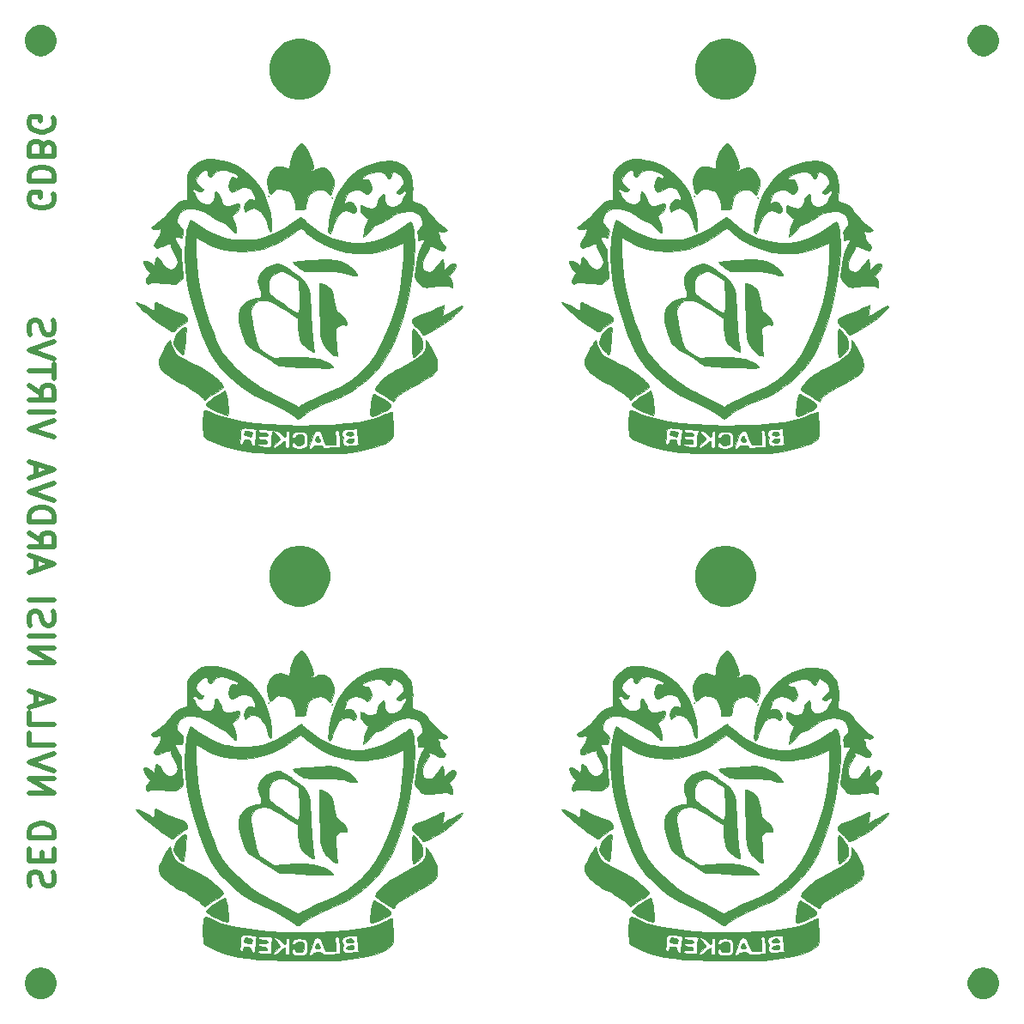
<source format=gbs>
%MOIN*%
%OFA0B0*%
%FSLAX46Y46*%
%IPPOS*%
%LPD*%
%ADD10C,0.00039370078740157485*%
%ADD11C,0.0039370078740157488*%
%ADD22C,0.00039370078740157485*%
%ADD23C,0.0039370078740157488*%
%ADD24C,0.00039370078740157485*%
%ADD25C,0.0039370078740157488*%
%ADD26C,0.00039370078740157485*%
%ADD27C,0.0039370078740157488*%
%ADD28C,0.0039370078740157488*%
%ADD29C,0.01968503937007874*%
%ADD30C,0.0039370078740157488*%
D10*
G36*
X0001238095Y0002950204D02*
G01*
X0001224166Y0002949418D01*
X0001207492Y0002948259D01*
X0001189315Y0002946835D01*
X0001170872Y0002945255D01*
X0001153404Y0002943628D01*
X0001138150Y0002942063D01*
X0001126348Y0002940668D01*
X0001119240Y0002939552D01*
X0001117754Y0002939076D01*
X0001118765Y0002935895D01*
X0001123928Y0002930216D01*
X0001131856Y0002923244D01*
X0001141158Y0002916187D01*
X0001150445Y0002910251D01*
X0001151817Y0002909497D01*
X0001157451Y0002906737D01*
X0001163163Y0002904817D01*
X0001170204Y0002903617D01*
X0001179827Y0002903020D01*
X0001193283Y0002902906D01*
X0001211825Y0002903157D01*
X0001217634Y0002903268D01*
X0001247889Y0002903301D01*
X0001275284Y0002902227D01*
X0001298940Y0002900132D01*
X0001317976Y0002897100D01*
X0001331511Y0002893216D01*
X0001334178Y0002891997D01*
X0001341654Y0002889380D01*
X0001350871Y0002887716D01*
X0001359603Y0002887183D01*
X0001365624Y0002887961D01*
X0001367034Y0002889350D01*
X0001364474Y0002896307D01*
X0001357662Y0002905501D01*
X0001347895Y0002915479D01*
X0001336473Y0002924788D01*
X0001333558Y0002926809D01*
X0001310236Y0002938874D01*
X0001283186Y0002946921D01*
X0001254370Y0002950407D01*
X0001248042Y0002950508D01*
X0001238095Y0002950204D01*
G37*
X0001238095Y0002950204D02*
X0001224166Y0002949418D01*
X0001207492Y0002948259D01*
X0001189315Y0002946835D01*
X0001170872Y0002945255D01*
X0001153404Y0002943628D01*
X0001138150Y0002942063D01*
X0001126348Y0002940668D01*
X0001119240Y0002939552D01*
X0001117754Y0002939076D01*
X0001118765Y0002935895D01*
X0001123928Y0002930216D01*
X0001131856Y0002923244D01*
X0001141158Y0002916187D01*
X0001150445Y0002910251D01*
X0001151817Y0002909497D01*
X0001157451Y0002906737D01*
X0001163163Y0002904817D01*
X0001170204Y0002903617D01*
X0001179827Y0002903020D01*
X0001193283Y0002902906D01*
X0001211825Y0002903157D01*
X0001217634Y0002903268D01*
X0001247889Y0002903301D01*
X0001275284Y0002902227D01*
X0001298940Y0002900132D01*
X0001317976Y0002897100D01*
X0001331511Y0002893216D01*
X0001334178Y0002891997D01*
X0001341654Y0002889380D01*
X0001350871Y0002887716D01*
X0001359603Y0002887183D01*
X0001365624Y0002887961D01*
X0001367034Y0002889350D01*
X0001364474Y0002896307D01*
X0001357662Y0002905501D01*
X0001347895Y0002915479D01*
X0001336473Y0002924788D01*
X0001333558Y0002926809D01*
X0001310236Y0002938874D01*
X0001283186Y0002946921D01*
X0001254370Y0002950407D01*
X0001248042Y0002950508D01*
X0001238095Y0002950204D01*
G36*
X0001221312Y0002857751D02*
G01*
X0001219580Y0002854767D01*
X0001219523Y0002847231D01*
X0001219731Y0002843910D01*
X0001220049Y0002836457D01*
X0001220399Y0002823442D01*
X0001220760Y0002805969D01*
X0001221110Y0002785140D01*
X0001221429Y0002762061D01*
X0001221635Y0002743910D01*
X0001222034Y0002714447D01*
X0001222644Y0002690726D01*
X0001223587Y0002671827D01*
X0001224987Y0002656827D01*
X0001226967Y0002644802D01*
X0001229649Y0002634830D01*
X0001233156Y0002625990D01*
X0001237613Y0002617357D01*
X0001238788Y0002615298D01*
X0001244839Y0002606586D01*
X0001253016Y0002596989D01*
X0001261867Y0002587960D01*
X0001269945Y0002580951D01*
X0001275800Y0002577415D01*
X0001276771Y0002577244D01*
X0001282280Y0002576144D01*
X0001285520Y0002575057D01*
X0001289039Y0002574475D01*
X0001290085Y0002577456D01*
X0001289128Y0002585435D01*
X0001289053Y0002585890D01*
X0001288030Y0002594403D01*
X0001286887Y0002607692D01*
X0001285770Y0002623872D01*
X0001284900Y0002639501D01*
X0001282912Y0002680091D01*
X0001291824Y0002689004D01*
X0001299147Y0002694965D01*
X0001306342Y0002696506D01*
X0001312275Y0002695752D01*
X0001322573Y0002694664D01*
X0001327500Y0002696828D01*
X0001327837Y0002702932D01*
X0001326373Y0002708151D01*
X0001317767Y0002723994D01*
X0001304389Y0002736451D01*
X0001299632Y0002739261D01*
X0001292908Y0002743727D01*
X0001287933Y0002749883D01*
X0001284149Y0002759015D01*
X0001280996Y0002772412D01*
X0001278375Y0002788256D01*
X0001274477Y0002809402D01*
X0001269630Y0002825068D01*
X0001263226Y0002836430D01*
X0001254654Y0002844665D01*
X0001246760Y0002849338D01*
X0001236649Y0002853920D01*
X0001228029Y0002857103D01*
X0001225367Y0002857775D01*
X0001221312Y0002857751D01*
G37*
X0001221312Y0002857751D02*
X0001219580Y0002854767D01*
X0001219523Y0002847231D01*
X0001219731Y0002843910D01*
X0001220049Y0002836457D01*
X0001220399Y0002823442D01*
X0001220760Y0002805969D01*
X0001221110Y0002785140D01*
X0001221429Y0002762061D01*
X0001221635Y0002743910D01*
X0001222034Y0002714447D01*
X0001222644Y0002690726D01*
X0001223587Y0002671827D01*
X0001224987Y0002656827D01*
X0001226967Y0002644802D01*
X0001229649Y0002634830D01*
X0001233156Y0002625990D01*
X0001237613Y0002617357D01*
X0001238788Y0002615298D01*
X0001244839Y0002606586D01*
X0001253016Y0002596989D01*
X0001261867Y0002587960D01*
X0001269945Y0002580951D01*
X0001275800Y0002577415D01*
X0001276771Y0002577244D01*
X0001282280Y0002576144D01*
X0001285520Y0002575057D01*
X0001289039Y0002574475D01*
X0001290085Y0002577456D01*
X0001289128Y0002585435D01*
X0001289053Y0002585890D01*
X0001288030Y0002594403D01*
X0001286887Y0002607692D01*
X0001285770Y0002623872D01*
X0001284900Y0002639501D01*
X0001282912Y0002680091D01*
X0001291824Y0002689004D01*
X0001299147Y0002694965D01*
X0001306342Y0002696506D01*
X0001312275Y0002695752D01*
X0001322573Y0002694664D01*
X0001327500Y0002696828D01*
X0001327837Y0002702932D01*
X0001326373Y0002708151D01*
X0001317767Y0002723994D01*
X0001304389Y0002736451D01*
X0001299632Y0002739261D01*
X0001292908Y0002743727D01*
X0001287933Y0002749883D01*
X0001284149Y0002759015D01*
X0001280996Y0002772412D01*
X0001278375Y0002788256D01*
X0001274477Y0002809402D01*
X0001269630Y0002825068D01*
X0001263226Y0002836430D01*
X0001254654Y0002844665D01*
X0001246760Y0002849338D01*
X0001236649Y0002853920D01*
X0001228029Y0002857103D01*
X0001225367Y0002857775D01*
X0001221312Y0002857751D01*
G36*
X0001057669Y0002932233D02*
G01*
X0001057034Y0002932135D01*
X0001031839Y0002925814D01*
X0001011234Y0002915907D01*
X0000995699Y0002902752D01*
X0000985715Y0002886686D01*
X0000983659Y0002880577D01*
X0000981771Y0002871998D01*
X0000981522Y0002864214D01*
X0000983110Y0002854930D01*
X0000986734Y0002841849D01*
X0000987115Y0002840577D01*
X0000991849Y0002824511D01*
X0000994376Y0002813697D01*
X0000994401Y0002806997D01*
X0000991629Y0002803276D01*
X0000985763Y0002801399D01*
X0000976627Y0002800241D01*
X0000953941Y0002794704D01*
X0000933870Y0002783679D01*
X0000919097Y0002769556D01*
X0000910821Y0002754347D01*
X0000907176Y0002734970D01*
X0000908171Y0002711280D01*
X0000913812Y0002683133D01*
X0000924108Y0002650386D01*
X0000925866Y0002645577D01*
X0000931329Y0002632252D01*
X0000937300Y0002621641D01*
X0000944919Y0002612589D01*
X0000955329Y0002603942D01*
X0000969670Y0002594542D01*
X0000985367Y0002585349D01*
X0001001576Y0002575825D01*
X0001018285Y0002565541D01*
X0001033079Y0002556004D01*
X0001040321Y0002551062D01*
X0001061942Y0002535783D01*
X0001105321Y0002533568D01*
X0001147560Y0002531502D01*
X0001183932Y0002529915D01*
X0001214312Y0002528809D01*
X0001238576Y0002528188D01*
X0001256601Y0002528053D01*
X0001268261Y0002528409D01*
X0001273432Y0002529258D01*
X0001273700Y0002529590D01*
X0001270870Y0002535072D01*
X0001263382Y0002541913D01*
X0001252735Y0002548920D01*
X0001243339Y0002553676D01*
X0001220339Y0002561881D01*
X0001193845Y0002567539D01*
X0001163187Y0002570715D01*
X0001127696Y0002571473D01*
X0001086704Y0002569880D01*
X0001080367Y0002569464D01*
X0001042034Y0002566837D01*
X0001013787Y0002584646D01*
X0000985540Y0002602454D01*
X0000974840Y0002636433D01*
X0000968655Y0002658040D01*
X0000963255Y0002680657D01*
X0000958901Y0002702796D01*
X0000955856Y0002722971D01*
X0000954381Y0002739696D01*
X0000954660Y0002750939D01*
X0000959741Y0002768031D01*
X0000969663Y0002780607D01*
X0000984204Y0002788490D01*
X0001003143Y0002791503D01*
X0001005322Y0002791529D01*
X0001012918Y0002791238D01*
X0001020144Y0002790069D01*
X0001027920Y0002787574D01*
X0001037166Y0002783308D01*
X0001048804Y0002776826D01*
X0001063754Y0002767680D01*
X0001082936Y0002755426D01*
X0001092034Y0002749533D01*
X0001135367Y0002721397D01*
X0001138056Y0002683540D01*
X0001140110Y0002661173D01*
X0001143044Y0002644140D01*
X0001147446Y0002631115D01*
X0001153903Y0002620770D01*
X0001163002Y0002611781D01*
X0001173171Y0002604270D01*
X0001186369Y0002595770D01*
X0001194968Y0002591405D01*
X0001199437Y0002590980D01*
X0001200362Y0002593077D01*
X0001199800Y0002597295D01*
X0001198303Y0002606396D01*
X0001196151Y0002618705D01*
X0001195214Y0002623910D01*
X0001193545Y0002635985D01*
X0001191856Y0002653412D01*
X0001190242Y0002674878D01*
X0001188797Y0002699071D01*
X0001187617Y0002724678D01*
X0001187277Y0002733910D01*
X0001186067Y0002765806D01*
X0001184568Y0002791946D01*
X0001184413Y0002793453D01*
X0001143546Y0002793453D01*
X0001143256Y0002773968D01*
X0001142147Y0002758197D01*
X0001140263Y0002746989D01*
X0001137647Y0002741193D01*
X0001136293Y0002740577D01*
X0001132649Y0002742379D01*
X0001124449Y0002747390D01*
X0001112609Y0002755019D01*
X0001098049Y0002764673D01*
X0001081782Y0002775696D01*
X0001065248Y0002787255D01*
X0001050485Y0002798031D01*
X0001038450Y0002807290D01*
X0001030101Y0002814296D01*
X0001026455Y0002818196D01*
X0001024406Y0002825268D01*
X0001023013Y0002836471D01*
X0001022589Y0002848308D01*
X0001023997Y0002865852D01*
X0001028488Y0002878634D01*
X0001036880Y0002888162D01*
X0001047876Y0002894920D01*
X0001060487Y0002900522D01*
X0001070941Y0002902974D01*
X0001080974Y0002902041D01*
X0001092321Y0002897487D01*
X0001106715Y0002889076D01*
X0001110992Y0002886344D01*
X0001139315Y0002868072D01*
X0001141488Y0002840158D01*
X0001142971Y0002815799D01*
X0001143546Y0002793453D01*
X0001184413Y0002793453D01*
X0001182378Y0002813238D01*
X0001179096Y0002830590D01*
X0001174321Y0002844914D01*
X0001167651Y0002857116D01*
X0001158684Y0002868107D01*
X0001147018Y0002878794D01*
X0001132253Y0002890088D01*
X0001113987Y0002902897D01*
X0001112034Y0002904240D01*
X0001095384Y0002915575D01*
X0001083135Y0002923550D01*
X0001074261Y0002928685D01*
X0001067741Y0002931497D01*
X0001062552Y0002932507D01*
X0001057669Y0002932233D01*
G37*
X0001057669Y0002932233D02*
X0001057034Y0002932135D01*
X0001031839Y0002925814D01*
X0001011234Y0002915907D01*
X0000995699Y0002902752D01*
X0000985715Y0002886686D01*
X0000983659Y0002880577D01*
X0000981771Y0002871998D01*
X0000981522Y0002864214D01*
X0000983110Y0002854930D01*
X0000986734Y0002841849D01*
X0000987115Y0002840577D01*
X0000991849Y0002824511D01*
X0000994376Y0002813697D01*
X0000994401Y0002806997D01*
X0000991629Y0002803276D01*
X0000985763Y0002801399D01*
X0000976627Y0002800241D01*
X0000953941Y0002794704D01*
X0000933870Y0002783679D01*
X0000919097Y0002769556D01*
X0000910821Y0002754347D01*
X0000907176Y0002734970D01*
X0000908171Y0002711280D01*
X0000913812Y0002683133D01*
X0000924108Y0002650386D01*
X0000925866Y0002645577D01*
X0000931329Y0002632252D01*
X0000937300Y0002621641D01*
X0000944919Y0002612589D01*
X0000955329Y0002603942D01*
X0000969670Y0002594542D01*
X0000985367Y0002585349D01*
X0001001576Y0002575825D01*
X0001018285Y0002565541D01*
X0001033079Y0002556004D01*
X0001040321Y0002551062D01*
X0001061942Y0002535783D01*
X0001105321Y0002533568D01*
X0001147560Y0002531502D01*
X0001183932Y0002529915D01*
X0001214312Y0002528809D01*
X0001238576Y0002528188D01*
X0001256601Y0002528053D01*
X0001268261Y0002528409D01*
X0001273432Y0002529258D01*
X0001273700Y0002529590D01*
X0001270870Y0002535072D01*
X0001263382Y0002541913D01*
X0001252735Y0002548920D01*
X0001243339Y0002553676D01*
X0001220339Y0002561881D01*
X0001193845Y0002567539D01*
X0001163187Y0002570715D01*
X0001127696Y0002571473D01*
X0001086704Y0002569880D01*
X0001080367Y0002569464D01*
X0001042034Y0002566837D01*
X0001013787Y0002584646D01*
X0000985540Y0002602454D01*
X0000974840Y0002636433D01*
X0000968655Y0002658040D01*
X0000963255Y0002680657D01*
X0000958901Y0002702796D01*
X0000955856Y0002722971D01*
X0000954381Y0002739696D01*
X0000954660Y0002750939D01*
X0000959741Y0002768031D01*
X0000969663Y0002780607D01*
X0000984204Y0002788490D01*
X0001003143Y0002791503D01*
X0001005322Y0002791529D01*
X0001012918Y0002791238D01*
X0001020144Y0002790069D01*
X0001027920Y0002787574D01*
X0001037166Y0002783308D01*
X0001048804Y0002776826D01*
X0001063754Y0002767680D01*
X0001082936Y0002755426D01*
X0001092034Y0002749533D01*
X0001135367Y0002721397D01*
X0001138056Y0002683540D01*
X0001140110Y0002661173D01*
X0001143044Y0002644140D01*
X0001147446Y0002631115D01*
X0001153903Y0002620770D01*
X0001163002Y0002611781D01*
X0001173171Y0002604270D01*
X0001186369Y0002595770D01*
X0001194968Y0002591405D01*
X0001199437Y0002590980D01*
X0001200362Y0002593077D01*
X0001199800Y0002597295D01*
X0001198303Y0002606396D01*
X0001196151Y0002618705D01*
X0001195214Y0002623910D01*
X0001193545Y0002635985D01*
X0001191856Y0002653412D01*
X0001190242Y0002674878D01*
X0001188797Y0002699071D01*
X0001187617Y0002724678D01*
X0001187277Y0002733910D01*
X0001186067Y0002765806D01*
X0001184568Y0002791946D01*
X0001184413Y0002793453D01*
X0001143546Y0002793453D01*
X0001143256Y0002773968D01*
X0001142147Y0002758197D01*
X0001140263Y0002746989D01*
X0001137647Y0002741193D01*
X0001136293Y0002740577D01*
X0001132649Y0002742379D01*
X0001124449Y0002747390D01*
X0001112609Y0002755019D01*
X0001098049Y0002764673D01*
X0001081782Y0002775696D01*
X0001065248Y0002787255D01*
X0001050485Y0002798031D01*
X0001038450Y0002807290D01*
X0001030101Y0002814296D01*
X0001026455Y0002818196D01*
X0001024406Y0002825268D01*
X0001023013Y0002836471D01*
X0001022589Y0002848308D01*
X0001023997Y0002865852D01*
X0001028488Y0002878634D01*
X0001036880Y0002888162D01*
X0001047876Y0002894920D01*
X0001060487Y0002900522D01*
X0001070941Y0002902974D01*
X0001080974Y0002902041D01*
X0001092321Y0002897487D01*
X0001106715Y0002889076D01*
X0001110992Y0002886344D01*
X0001139315Y0002868072D01*
X0001141488Y0002840158D01*
X0001142971Y0002815799D01*
X0001143546Y0002793453D01*
X0001184413Y0002793453D01*
X0001182378Y0002813238D01*
X0001179096Y0002830590D01*
X0001174321Y0002844914D01*
X0001167651Y0002857116D01*
X0001158684Y0002868107D01*
X0001147018Y0002878794D01*
X0001132253Y0002890088D01*
X0001113987Y0002902897D01*
X0001112034Y0002904240D01*
X0001095384Y0002915575D01*
X0001083135Y0002923550D01*
X0001074261Y0002928685D01*
X0001067741Y0002931497D01*
X0001062552Y0002932507D01*
X0001057669Y0002932233D01*
G36*
X0000931052Y0002281914D02*
G01*
X0000928718Y0002277300D01*
X0000928072Y0002269957D01*
X0000932307Y0002265167D01*
X0000942228Y0002262131D01*
X0000944364Y0002261761D01*
X0000952307Y0002260990D01*
X0000956058Y0002263042D01*
X0000957914Y0002269207D01*
X0000957948Y0002269382D01*
X0000959053Y0002276275D01*
X0000957892Y0002279869D01*
X0000952963Y0002281655D01*
X0000944325Y0002282916D01*
X0000935541Y0002283579D01*
X0000931052Y0002281914D01*
G37*
X0000931052Y0002281914D02*
X0000928718Y0002277300D01*
X0000928072Y0002269957D01*
X0000932307Y0002265167D01*
X0000942228Y0002262131D01*
X0000944364Y0002261761D01*
X0000952307Y0002260990D01*
X0000956058Y0002263042D01*
X0000957914Y0002269207D01*
X0000957948Y0002269382D01*
X0000959053Y0002276275D01*
X0000957892Y0002279869D01*
X0000952963Y0002281655D01*
X0000944325Y0002282916D01*
X0000935541Y0002283579D01*
X0000931052Y0002281914D01*
G36*
X0001330586Y0002278918D02*
G01*
X0001325000Y0002274706D01*
X0001324777Y0002269247D01*
X0001329676Y0002265194D01*
X0001339194Y0002264571D01*
X0001347509Y0002266139D01*
X0001351792Y0002269448D01*
X0001351438Y0002274321D01*
X0001347405Y0002278699D01*
X0001340812Y0002280526D01*
X0001330586Y0002278918D01*
G37*
X0001330586Y0002278918D02*
X0001325000Y0002274706D01*
X0001324777Y0002269247D01*
X0001329676Y0002265194D01*
X0001339194Y0002264571D01*
X0001347509Y0002266139D01*
X0001351792Y0002269448D01*
X0001351438Y0002274321D01*
X0001347405Y0002278699D01*
X0001340812Y0002280526D01*
X0001330586Y0002278918D01*
G36*
X0001333111Y0002252296D02*
G01*
X0001326590Y0002248265D01*
X0001324458Y0002243029D01*
X0001325277Y0002240723D01*
X0001329799Y0002238432D01*
X0001337754Y0002237340D01*
X0001345992Y0002237598D01*
X0001351362Y0002239357D01*
X0001351478Y0002239466D01*
X0001353387Y0002244368D01*
X0001353700Y0002247799D01*
X0001352076Y0002252131D01*
X0001346144Y0002253797D01*
X0001342442Y0002253910D01*
X0001333111Y0002252296D01*
G37*
X0001333111Y0002252296D02*
X0001326590Y0002248265D01*
X0001324458Y0002243029D01*
X0001325277Y0002240723D01*
X0001329799Y0002238432D01*
X0001337754Y0002237340D01*
X0001345992Y0002237598D01*
X0001351362Y0002239357D01*
X0001351478Y0002239466D01*
X0001353387Y0002244368D01*
X0001353700Y0002247799D01*
X0001352076Y0002252131D01*
X0001346144Y0002253797D01*
X0001342442Y0002253910D01*
X0001333111Y0002252296D01*
G36*
X0001211386Y0002261946D02*
G01*
X0001207569Y0002255420D01*
X0001204282Y0002246657D01*
X0001205156Y0002242183D01*
X0001210776Y0002240660D01*
X0001214057Y0002240577D01*
X0001221038Y0002241211D01*
X0001222789Y0002243785D01*
X0001222012Y0002246410D01*
X0001218952Y0002254807D01*
X0001217933Y0002258077D01*
X0001215063Y0002263315D01*
X0001211386Y0002261946D01*
G37*
X0001211386Y0002261946D02*
X0001207569Y0002255420D01*
X0001204282Y0002246657D01*
X0001205156Y0002242183D01*
X0001210776Y0002240660D01*
X0001214057Y0002240577D01*
X0001221038Y0002241211D01*
X0001222789Y0002243785D01*
X0001222012Y0002246410D01*
X0001218952Y0002254807D01*
X0001217933Y0002258077D01*
X0001215063Y0002263315D01*
X0001211386Y0002261946D01*
G36*
X0001020367Y0003195577D02*
G01*
X0001022034Y0003193910D01*
X0001023700Y0003195577D01*
X0001022034Y0003197244D01*
X0001020367Y0003195577D01*
G37*
X0001020367Y0003195577D02*
X0001022034Y0003193910D01*
X0001023700Y0003195577D01*
X0001022034Y0003197244D01*
X0001020367Y0003195577D01*
G36*
X0001267034Y0003188910D02*
G01*
X0001268700Y0003187244D01*
X0001270367Y0003188910D01*
X0001268700Y0003190577D01*
X0001267034Y0003188910D01*
G37*
X0001267034Y0003188910D02*
X0001268700Y0003187244D01*
X0001270367Y0003188910D01*
X0001268700Y0003190577D01*
X0001267034Y0003188910D01*
G36*
X0001143573Y0003395275D02*
G01*
X0001140084Y0003391979D01*
X0001130587Y0003380437D01*
X0001121373Y0003365077D01*
X0001113439Y0003348060D01*
X0001107781Y0003331550D01*
X0001105395Y0003317711D01*
X0001105375Y0003316610D01*
X0001104979Y0003307314D01*
X0001103980Y0003301532D01*
X0001103274Y0003300587D01*
X0001099115Y0003301757D01*
X0001091421Y0003304670D01*
X0001089214Y0003305577D01*
X0001070642Y0003310508D01*
X0001053927Y0003309287D01*
X0001039634Y0003302101D01*
X0001028329Y0003289135D01*
X0001025861Y0003284667D01*
X0001019098Y0003269670D01*
X0001015854Y0003257467D01*
X0001015793Y0003245413D01*
X0001018581Y0003230863D01*
X0001018897Y0003229593D01*
X0001022753Y0003215013D01*
X0001025938Y0003206335D01*
X0001029244Y0003202955D01*
X0001033460Y0003204272D01*
X0001039375Y0003209681D01*
X0001041738Y0003212159D01*
X0001049049Y0003219463D01*
X0001054882Y0003222995D01*
X0001062049Y0003223772D01*
X0001071659Y0003222989D01*
X0001083937Y0003220974D01*
X0001095009Y0003217927D01*
X0001099194Y0003216183D01*
X0001109591Y0003207446D01*
X0001118156Y0003193714D01*
X0001124068Y0003176585D01*
X0001126166Y0003163692D01*
X0001127960Y0003143910D01*
X0001145935Y0003143910D01*
X0001157913Y0003144687D01*
X0001164369Y0003146909D01*
X0001165212Y0003148077D01*
X0001166563Y0003153887D01*
X0001168284Y0003163080D01*
X0001168704Y0003165577D01*
X0001174535Y0003187315D01*
X0001183905Y0003203807D01*
X0001196597Y0003214816D01*
X0001212392Y0003220104D01*
X0001219317Y0003220564D01*
X0001236534Y0003218753D01*
X0001248359Y0003213228D01*
X0001254316Y0003205558D01*
X0001258413Y0003199360D01*
X0001262534Y0003199260D01*
X0001266973Y0003205437D01*
X0001271234Y0003215797D01*
X0001275680Y0003236062D01*
X0001275125Y0003256258D01*
X0001269932Y0003274922D01*
X0001260463Y0003290592D01*
X0001250417Y0003299744D01*
X0001239690Y0003305414D01*
X0001229289Y0003306709D01*
X0001217237Y0003303593D01*
X0001207255Y0003299022D01*
X0001191031Y0003290801D01*
X0001194609Y0003300281D01*
X0001196061Y0003306270D01*
X0001195681Y0003313335D01*
X0001193191Y0003323216D01*
X0001188898Y0003336003D01*
X0001179352Y0003360036D01*
X0001169554Y0003379179D01*
X0001159905Y0003392679D01*
X0001156946Y0003395656D01*
X0001152444Y0003399184D01*
X0001148734Y0003399220D01*
X0001143573Y0003395275D01*
G37*
X0001143573Y0003395275D02*
X0001140084Y0003391979D01*
X0001130587Y0003380437D01*
X0001121373Y0003365077D01*
X0001113439Y0003348060D01*
X0001107781Y0003331550D01*
X0001105395Y0003317711D01*
X0001105375Y0003316610D01*
X0001104979Y0003307314D01*
X0001103980Y0003301532D01*
X0001103274Y0003300587D01*
X0001099115Y0003301757D01*
X0001091421Y0003304670D01*
X0001089214Y0003305577D01*
X0001070642Y0003310508D01*
X0001053927Y0003309287D01*
X0001039634Y0003302101D01*
X0001028329Y0003289135D01*
X0001025861Y0003284667D01*
X0001019098Y0003269670D01*
X0001015854Y0003257467D01*
X0001015793Y0003245413D01*
X0001018581Y0003230863D01*
X0001018897Y0003229593D01*
X0001022753Y0003215013D01*
X0001025938Y0003206335D01*
X0001029244Y0003202955D01*
X0001033460Y0003204272D01*
X0001039375Y0003209681D01*
X0001041738Y0003212159D01*
X0001049049Y0003219463D01*
X0001054882Y0003222995D01*
X0001062049Y0003223772D01*
X0001071659Y0003222989D01*
X0001083937Y0003220974D01*
X0001095009Y0003217927D01*
X0001099194Y0003216183D01*
X0001109591Y0003207446D01*
X0001118156Y0003193714D01*
X0001124068Y0003176585D01*
X0001126166Y0003163692D01*
X0001127960Y0003143910D01*
X0001145935Y0003143910D01*
X0001157913Y0003144687D01*
X0001164369Y0003146909D01*
X0001165212Y0003148077D01*
X0001166563Y0003153887D01*
X0001168284Y0003163080D01*
X0001168704Y0003165577D01*
X0001174535Y0003187315D01*
X0001183905Y0003203807D01*
X0001196597Y0003214816D01*
X0001212392Y0003220104D01*
X0001219317Y0003220564D01*
X0001236534Y0003218753D01*
X0001248359Y0003213228D01*
X0001254316Y0003205558D01*
X0001258413Y0003199360D01*
X0001262534Y0003199260D01*
X0001266973Y0003205437D01*
X0001271234Y0003215797D01*
X0001275680Y0003236062D01*
X0001275125Y0003256258D01*
X0001269932Y0003274922D01*
X0001260463Y0003290592D01*
X0001250417Y0003299744D01*
X0001239690Y0003305414D01*
X0001229289Y0003306709D01*
X0001217237Y0003303593D01*
X0001207255Y0003299022D01*
X0001191031Y0003290801D01*
X0001194609Y0003300281D01*
X0001196061Y0003306270D01*
X0001195681Y0003313335D01*
X0001193191Y0003323216D01*
X0001188898Y0003336003D01*
X0001179352Y0003360036D01*
X0001169554Y0003379179D01*
X0001159905Y0003392679D01*
X0001156946Y0003395656D01*
X0001152444Y0003399184D01*
X0001148734Y0003399220D01*
X0001143573Y0003395275D01*
G36*
X0000783511Y0003339202D02*
G01*
X0000761894Y0003333560D01*
X0000742301Y0003322221D01*
X0000735493Y0003316658D01*
X0000724534Y0003306337D01*
X0000716576Y0003296674D01*
X0000711158Y0003286308D01*
X0000707820Y0003273880D01*
X0000706101Y0003258030D01*
X0000705539Y0003237397D01*
X0000705532Y0003228257D01*
X0000705697Y0003180937D01*
X0000693120Y0003178812D01*
X0000675694Y0003172644D01*
X0000658396Y0003160283D01*
X0000641841Y0003142187D01*
X0000639299Y0003138785D01*
X0000626970Y0003123515D01*
X0000612726Y0003108508D01*
X0000598128Y0003095226D01*
X0000584736Y0003085132D01*
X0000577867Y0003081185D01*
X0000570722Y0003077072D01*
X0000567133Y0003073636D01*
X0000567034Y0003073210D01*
X0000569933Y0003069373D01*
X0000576976Y0003066831D01*
X0000585681Y0003066142D01*
X0000592576Y0003067450D01*
X0000599840Y0003069076D01*
X0000604066Y0003068201D01*
X0000604950Y0003063155D01*
X0000603060Y0003054309D01*
X0000599117Y0003043542D01*
X0000593843Y0003032731D01*
X0000587957Y0003023754D01*
X0000586239Y0003021763D01*
X0000579104Y0003011562D01*
X0000578359Y0003003041D01*
X0000584013Y0002996285D01*
X0000584425Y0002996020D01*
X0000589287Y0002994625D01*
X0000596351Y0002996096D01*
X0000607227Y0003000795D01*
X0000608665Y0003001496D01*
X0000621762Y0003007097D01*
X0000632381Y0003010079D01*
X0000639496Y0003010303D01*
X0000642082Y0003007629D01*
X0000641735Y0003005999D01*
X0000642440Y0003000850D01*
X0000646108Y0002992397D01*
X0000650065Y0002985516D01*
X0000659730Y0002968019D01*
X0000665993Y0002951809D01*
X0000668458Y0002938164D01*
X0000667349Y0002929739D01*
X0000661875Y0002921144D01*
X0000653726Y0002914080D01*
X0000645431Y0002910648D01*
X0000644296Y0002910577D01*
X0000633851Y0002913241D01*
X0000622719Y0002920127D01*
X0000613346Y0002929575D01*
X0000610925Y0002933198D01*
X0000602017Y0002947121D01*
X0000594583Y0002955910D01*
X0000589014Y0002959155D01*
X0000586812Y0002958355D01*
X0000584525Y0002953317D01*
X0000582399Y0002944191D01*
X0000581565Y0002938535D01*
X0000579607Y0002922003D01*
X0000568654Y0002932957D01*
X0000559238Y0002939959D01*
X0000549088Y0002943869D01*
X0000540281Y0002944111D01*
X0000536206Y0002941972D01*
X0000535901Y0002937470D01*
X0000538641Y0002929480D01*
X0000543520Y0002919880D01*
X0000549630Y0002910550D01*
X0000553778Y0002905577D01*
X0000563251Y0002895577D01*
X0000555142Y0002886224D01*
X0000548348Y0002874356D01*
X0000548131Y0002861762D01*
X0000549768Y0002856658D01*
X0000552078Y0002852980D01*
X0000555716Y0002853978D01*
X0000558700Y0002856111D01*
X0000561600Y0002857916D01*
X0000565361Y0002859131D01*
X0000570891Y0002859746D01*
X0000579100Y0002859750D01*
X0000590897Y0002859133D01*
X0000607192Y0002857883D01*
X0000628893Y0002855990D01*
X0000637942Y0002855173D01*
X0000650568Y0002854307D01*
X0000659094Y0002854836D01*
X0000666022Y0002857228D01*
X0000673714Y0002861857D01*
X0000682057Y0002868654D01*
X0000687717Y0002875617D01*
X0000688780Y0002878083D01*
X0000689250Y0002884686D01*
X0000688904Y0002895897D01*
X0000687825Y0002909719D01*
X0000687202Y0002915577D01*
X0000685560Y0002932514D01*
X0000684335Y0002950186D01*
X0000683749Y0002965262D01*
X0000683728Y0002967697D01*
X0000683371Y0002979949D01*
X0000681755Y0002989007D01*
X0000678004Y0002997602D01*
X0000671246Y0003008462D01*
X0000670132Y0003010136D01*
X0000663827Y0003020497D01*
X0000659779Y0003028983D01*
X0000658765Y0003033930D01*
X0000658884Y0003034208D01*
X0000663880Y0003036412D01*
X0000673609Y0003035978D01*
X0000673850Y0003035940D01*
X0000686495Y0003033918D01*
X0000689851Y0003049653D01*
X0000691575Y0003058953D01*
X0000691100Y0003064983D01*
X0000687514Y0003070352D01*
X0000680121Y0003077471D01*
X0000671971Y0003085945D01*
X0000668054Y0003093263D01*
X0000667034Y0003101934D01*
X0000667034Y0003102051D01*
X0000669883Y0003118196D01*
X0000677985Y0003130988D01*
X0000690676Y0003140138D01*
X0000707289Y0003145359D01*
X0000727158Y0003146362D01*
X0000749617Y0003142861D01*
X0000756831Y0003140867D01*
X0000776376Y0003133276D01*
X0000791285Y0003124020D01*
X0000793012Y0003122544D01*
X0000808457Y0003110942D01*
X0000825774Y0003101478D01*
X0000840929Y0003096055D01*
X0000847508Y0003092649D01*
X0000856622Y0003085646D01*
X0000866432Y0003076476D01*
X0000867595Y0003075270D01*
X0000877007Y0003065803D01*
X0000885430Y0003058042D01*
X0000891219Y0003053495D01*
X0000891705Y0003053212D01*
X0000895209Y0003051758D01*
X0000896820Y0003053157D01*
X0000896876Y0003058686D01*
X0000895813Y0003068770D01*
X0000893294Y0003082161D01*
X0000889358Y0003095146D01*
X0000886976Y0003100691D01*
X0000882310Y0003110366D01*
X0000881045Y0003116255D01*
X0000883491Y0003120476D01*
X0000889957Y0003125149D01*
X0000890613Y0003125577D01*
X0000899455Y0003133308D01*
X0000906060Y0003142727D01*
X0000909841Y0003152274D01*
X0000910212Y0003160389D01*
X0000906587Y0003165511D01*
X0000905756Y0003165889D01*
X0000899923Y0003165811D01*
X0000891162Y0003163418D01*
X0000888682Y0003162451D01*
X0000873923Y0003158192D01*
X0000860309Y0003157691D01*
X0000849889Y0003160997D01*
X0000849150Y0003161503D01*
X0000844881Y0003167250D01*
X0000841055Y0003176647D01*
X0000839985Y0003180670D01*
X0000836534Y0003190487D01*
X0000831196Y0003200020D01*
X0000825156Y0003207689D01*
X0000819597Y0003211919D01*
X0000816524Y0003211928D01*
X0000814863Y0003207841D01*
X0000813848Y0003199444D01*
X0000813700Y0003194295D01*
X0000811558Y0003179608D01*
X0000804977Y0003169854D01*
X0000793721Y0003164795D01*
X0000784000Y0003163910D01*
X0000768217Y0003166219D01*
X0000755539Y0003173583D01*
X0000745008Y0003186660D01*
X0000741434Y0003193138D01*
X0000736189Y0003202936D01*
X0000731827Y0003210082D01*
X0000729719Y0003212644D01*
X0000727136Y0003216784D01*
X0000730410Y0003220956D01*
X0000732552Y0003221981D01*
X0000739269Y0003221299D01*
X0000745852Y0003216788D01*
X0000752276Y0003211958D01*
X0000758046Y0003211756D01*
X0000762001Y0003213289D01*
X0000767977Y0003217286D01*
X0000770482Y0003221357D01*
X0000768656Y0003223768D01*
X0000767271Y0003223910D01*
X0000763222Y0003226027D01*
X0000756395Y0003231414D01*
X0000752271Y0003235137D01*
X0000743025Y0003246212D01*
X0000739914Y0003256789D01*
X0000742992Y0003267687D01*
X0000752314Y0003279724D01*
X0000755425Y0003282815D01*
X0000767326Y0003292755D01*
X0000776242Y0003296835D01*
X0000782318Y0003295078D01*
X0000785582Y0003288077D01*
X0000787525Y0003279784D01*
X0000788874Y0003274744D01*
X0000792725Y0003271031D01*
X0000798757Y0003271148D01*
X0000804027Y0003274665D01*
X0000805339Y0003277157D01*
X0000811847Y0003287251D01*
X0000823214Y0003294185D01*
X0000838069Y0003297182D01*
X0000840693Y0003297244D01*
X0000856727Y0003295276D01*
X0000874869Y0003290025D01*
X0000892099Y0003282465D01*
X0000899008Y0003278402D01*
X0000904518Y0003274081D01*
X0000904809Y0003270689D01*
X0000902622Y0003268070D01*
X0000897107Y0003265028D01*
X0000890975Y0003266918D01*
X0000884710Y0003269838D01*
X0000880650Y0003269319D01*
X0000876594Y0003264450D01*
X0000873664Y0003259744D01*
X0000868568Y0003247311D01*
X0000867082Y0003234149D01*
X0000869205Y0003222495D01*
X0000873714Y0003215565D01*
X0000876911Y0003212700D01*
X0000879688Y0003211342D01*
X0000883426Y0003211846D01*
X0000889508Y0003214567D01*
X0000899314Y0003219861D01*
X0000907034Y0003224128D01*
X0000920292Y0003229526D01*
X0000932825Y0003229744D01*
X0000945215Y0003225855D01*
X0000956783Y0003218535D01*
X0000964678Y0003207230D01*
X0000969679Y0003190799D01*
X0000969900Y0003189643D01*
X0000971491Y0003180421D01*
X0000971366Y0003176564D01*
X0000969073Y0003176889D01*
X0000965837Y0003179040D01*
X0000956082Y0003183417D01*
X0000946790Y0003181846D01*
X0000936777Y0003174167D01*
X0000928821Y0003162407D01*
X0000927350Y0003149833D01*
X0000930652Y0003140044D01*
X0000934270Y0003133284D01*
X0000941485Y0003140017D01*
X0000953929Y0003147838D01*
X0000967151Y0003149325D01*
X0000980507Y0003144658D01*
X0000993354Y0003134015D01*
X0001001549Y0003123332D01*
X0001007130Y0003114074D01*
X0001011888Y0003104233D01*
X0001016438Y0003092236D01*
X0001021393Y0003076507D01*
X0001025796Y0003061133D01*
X0001029279Y0003057955D01*
X0001031202Y0003058145D01*
X0001033393Y0003062196D01*
X0001034372Y0003071563D01*
X0001034180Y0003085015D01*
X0001032861Y0003101320D01*
X0001030458Y0003119247D01*
X0001028714Y0003129227D01*
X0001017870Y0003170692D01*
X0001002001Y0003208462D01*
X0000981469Y0003242193D01*
X0000956638Y0003271536D01*
X0000927869Y0003296147D01*
X0000895527Y0003315677D01*
X0000859974Y0003329782D01*
X0000821573Y0003338114D01*
X0000808390Y0003339533D01*
X0000783511Y0003339202D01*
G37*
X0000783511Y0003339202D02*
X0000761894Y0003333560D01*
X0000742301Y0003322221D01*
X0000735493Y0003316658D01*
X0000724534Y0003306337D01*
X0000716576Y0003296674D01*
X0000711158Y0003286308D01*
X0000707820Y0003273880D01*
X0000706101Y0003258030D01*
X0000705539Y0003237397D01*
X0000705532Y0003228257D01*
X0000705697Y0003180937D01*
X0000693120Y0003178812D01*
X0000675694Y0003172644D01*
X0000658396Y0003160283D01*
X0000641841Y0003142187D01*
X0000639299Y0003138785D01*
X0000626970Y0003123515D01*
X0000612726Y0003108508D01*
X0000598128Y0003095226D01*
X0000584736Y0003085132D01*
X0000577867Y0003081185D01*
X0000570722Y0003077072D01*
X0000567133Y0003073636D01*
X0000567034Y0003073210D01*
X0000569933Y0003069373D01*
X0000576976Y0003066831D01*
X0000585681Y0003066142D01*
X0000592576Y0003067450D01*
X0000599840Y0003069076D01*
X0000604066Y0003068201D01*
X0000604950Y0003063155D01*
X0000603060Y0003054309D01*
X0000599117Y0003043542D01*
X0000593843Y0003032731D01*
X0000587957Y0003023754D01*
X0000586239Y0003021763D01*
X0000579104Y0003011562D01*
X0000578359Y0003003041D01*
X0000584013Y0002996285D01*
X0000584425Y0002996020D01*
X0000589287Y0002994625D01*
X0000596351Y0002996096D01*
X0000607227Y0003000795D01*
X0000608665Y0003001496D01*
X0000621762Y0003007097D01*
X0000632381Y0003010079D01*
X0000639496Y0003010303D01*
X0000642082Y0003007629D01*
X0000641735Y0003005999D01*
X0000642440Y0003000850D01*
X0000646108Y0002992397D01*
X0000650065Y0002985516D01*
X0000659730Y0002968019D01*
X0000665993Y0002951809D01*
X0000668458Y0002938164D01*
X0000667349Y0002929739D01*
X0000661875Y0002921144D01*
X0000653726Y0002914080D01*
X0000645431Y0002910648D01*
X0000644296Y0002910577D01*
X0000633851Y0002913241D01*
X0000622719Y0002920127D01*
X0000613346Y0002929575D01*
X0000610925Y0002933198D01*
X0000602017Y0002947121D01*
X0000594583Y0002955910D01*
X0000589014Y0002959155D01*
X0000586812Y0002958355D01*
X0000584525Y0002953317D01*
X0000582399Y0002944191D01*
X0000581565Y0002938535D01*
X0000579607Y0002922003D01*
X0000568654Y0002932957D01*
X0000559238Y0002939959D01*
X0000549088Y0002943869D01*
X0000540281Y0002944111D01*
X0000536206Y0002941972D01*
X0000535901Y0002937470D01*
X0000538641Y0002929480D01*
X0000543520Y0002919880D01*
X0000549630Y0002910550D01*
X0000553778Y0002905577D01*
X0000563251Y0002895577D01*
X0000555142Y0002886224D01*
X0000548348Y0002874356D01*
X0000548131Y0002861762D01*
X0000549768Y0002856658D01*
X0000552078Y0002852980D01*
X0000555716Y0002853978D01*
X0000558700Y0002856111D01*
X0000561600Y0002857916D01*
X0000565361Y0002859131D01*
X0000570891Y0002859746D01*
X0000579100Y0002859750D01*
X0000590897Y0002859133D01*
X0000607192Y0002857883D01*
X0000628893Y0002855990D01*
X0000637942Y0002855173D01*
X0000650568Y0002854307D01*
X0000659094Y0002854836D01*
X0000666022Y0002857228D01*
X0000673714Y0002861857D01*
X0000682057Y0002868654D01*
X0000687717Y0002875617D01*
X0000688780Y0002878083D01*
X0000689250Y0002884686D01*
X0000688904Y0002895897D01*
X0000687825Y0002909719D01*
X0000687202Y0002915577D01*
X0000685560Y0002932514D01*
X0000684335Y0002950186D01*
X0000683749Y0002965262D01*
X0000683728Y0002967697D01*
X0000683371Y0002979949D01*
X0000681755Y0002989007D01*
X0000678004Y0002997602D01*
X0000671246Y0003008462D01*
X0000670132Y0003010136D01*
X0000663827Y0003020497D01*
X0000659779Y0003028983D01*
X0000658765Y0003033930D01*
X0000658884Y0003034208D01*
X0000663880Y0003036412D01*
X0000673609Y0003035978D01*
X0000673850Y0003035940D01*
X0000686495Y0003033918D01*
X0000689851Y0003049653D01*
X0000691575Y0003058953D01*
X0000691100Y0003064983D01*
X0000687514Y0003070352D01*
X0000680121Y0003077471D01*
X0000671971Y0003085945D01*
X0000668054Y0003093263D01*
X0000667034Y0003101934D01*
X0000667034Y0003102051D01*
X0000669883Y0003118196D01*
X0000677985Y0003130988D01*
X0000690676Y0003140138D01*
X0000707289Y0003145359D01*
X0000727158Y0003146362D01*
X0000749617Y0003142861D01*
X0000756831Y0003140867D01*
X0000776376Y0003133276D01*
X0000791285Y0003124020D01*
X0000793012Y0003122544D01*
X0000808457Y0003110942D01*
X0000825774Y0003101478D01*
X0000840929Y0003096055D01*
X0000847508Y0003092649D01*
X0000856622Y0003085646D01*
X0000866432Y0003076476D01*
X0000867595Y0003075270D01*
X0000877007Y0003065803D01*
X0000885430Y0003058042D01*
X0000891219Y0003053495D01*
X0000891705Y0003053212D01*
X0000895209Y0003051758D01*
X0000896820Y0003053157D01*
X0000896876Y0003058686D01*
X0000895813Y0003068770D01*
X0000893294Y0003082161D01*
X0000889358Y0003095146D01*
X0000886976Y0003100691D01*
X0000882310Y0003110366D01*
X0000881045Y0003116255D01*
X0000883491Y0003120476D01*
X0000889957Y0003125149D01*
X0000890613Y0003125577D01*
X0000899455Y0003133308D01*
X0000906060Y0003142727D01*
X0000909841Y0003152274D01*
X0000910212Y0003160389D01*
X0000906587Y0003165511D01*
X0000905756Y0003165889D01*
X0000899923Y0003165811D01*
X0000891162Y0003163418D01*
X0000888682Y0003162451D01*
X0000873923Y0003158192D01*
X0000860309Y0003157691D01*
X0000849889Y0003160997D01*
X0000849150Y0003161503D01*
X0000844881Y0003167250D01*
X0000841055Y0003176647D01*
X0000839985Y0003180670D01*
X0000836534Y0003190487D01*
X0000831196Y0003200020D01*
X0000825156Y0003207689D01*
X0000819597Y0003211919D01*
X0000816524Y0003211928D01*
X0000814863Y0003207841D01*
X0000813848Y0003199444D01*
X0000813700Y0003194295D01*
X0000811558Y0003179608D01*
X0000804977Y0003169854D01*
X0000793721Y0003164795D01*
X0000784000Y0003163910D01*
X0000768217Y0003166219D01*
X0000755539Y0003173583D01*
X0000745008Y0003186660D01*
X0000741434Y0003193138D01*
X0000736189Y0003202936D01*
X0000731827Y0003210082D01*
X0000729719Y0003212644D01*
X0000727136Y0003216784D01*
X0000730410Y0003220956D01*
X0000732552Y0003221981D01*
X0000739269Y0003221299D01*
X0000745852Y0003216788D01*
X0000752276Y0003211958D01*
X0000758046Y0003211756D01*
X0000762001Y0003213289D01*
X0000767977Y0003217286D01*
X0000770482Y0003221357D01*
X0000768656Y0003223768D01*
X0000767271Y0003223910D01*
X0000763222Y0003226027D01*
X0000756395Y0003231414D01*
X0000752271Y0003235137D01*
X0000743025Y0003246212D01*
X0000739914Y0003256789D01*
X0000742992Y0003267687D01*
X0000752314Y0003279724D01*
X0000755425Y0003282815D01*
X0000767326Y0003292755D01*
X0000776242Y0003296835D01*
X0000782318Y0003295078D01*
X0000785582Y0003288077D01*
X0000787525Y0003279784D01*
X0000788874Y0003274744D01*
X0000792725Y0003271031D01*
X0000798757Y0003271148D01*
X0000804027Y0003274665D01*
X0000805339Y0003277157D01*
X0000811847Y0003287251D01*
X0000823214Y0003294185D01*
X0000838069Y0003297182D01*
X0000840693Y0003297244D01*
X0000856727Y0003295276D01*
X0000874869Y0003290025D01*
X0000892099Y0003282465D01*
X0000899008Y0003278402D01*
X0000904518Y0003274081D01*
X0000904809Y0003270689D01*
X0000902622Y0003268070D01*
X0000897107Y0003265028D01*
X0000890975Y0003266918D01*
X0000884710Y0003269838D01*
X0000880650Y0003269319D01*
X0000876594Y0003264450D01*
X0000873664Y0003259744D01*
X0000868568Y0003247311D01*
X0000867082Y0003234149D01*
X0000869205Y0003222495D01*
X0000873714Y0003215565D01*
X0000876911Y0003212700D01*
X0000879688Y0003211342D01*
X0000883426Y0003211846D01*
X0000889508Y0003214567D01*
X0000899314Y0003219861D01*
X0000907034Y0003224128D01*
X0000920292Y0003229526D01*
X0000932825Y0003229744D01*
X0000945215Y0003225855D01*
X0000956783Y0003218535D01*
X0000964678Y0003207230D01*
X0000969679Y0003190799D01*
X0000969900Y0003189643D01*
X0000971491Y0003180421D01*
X0000971366Y0003176564D01*
X0000969073Y0003176889D01*
X0000965837Y0003179040D01*
X0000956082Y0003183417D01*
X0000946790Y0003181846D01*
X0000936777Y0003174167D01*
X0000928821Y0003162407D01*
X0000927350Y0003149833D01*
X0000930652Y0003140044D01*
X0000934270Y0003133284D01*
X0000941485Y0003140017D01*
X0000953929Y0003147838D01*
X0000967151Y0003149325D01*
X0000980507Y0003144658D01*
X0000993354Y0003134015D01*
X0001001549Y0003123332D01*
X0001007130Y0003114074D01*
X0001011888Y0003104233D01*
X0001016438Y0003092236D01*
X0001021393Y0003076507D01*
X0001025796Y0003061133D01*
X0001029279Y0003057955D01*
X0001031202Y0003058145D01*
X0001033393Y0003062196D01*
X0001034372Y0003071563D01*
X0001034180Y0003085015D01*
X0001032861Y0003101320D01*
X0001030458Y0003119247D01*
X0001028714Y0003129227D01*
X0001017870Y0003170692D01*
X0001002001Y0003208462D01*
X0000981469Y0003242193D01*
X0000956638Y0003271536D01*
X0000927869Y0003296147D01*
X0000895527Y0003315677D01*
X0000859974Y0003329782D01*
X0000821573Y0003338114D01*
X0000808390Y0003339533D01*
X0000783511Y0003339202D01*
G36*
X0001463308Y0003331643D02*
G01*
X0001441734Y0003327246D01*
X0001404086Y0003314535D01*
X0001370370Y0003296497D01*
X0001340690Y0003273261D01*
X0001315148Y0003244955D01*
X0001293846Y0003211710D01*
X0001276887Y0003173653D01*
X0001264373Y0003130915D01*
X0001257951Y0003095752D01*
X0001255684Y0003078534D01*
X0001254572Y0003066685D01*
X0001254583Y0003059012D01*
X0001255688Y0003054324D01*
X0001256855Y0003052459D01*
X0001261435Y0003048826D01*
X0001264841Y0003050923D01*
X0001267432Y0003059132D01*
X0001268398Y0003064725D01*
X0001273370Y0003083401D01*
X0001282162Y0003103037D01*
X0001293304Y0003120532D01*
X0001296850Y0003124858D01*
X0001309366Y0003135577D01*
X0001322404Y0003139680D01*
X0001336184Y0003137211D01*
X0001342651Y0003133988D01*
X0001350545Y0003129621D01*
X0001354946Y0003128624D01*
X0001358005Y0003130817D01*
X0001359371Y0003132597D01*
X0001363177Y0003140645D01*
X0001362269Y0003149365D01*
X0001357125Y0003159654D01*
X0001348885Y0003168649D01*
X0001338882Y0003173101D01*
X0001329014Y0003172300D01*
X0001326576Y0003171065D01*
X0001320291Y0003167812D01*
X0001317651Y0003169034D01*
X0001317905Y0003175538D01*
X0001318615Y0003179628D01*
X0001324240Y0003197853D01*
X0001333430Y0003210547D01*
X0001346532Y0003218018D01*
X0001363892Y0003220573D01*
X0001364743Y0003220577D01*
X0001376831Y0003219168D01*
X0001387346Y0003214047D01*
X0001392104Y0003210521D01*
X0001400090Y0003204624D01*
X0001405260Y0003202603D01*
X0001409744Y0003203866D01*
X0001411719Y0003205088D01*
X0001419722Y0003214054D01*
X0001422229Y0003226304D01*
X0001419153Y0003241222D01*
X0001417505Y0003245288D01*
X0001413118Y0003254463D01*
X0001409274Y0003258939D01*
X0001404004Y0003260189D01*
X0001397984Y0003259902D01*
X0001388723Y0003260252D01*
X0001385365Y0003262941D01*
X0001387750Y0003267534D01*
X0001395719Y0003273599D01*
X0001404889Y0003278666D01*
X0001425246Y0003286779D01*
X0001443789Y0003290174D01*
X0001459739Y0003288917D01*
X0001472318Y0003283076D01*
X0001480748Y0003272719D01*
X0001481054Y0003272067D01*
X0001486291Y0003265019D01*
X0001492015Y0003264224D01*
X0001497270Y0003269424D01*
X0001500367Y0003277244D01*
X0001503553Y0003285533D01*
X0001507197Y0003290201D01*
X0001508329Y0003290577D01*
X0001514193Y0003288476D01*
X0001522723Y0003283194D01*
X0001531872Y0003276264D01*
X0001539592Y0003269219D01*
X0001543527Y0003264234D01*
X0001547187Y0003252947D01*
X0001545224Y0003242205D01*
X0001537328Y0003230978D01*
X0001532017Y0003225730D01*
X0001523686Y0003217513D01*
X0001520053Y0003212162D01*
X0001520448Y0003208589D01*
X0001521017Y0003207927D01*
X0001528554Y0003204158D01*
X0001537268Y0003206868D01*
X0001542554Y0003211066D01*
X0001548796Y0003215691D01*
X0001553412Y0003215363D01*
X0001554852Y0003214338D01*
X0001556836Y0003211408D01*
X0001556427Y0003206762D01*
X0001553255Y0003199010D01*
X0001548004Y0003188742D01*
X0001538929Y0003173570D01*
X0001530050Y0003163665D01*
X0001519888Y0003157845D01*
X0001506963Y0003154923D01*
X0001505572Y0003154757D01*
X0001495381Y0003154309D01*
X0001488483Y0003156496D01*
X0001482287Y0003161687D01*
X0001476757Y0003168722D01*
X0001474223Y0003177034D01*
X0001473700Y0003187092D01*
X0001473074Y0003196870D01*
X0001471449Y0003202876D01*
X0001470215Y0003203910D01*
X0001463801Y0003201017D01*
X0001457053Y0003193635D01*
X0001451384Y0003183710D01*
X0001448269Y0003173630D01*
X0001443683Y0003159318D01*
X0001435441Y0003150557D01*
X0001423625Y0003147380D01*
X0001408317Y0003149818D01*
X0001397503Y0003153983D01*
X0001388748Y0003157844D01*
X0001382886Y0003160217D01*
X0001381670Y0003160577D01*
X0001380868Y0003157608D01*
X0001380409Y0003150156D01*
X0001380367Y0003146643D01*
X0001381037Y0003137926D01*
X0001383882Y0003131056D01*
X0001390150Y0003123655D01*
X0001394819Y0003119143D01*
X0001409271Y0003105577D01*
X0001401790Y0003088910D01*
X0001396771Y0003075103D01*
X0001392893Y0003059843D01*
X0001391956Y0003054245D01*
X0001389604Y0003036247D01*
X0001399688Y0003043426D01*
X0001407328Y0003049933D01*
X0001416709Y0003059371D01*
X0001423713Y0003067258D01*
X0001431439Y0003075826D01*
X0001437916Y0003081837D01*
X0001441511Y0003083913D01*
X0001447980Y0003085578D01*
X0001457987Y0003089859D01*
X0001469512Y0003095693D01*
X0001480532Y0003102019D01*
X0001489027Y0003107774D01*
X0001492034Y0003110468D01*
X0001505428Y0003121298D01*
X0001523062Y0003129612D01*
X0001543028Y0003135030D01*
X0001563415Y0003137172D01*
X0001582315Y0003135658D01*
X0001595940Y0003131135D01*
X0001608555Y0003121773D01*
X0001616734Y0003109673D01*
X0001620139Y0003096288D01*
X0001618431Y0003083071D01*
X0001611272Y0003071476D01*
X0001610115Y0003070342D01*
X0001604293Y0003064410D01*
X0001601543Y0003059123D01*
X0001601153Y0003051961D01*
X0001602176Y0003042261D01*
X0001604488Y0003023756D01*
X0001615379Y0003025799D01*
X0001623570Y0003026284D01*
X0001628290Y0003024559D01*
X0001628384Y0003024423D01*
X0001627743Y0003020132D01*
X0001624070Y0003012059D01*
X0001618141Y0003001891D01*
X0001617648Y0003001123D01*
X0001612529Y0002992821D01*
X0001608662Y0002985167D01*
X0001605617Y0002976716D01*
X0001602966Y0002966021D01*
X0001600279Y0002951636D01*
X0001597127Y0002932116D01*
X0001597070Y0002931753D01*
X0001589342Y0002882262D01*
X0001597563Y0002867537D01*
X0001605056Y0002857105D01*
X0001614054Y0002848557D01*
X0001617242Y0002846463D01*
X0001622463Y0002843919D01*
X0001628037Y0002842291D01*
X0001635073Y0002841584D01*
X0001644681Y0002841805D01*
X0001657971Y0002842960D01*
X0001676052Y0002845054D01*
X0001690367Y0002846853D01*
X0001705782Y0002848071D01*
X0001717155Y0002847003D01*
X0001723274Y0002845097D01*
X0001730974Y0002842126D01*
X0001735483Y0002840622D01*
X0001735774Y0002840577D01*
X0001736549Y0002843546D01*
X0001736993Y0002851000D01*
X0001737034Y0002854529D01*
X0001735051Y0002867722D01*
X0001729765Y0002876218D01*
X0001722496Y0002883955D01*
X0001731051Y0002893099D01*
X0001739117Y0002903268D01*
X0001745398Y0002914031D01*
X0001748945Y0002923482D01*
X0001749046Y0002929211D01*
X0001744376Y0002933764D01*
X0001736603Y0002933658D01*
X0001727022Y0002929242D01*
X0001716929Y0002920865D01*
X0001716517Y0002920437D01*
X0001703700Y0002906963D01*
X0001703655Y0002921270D01*
X0001702975Y0002934048D01*
X0001701244Y0002944093D01*
X0001698797Y0002949823D01*
X0001697452Y0002950577D01*
X0001694712Y0002948012D01*
X0001689346Y0002941203D01*
X0001682382Y0002931480D01*
X0001680431Y0002928630D01*
X0001671004Y0002915428D01*
X0001663516Y0002907054D01*
X0001656696Y0002902493D01*
X0001649276Y0002900729D01*
X0001645367Y0002900577D01*
X0001632691Y0002903114D01*
X0001624107Y0002910210D01*
X0001619706Y0002921086D01*
X0001619579Y0002934969D01*
X0001623819Y0002951080D01*
X0001632517Y0002968646D01*
X0001636578Y0002974915D01*
X0001643520Y0002985664D01*
X0001646502Y0002992449D01*
X0001645835Y0002996426D01*
X0001642867Y0002998369D01*
X0001642781Y0002999559D01*
X0001648025Y0003000273D01*
X0001649193Y0003000314D01*
X0001658424Y0002998798D01*
X0001669562Y0002994664D01*
X0001674193Y0002992284D01*
X0001688192Y0002985732D01*
X0001698423Y0002984381D01*
X0001705278Y0002988223D01*
X0001707368Y0002991647D01*
X0001708864Y0002996947D01*
X0001707216Y0003001956D01*
X0001701572Y0003008663D01*
X0001698964Y0003011314D01*
X0001689772Y0003023018D01*
X0001687034Y0003032481D01*
X0001685334Y0003041378D01*
X0001682202Y0003047057D01*
X0001678737Y0003053508D01*
X0001680894Y0003057785D01*
X0001687772Y0003059085D01*
X0001694389Y0003057939D01*
X0001704727Y0003056647D01*
X0001712849Y0003058414D01*
X0001716881Y0003062739D01*
X0001717034Y0003063990D01*
X0001714358Y0003067404D01*
X0001707772Y0003071833D01*
X0001706297Y0003072624D01*
X0001695591Y0003079755D01*
X0001682551Y0003090805D01*
X0001668715Y0003104266D01*
X0001655620Y0003118630D01*
X0001644803Y0003132389D01*
X0001643545Y0003134200D01*
X0001632576Y0003148575D01*
X0001621530Y0003158479D01*
X0001608029Y0003165701D01*
X0001595750Y0003170148D01*
X0001578700Y0003175643D01*
X0001580367Y0003188943D01*
X0001581079Y0003198314D01*
X0001581556Y0003211968D01*
X0001581727Y0003227526D01*
X0001581693Y0003233910D01*
X0001580749Y0003254664D01*
X0001577977Y0003270780D01*
X0001572702Y0003284188D01*
X0001564250Y0003296815D01*
X0001556584Y0003305679D01*
X0001538604Y0003320508D01*
X0001517102Y0003329771D01*
X0001492022Y0003333480D01*
X0001463308Y0003331643D01*
G37*
X0001463308Y0003331643D02*
X0001441734Y0003327246D01*
X0001404086Y0003314535D01*
X0001370370Y0003296497D01*
X0001340690Y0003273261D01*
X0001315148Y0003244955D01*
X0001293846Y0003211710D01*
X0001276887Y0003173653D01*
X0001264373Y0003130915D01*
X0001257951Y0003095752D01*
X0001255684Y0003078534D01*
X0001254572Y0003066685D01*
X0001254583Y0003059012D01*
X0001255688Y0003054324D01*
X0001256855Y0003052459D01*
X0001261435Y0003048826D01*
X0001264841Y0003050923D01*
X0001267432Y0003059132D01*
X0001268398Y0003064725D01*
X0001273370Y0003083401D01*
X0001282162Y0003103037D01*
X0001293304Y0003120532D01*
X0001296850Y0003124858D01*
X0001309366Y0003135577D01*
X0001322404Y0003139680D01*
X0001336184Y0003137211D01*
X0001342651Y0003133988D01*
X0001350545Y0003129621D01*
X0001354946Y0003128624D01*
X0001358005Y0003130817D01*
X0001359371Y0003132597D01*
X0001363177Y0003140645D01*
X0001362269Y0003149365D01*
X0001357125Y0003159654D01*
X0001348885Y0003168649D01*
X0001338882Y0003173101D01*
X0001329014Y0003172300D01*
X0001326576Y0003171065D01*
X0001320291Y0003167812D01*
X0001317651Y0003169034D01*
X0001317905Y0003175538D01*
X0001318615Y0003179628D01*
X0001324240Y0003197853D01*
X0001333430Y0003210547D01*
X0001346532Y0003218018D01*
X0001363892Y0003220573D01*
X0001364743Y0003220577D01*
X0001376831Y0003219168D01*
X0001387346Y0003214047D01*
X0001392104Y0003210521D01*
X0001400090Y0003204624D01*
X0001405260Y0003202603D01*
X0001409744Y0003203866D01*
X0001411719Y0003205088D01*
X0001419722Y0003214054D01*
X0001422229Y0003226304D01*
X0001419153Y0003241222D01*
X0001417505Y0003245288D01*
X0001413118Y0003254463D01*
X0001409274Y0003258939D01*
X0001404004Y0003260189D01*
X0001397984Y0003259902D01*
X0001388723Y0003260252D01*
X0001385365Y0003262941D01*
X0001387750Y0003267534D01*
X0001395719Y0003273599D01*
X0001404889Y0003278666D01*
X0001425246Y0003286779D01*
X0001443789Y0003290174D01*
X0001459739Y0003288917D01*
X0001472318Y0003283076D01*
X0001480748Y0003272719D01*
X0001481054Y0003272067D01*
X0001486291Y0003265019D01*
X0001492015Y0003264224D01*
X0001497270Y0003269424D01*
X0001500367Y0003277244D01*
X0001503553Y0003285533D01*
X0001507197Y0003290201D01*
X0001508329Y0003290577D01*
X0001514193Y0003288476D01*
X0001522723Y0003283194D01*
X0001531872Y0003276264D01*
X0001539592Y0003269219D01*
X0001543527Y0003264234D01*
X0001547187Y0003252947D01*
X0001545224Y0003242205D01*
X0001537328Y0003230978D01*
X0001532017Y0003225730D01*
X0001523686Y0003217513D01*
X0001520053Y0003212162D01*
X0001520448Y0003208589D01*
X0001521017Y0003207927D01*
X0001528554Y0003204158D01*
X0001537268Y0003206868D01*
X0001542554Y0003211066D01*
X0001548796Y0003215691D01*
X0001553412Y0003215363D01*
X0001554852Y0003214338D01*
X0001556836Y0003211408D01*
X0001556427Y0003206762D01*
X0001553255Y0003199010D01*
X0001548004Y0003188742D01*
X0001538929Y0003173570D01*
X0001530050Y0003163665D01*
X0001519888Y0003157845D01*
X0001506963Y0003154923D01*
X0001505572Y0003154757D01*
X0001495381Y0003154309D01*
X0001488483Y0003156496D01*
X0001482287Y0003161687D01*
X0001476757Y0003168722D01*
X0001474223Y0003177034D01*
X0001473700Y0003187092D01*
X0001473074Y0003196870D01*
X0001471449Y0003202876D01*
X0001470215Y0003203910D01*
X0001463801Y0003201017D01*
X0001457053Y0003193635D01*
X0001451384Y0003183710D01*
X0001448269Y0003173630D01*
X0001443683Y0003159318D01*
X0001435441Y0003150557D01*
X0001423625Y0003147380D01*
X0001408317Y0003149818D01*
X0001397503Y0003153983D01*
X0001388748Y0003157844D01*
X0001382886Y0003160217D01*
X0001381670Y0003160577D01*
X0001380868Y0003157608D01*
X0001380409Y0003150156D01*
X0001380367Y0003146643D01*
X0001381037Y0003137926D01*
X0001383882Y0003131056D01*
X0001390150Y0003123655D01*
X0001394819Y0003119143D01*
X0001409271Y0003105577D01*
X0001401790Y0003088910D01*
X0001396771Y0003075103D01*
X0001392893Y0003059843D01*
X0001391956Y0003054245D01*
X0001389604Y0003036247D01*
X0001399688Y0003043426D01*
X0001407328Y0003049933D01*
X0001416709Y0003059371D01*
X0001423713Y0003067258D01*
X0001431439Y0003075826D01*
X0001437916Y0003081837D01*
X0001441511Y0003083913D01*
X0001447980Y0003085578D01*
X0001457987Y0003089859D01*
X0001469512Y0003095693D01*
X0001480532Y0003102019D01*
X0001489027Y0003107774D01*
X0001492034Y0003110468D01*
X0001505428Y0003121298D01*
X0001523062Y0003129612D01*
X0001543028Y0003135030D01*
X0001563415Y0003137172D01*
X0001582315Y0003135658D01*
X0001595940Y0003131135D01*
X0001608555Y0003121773D01*
X0001616734Y0003109673D01*
X0001620139Y0003096288D01*
X0001618431Y0003083071D01*
X0001611272Y0003071476D01*
X0001610115Y0003070342D01*
X0001604293Y0003064410D01*
X0001601543Y0003059123D01*
X0001601153Y0003051961D01*
X0001602176Y0003042261D01*
X0001604488Y0003023756D01*
X0001615379Y0003025799D01*
X0001623570Y0003026284D01*
X0001628290Y0003024559D01*
X0001628384Y0003024423D01*
X0001627743Y0003020132D01*
X0001624070Y0003012059D01*
X0001618141Y0003001891D01*
X0001617648Y0003001123D01*
X0001612529Y0002992821D01*
X0001608662Y0002985167D01*
X0001605617Y0002976716D01*
X0001602966Y0002966021D01*
X0001600279Y0002951636D01*
X0001597127Y0002932116D01*
X0001597070Y0002931753D01*
X0001589342Y0002882262D01*
X0001597563Y0002867537D01*
X0001605056Y0002857105D01*
X0001614054Y0002848557D01*
X0001617242Y0002846463D01*
X0001622463Y0002843919D01*
X0001628037Y0002842291D01*
X0001635073Y0002841584D01*
X0001644681Y0002841805D01*
X0001657971Y0002842960D01*
X0001676052Y0002845054D01*
X0001690367Y0002846853D01*
X0001705782Y0002848071D01*
X0001717155Y0002847003D01*
X0001723274Y0002845097D01*
X0001730974Y0002842126D01*
X0001735483Y0002840622D01*
X0001735774Y0002840577D01*
X0001736549Y0002843546D01*
X0001736993Y0002851000D01*
X0001737034Y0002854529D01*
X0001735051Y0002867722D01*
X0001729765Y0002876218D01*
X0001722496Y0002883955D01*
X0001731051Y0002893099D01*
X0001739117Y0002903268D01*
X0001745398Y0002914031D01*
X0001748945Y0002923482D01*
X0001749046Y0002929211D01*
X0001744376Y0002933764D01*
X0001736603Y0002933658D01*
X0001727022Y0002929242D01*
X0001716929Y0002920865D01*
X0001716517Y0002920437D01*
X0001703700Y0002906963D01*
X0001703655Y0002921270D01*
X0001702975Y0002934048D01*
X0001701244Y0002944093D01*
X0001698797Y0002949823D01*
X0001697452Y0002950577D01*
X0001694712Y0002948012D01*
X0001689346Y0002941203D01*
X0001682382Y0002931480D01*
X0001680431Y0002928630D01*
X0001671004Y0002915428D01*
X0001663516Y0002907054D01*
X0001656696Y0002902493D01*
X0001649276Y0002900729D01*
X0001645367Y0002900577D01*
X0001632691Y0002903114D01*
X0001624107Y0002910210D01*
X0001619706Y0002921086D01*
X0001619579Y0002934969D01*
X0001623819Y0002951080D01*
X0001632517Y0002968646D01*
X0001636578Y0002974915D01*
X0001643520Y0002985664D01*
X0001646502Y0002992449D01*
X0001645835Y0002996426D01*
X0001642867Y0002998369D01*
X0001642781Y0002999559D01*
X0001648025Y0003000273D01*
X0001649193Y0003000314D01*
X0001658424Y0002998798D01*
X0001669562Y0002994664D01*
X0001674193Y0002992284D01*
X0001688192Y0002985732D01*
X0001698423Y0002984381D01*
X0001705278Y0002988223D01*
X0001707368Y0002991647D01*
X0001708864Y0002996947D01*
X0001707216Y0003001956D01*
X0001701572Y0003008663D01*
X0001698964Y0003011314D01*
X0001689772Y0003023018D01*
X0001687034Y0003032481D01*
X0001685334Y0003041378D01*
X0001682202Y0003047057D01*
X0001678737Y0003053508D01*
X0001680894Y0003057785D01*
X0001687772Y0003059085D01*
X0001694389Y0003057939D01*
X0001704727Y0003056647D01*
X0001712849Y0003058414D01*
X0001716881Y0003062739D01*
X0001717034Y0003063990D01*
X0001714358Y0003067404D01*
X0001707772Y0003071833D01*
X0001706297Y0003072624D01*
X0001695591Y0003079755D01*
X0001682551Y0003090805D01*
X0001668715Y0003104266D01*
X0001655620Y0003118630D01*
X0001644803Y0003132389D01*
X0001643545Y0003134200D01*
X0001632576Y0003148575D01*
X0001621530Y0003158479D01*
X0001608029Y0003165701D01*
X0001595750Y0003170148D01*
X0001578700Y0003175643D01*
X0001580367Y0003188943D01*
X0001581079Y0003198314D01*
X0001581556Y0003211968D01*
X0001581727Y0003227526D01*
X0001581693Y0003233910D01*
X0001580749Y0003254664D01*
X0001577977Y0003270780D01*
X0001572702Y0003284188D01*
X0001564250Y0003296815D01*
X0001556584Y0003305679D01*
X0001538604Y0003320508D01*
X0001517102Y0003329771D01*
X0001492022Y0003333480D01*
X0001463308Y0003331643D01*
G36*
X0000582181Y0002784613D02*
G01*
X0000581120Y0002780485D01*
X0000580466Y0002772038D01*
X0000580367Y0002766688D01*
X0000579696Y0002757015D01*
X0000577945Y0002751352D01*
X0000576801Y0002750577D01*
X0000572205Y0002752344D01*
X0000564341Y0002756866D01*
X0000558847Y0002760476D01*
X0000548820Y0002766609D01*
X0000537202Y0002772590D01*
X0000525629Y0002777724D01*
X0000515738Y0002781316D01*
X0000509165Y0002782668D01*
X0000507610Y0002782264D01*
X0000508591Y0002778837D01*
X0000514021Y0002772097D01*
X0000523058Y0002762792D01*
X0000534863Y0002751672D01*
X0000548597Y0002739484D01*
X0000563419Y0002726977D01*
X0000578490Y0002714898D01*
X0000592970Y0002703995D01*
X0000604218Y0002696191D01*
X0000618681Y0002686757D01*
X0000631407Y0002678621D01*
X0000641237Y0002672513D01*
X0000647012Y0002669161D01*
X0000647762Y0002668809D01*
X0000653251Y0002669684D01*
X0000658474Y0002673660D01*
X0000664354Y0002678969D01*
X0000673705Y0002686202D01*
X0000683263Y0002692944D01*
X0000694841Y0002700943D01*
X0000701887Y0002706628D01*
X0000705514Y0002711228D01*
X0000706835Y0002715974D01*
X0000706983Y0002719163D01*
X0000704473Y0002727152D01*
X0000696540Y0002734536D01*
X0000682766Y0002741597D01*
X0000663700Y0002748320D01*
X0000646349Y0002754548D01*
X0000627363Y0002762733D01*
X0000610664Y0002771174D01*
X0000609681Y0002771731D01*
X0000598083Y0002778068D01*
X0000588769Y0002782598D01*
X0000583141Y0002784665D01*
X0000582181Y0002784613D01*
G37*
X0000582181Y0002784613D02*
X0000581120Y0002780485D01*
X0000580466Y0002772038D01*
X0000580367Y0002766688D01*
X0000579696Y0002757015D01*
X0000577945Y0002751352D01*
X0000576801Y0002750577D01*
X0000572205Y0002752344D01*
X0000564341Y0002756866D01*
X0000558847Y0002760476D01*
X0000548820Y0002766609D01*
X0000537202Y0002772590D01*
X0000525629Y0002777724D01*
X0000515738Y0002781316D01*
X0000509165Y0002782668D01*
X0000507610Y0002782264D01*
X0000508591Y0002778837D01*
X0000514021Y0002772097D01*
X0000523058Y0002762792D01*
X0000534863Y0002751672D01*
X0000548597Y0002739484D01*
X0000563419Y0002726977D01*
X0000578490Y0002714898D01*
X0000592970Y0002703995D01*
X0000604218Y0002696191D01*
X0000618681Y0002686757D01*
X0000631407Y0002678621D01*
X0000641237Y0002672513D01*
X0000647012Y0002669161D01*
X0000647762Y0002668809D01*
X0000653251Y0002669684D01*
X0000658474Y0002673660D01*
X0000664354Y0002678969D01*
X0000673705Y0002686202D01*
X0000683263Y0002692944D01*
X0000694841Y0002700943D01*
X0000701887Y0002706628D01*
X0000705514Y0002711228D01*
X0000706835Y0002715974D01*
X0000706983Y0002719163D01*
X0000704473Y0002727152D01*
X0000696540Y0002734536D01*
X0000682766Y0002741597D01*
X0000663700Y0002748320D01*
X0000646349Y0002754548D01*
X0000627363Y0002762733D01*
X0000610664Y0002771174D01*
X0000609681Y0002771731D01*
X0000598083Y0002778068D01*
X0000588769Y0002782598D01*
X0000583141Y0002784665D01*
X0000582181Y0002784613D01*
G36*
X0001699604Y0002771589D02*
G01*
X0001691623Y0002768295D01*
X0001680540Y0002762997D01*
X0001673360Y0002759308D01*
X0001656291Y0002751079D01*
X0001636731Y0002742771D01*
X0001618471Y0002735980D01*
X0001615733Y0002735079D01*
X0001597388Y0002728359D01*
X0001585321Y0002721850D01*
X0001579164Y0002715241D01*
X0001578549Y0002708225D01*
X0001579918Y0002704967D01*
X0001583868Y0002699780D01*
X0001591203Y0002691666D01*
X0001600439Y0002682253D01*
X0001601822Y0002680903D01*
X0001610622Y0002672017D01*
X0001617162Y0002664764D01*
X0001620263Y0002660469D01*
X0001620367Y0002660069D01*
X0001621624Y0002657770D01*
X0001625873Y0002657959D01*
X0001633827Y0002660887D01*
X0001646201Y0002666806D01*
X0001659846Y0002673905D01*
X0001676054Y0002682934D01*
X0001692994Y0002693067D01*
X0001707924Y0002702637D01*
X0001713180Y0002706263D01*
X0001724043Y0002714601D01*
X0001736117Y0002724804D01*
X0001748327Y0002735841D01*
X0001759596Y0002746681D01*
X0001768851Y0002756292D01*
X0001775016Y0002763643D01*
X0001777034Y0002767512D01*
X0001774347Y0002768669D01*
X0001766386Y0002766012D01*
X0001753293Y0002759605D01*
X0001735215Y0002749516D01*
X0001727034Y0002744710D01*
X0001714997Y0002737668D01*
X0001705340Y0002732224D01*
X0001699319Y0002729075D01*
X0001697950Y0002728588D01*
X0001698120Y0002731959D01*
X0001699306Y0002740046D01*
X0001701034Y0002749910D01*
X0001702769Y0002760889D01*
X0001703483Y0002769015D01*
X0001703110Y0002772278D01*
X0001699604Y0002771589D01*
G37*
X0001699604Y0002771589D02*
X0001691623Y0002768295D01*
X0001680540Y0002762997D01*
X0001673360Y0002759308D01*
X0001656291Y0002751079D01*
X0001636731Y0002742771D01*
X0001618471Y0002735980D01*
X0001615733Y0002735079D01*
X0001597388Y0002728359D01*
X0001585321Y0002721850D01*
X0001579164Y0002715241D01*
X0001578549Y0002708225D01*
X0001579918Y0002704967D01*
X0001583868Y0002699780D01*
X0001591203Y0002691666D01*
X0001600439Y0002682253D01*
X0001601822Y0002680903D01*
X0001610622Y0002672017D01*
X0001617162Y0002664764D01*
X0001620263Y0002660469D01*
X0001620367Y0002660069D01*
X0001621624Y0002657770D01*
X0001625873Y0002657959D01*
X0001633827Y0002660887D01*
X0001646201Y0002666806D01*
X0001659846Y0002673905D01*
X0001676054Y0002682934D01*
X0001692994Y0002693067D01*
X0001707924Y0002702637D01*
X0001713180Y0002706263D01*
X0001724043Y0002714601D01*
X0001736117Y0002724804D01*
X0001748327Y0002735841D01*
X0001759596Y0002746681D01*
X0001768851Y0002756292D01*
X0001775016Y0002763643D01*
X0001777034Y0002767512D01*
X0001774347Y0002768669D01*
X0001766386Y0002766012D01*
X0001753293Y0002759605D01*
X0001735215Y0002749516D01*
X0001727034Y0002744710D01*
X0001714997Y0002737668D01*
X0001705340Y0002732224D01*
X0001699319Y0002729075D01*
X0001697950Y0002728588D01*
X0001698120Y0002731959D01*
X0001699306Y0002740046D01*
X0001701034Y0002749910D01*
X0001702769Y0002760889D01*
X0001703483Y0002769015D01*
X0001703110Y0002772278D01*
X0001699604Y0002771589D01*
G36*
X0000689178Y0002681900D02*
G01*
X0000677681Y0002672193D01*
X0000677451Y0002671985D01*
X0000663308Y0002656158D01*
X0000655722Y0002640169D01*
X0000654706Y0002624276D01*
X0000660272Y0002608737D01*
X0000672431Y0002593811D01*
X0000673734Y0002592610D01*
X0000681708Y0002585877D01*
X0000687883Y0002581510D01*
X0000690084Y0002580577D01*
X0000692466Y0002583514D01*
X0000694582Y0002590799D01*
X0000694971Y0002593077D01*
X0000696213Y0002603021D01*
X0000697601Y0002616494D01*
X0000698697Y0002628910D01*
X0000699974Y0002644071D01*
X0000701380Y0002659579D01*
X0000702373Y0002669744D01*
X0000702868Y0002680532D01*
X0000701208Y0002686120D01*
X0000696832Y0002686559D01*
X0000689178Y0002681900D01*
G37*
X0000689178Y0002681900D02*
X0000677681Y0002672193D01*
X0000677451Y0002671985D01*
X0000663308Y0002656158D01*
X0000655722Y0002640169D01*
X0000654706Y0002624276D01*
X0000660272Y0002608737D01*
X0000672431Y0002593811D01*
X0000673734Y0002592610D01*
X0000681708Y0002585877D01*
X0000687883Y0002581510D01*
X0000690084Y0002580577D01*
X0000692466Y0002583514D01*
X0000694582Y0002590799D01*
X0000694971Y0002593077D01*
X0000696213Y0002603021D01*
X0000697601Y0002616494D01*
X0000698697Y0002628910D01*
X0000699974Y0002644071D01*
X0000701380Y0002659579D01*
X0000702373Y0002669744D01*
X0000702868Y0002680532D01*
X0000701208Y0002686120D01*
X0000696832Y0002686559D01*
X0000689178Y0002681900D01*
G36*
X0001582332Y0002677427D02*
G01*
X0001581490Y0002668709D01*
X0001580845Y0002655522D01*
X0001580456Y0002638965D01*
X0001580367Y0002625577D01*
X0001580458Y0002603422D01*
X0001580949Y0002587407D01*
X0001582171Y0002577006D01*
X0001584453Y0002571693D01*
X0001588123Y0002570941D01*
X0001593511Y0002574226D01*
X0001600946Y0002581020D01*
X0001605455Y0002585489D01*
X0001613424Y0002594540D01*
X0001619029Y0002602952D01*
X0001620870Y0002607989D01*
X0001620085Y0002628093D01*
X0001615065Y0002644488D01*
X0001614861Y0002644889D01*
X0001609974Y0002652603D01*
X0001603011Y0002661625D01*
X0001595389Y0002670348D01*
X0001588528Y0002677167D01*
X0001583847Y0002680477D01*
X0001583312Y0002680577D01*
X0001582332Y0002677427D01*
G37*
X0001582332Y0002677427D02*
X0001581490Y0002668709D01*
X0001580845Y0002655522D01*
X0001580456Y0002638965D01*
X0001580367Y0002625577D01*
X0001580458Y0002603422D01*
X0001580949Y0002587407D01*
X0001582171Y0002577006D01*
X0001584453Y0002571693D01*
X0001588123Y0002570941D01*
X0001593511Y0002574226D01*
X0001600946Y0002581020D01*
X0001605455Y0002585489D01*
X0001613424Y0002594540D01*
X0001619029Y0002602952D01*
X0001620870Y0002607989D01*
X0001620085Y0002628093D01*
X0001615065Y0002644488D01*
X0001614861Y0002644889D01*
X0001609974Y0002652603D01*
X0001603011Y0002661625D01*
X0001595389Y0002670348D01*
X0001588528Y0002677167D01*
X0001583847Y0002680477D01*
X0001583312Y0002680577D01*
X0001582332Y0002677427D01*
G36*
X0000633927Y0002629726D02*
G01*
X0000628362Y0002621265D01*
X0000621143Y0002608737D01*
X0000613329Y0002594165D01*
X0000605978Y0002579569D01*
X0000600150Y0002566974D01*
X0000597318Y0002559771D01*
X0000595572Y0002547216D01*
X0000599081Y0002534702D01*
X0000608218Y0002521340D01*
X0000617486Y0002511649D01*
X0000625502Y0002504808D01*
X0000636420Y0002496579D01*
X0000648827Y0002487896D01*
X0000661308Y0002479694D01*
X0000672451Y0002472908D01*
X0000680842Y0002468472D01*
X0000684637Y0002467244D01*
X0000690045Y0002465391D01*
X0000699421Y0002460429D01*
X0000711402Y0002453252D01*
X0000724626Y0002444752D01*
X0000737729Y0002435824D01*
X0000749348Y0002427360D01*
X0000758121Y0002420254D01*
X0000761708Y0002416721D01*
X0000769176Y0002408390D01*
X0000773795Y0002404666D01*
X0000776776Y0002404868D01*
X0000778669Y0002407193D01*
X0000782351Y0002410333D01*
X0000790288Y0002415707D01*
X0000800929Y0002422277D01*
X0000803601Y0002423852D01*
X0000820056Y0002434019D01*
X0000833301Y0002443314D01*
X0000842500Y0002451084D01*
X0000846814Y0002456676D01*
X0000847034Y0002457739D01*
X0000844887Y0002461573D01*
X0000839221Y0002468713D01*
X0000831191Y0002477719D01*
X0000829909Y0002479082D01*
X0000810901Y0002496277D01*
X0000786072Y0002514026D01*
X0000756183Y0002531831D01*
X0000724007Y0002548245D01*
X0000708340Y0002555933D01*
X0000693411Y0002563701D01*
X0000681135Y0002570530D01*
X0000674612Y0002574562D01*
X0000660040Y0002587969D01*
X0000648628Y0002605321D01*
X0000642039Y0002624066D01*
X0000641914Y0002624726D01*
X0000639632Y0002637208D01*
X0000633927Y0002629726D01*
G37*
X0000633927Y0002629726D02*
X0000628362Y0002621265D01*
X0000621143Y0002608737D01*
X0000613329Y0002594165D01*
X0000605978Y0002579569D01*
X0000600150Y0002566974D01*
X0000597318Y0002559771D01*
X0000595572Y0002547216D01*
X0000599081Y0002534702D01*
X0000608218Y0002521340D01*
X0000617486Y0002511649D01*
X0000625502Y0002504808D01*
X0000636420Y0002496579D01*
X0000648827Y0002487896D01*
X0000661308Y0002479694D01*
X0000672451Y0002472908D01*
X0000680842Y0002468472D01*
X0000684637Y0002467244D01*
X0000690045Y0002465391D01*
X0000699421Y0002460429D01*
X0000711402Y0002453252D01*
X0000724626Y0002444752D01*
X0000737729Y0002435824D01*
X0000749348Y0002427360D01*
X0000758121Y0002420254D01*
X0000761708Y0002416721D01*
X0000769176Y0002408390D01*
X0000773795Y0002404666D01*
X0000776776Y0002404868D01*
X0000778669Y0002407193D01*
X0000782351Y0002410333D01*
X0000790288Y0002415707D01*
X0000800929Y0002422277D01*
X0000803601Y0002423852D01*
X0000820056Y0002434019D01*
X0000833301Y0002443314D01*
X0000842500Y0002451084D01*
X0000846814Y0002456676D01*
X0000847034Y0002457739D01*
X0000844887Y0002461573D01*
X0000839221Y0002468713D01*
X0000831191Y0002477719D01*
X0000829909Y0002479082D01*
X0000810901Y0002496277D01*
X0000786072Y0002514026D01*
X0000756183Y0002531831D01*
X0000724007Y0002548245D01*
X0000708340Y0002555933D01*
X0000693411Y0002563701D01*
X0000681135Y0002570530D01*
X0000674612Y0002574562D01*
X0000660040Y0002587969D01*
X0000648628Y0002605321D01*
X0000642039Y0002624066D01*
X0000641914Y0002624726D01*
X0000639632Y0002637208D01*
X0000633927Y0002629726D01*
G36*
X0001633717Y0002619578D02*
G01*
X0001632779Y0002607343D01*
X0001629574Y0002596484D01*
X0001623474Y0002586374D01*
X0001613851Y0002576388D01*
X0001600076Y0002565899D01*
X0001581521Y0002554281D01*
X0001557558Y0002540908D01*
X0001551551Y0002537697D01*
X0001534017Y0002528230D01*
X0001517099Y0002518833D01*
X0001502355Y0002510389D01*
X0001491346Y0002503782D01*
X0001488342Y0002501855D01*
X0001476488Y0002493024D01*
X0001464426Y0002482428D01*
X0001453311Y0002471284D01*
X0001444295Y0002460810D01*
X0001438531Y0002452224D01*
X0001437034Y0002447648D01*
X0001439968Y0002441559D01*
X0001448946Y0002434077D01*
X0001455424Y0002429949D01*
X0001468822Y0002421785D01*
X0001483141Y0002412878D01*
X0001490715Y0002408077D01*
X0001499740Y0002402356D01*
X0001506124Y0002398430D01*
X0001508273Y0002397244D01*
X0001510213Y0002399782D01*
X0001514094Y0002405992D01*
X0001514691Y0002406998D01*
X0001520785Y0002415216D01*
X0001529757Y0002423585D01*
X0001542415Y0002432681D01*
X0001559567Y0002443078D01*
X0001582023Y0002455352D01*
X0001584201Y0002456500D01*
X0001610620Y0002470548D01*
X0001631643Y0002482229D01*
X0001647872Y0002492081D01*
X0001659910Y0002500646D01*
X0001668359Y0002508464D01*
X0001673822Y0002516074D01*
X0001676901Y0002524018D01*
X0001678199Y0002532836D01*
X0001678359Y0002540944D01*
X0001677652Y0002552274D01*
X0001675419Y0002562571D01*
X0001670975Y0002574101D01*
X0001664091Y0002588247D01*
X0001656821Y0002601786D01*
X0001649564Y0002614200D01*
X0001643548Y0002623425D01*
X0001641914Y0002625577D01*
X0001633733Y0002635577D01*
X0001633717Y0002619578D01*
G37*
X0001633717Y0002619578D02*
X0001632779Y0002607343D01*
X0001629574Y0002596484D01*
X0001623474Y0002586374D01*
X0001613851Y0002576388D01*
X0001600076Y0002565899D01*
X0001581521Y0002554281D01*
X0001557558Y0002540908D01*
X0001551551Y0002537697D01*
X0001534017Y0002528230D01*
X0001517099Y0002518833D01*
X0001502355Y0002510389D01*
X0001491346Y0002503782D01*
X0001488342Y0002501855D01*
X0001476488Y0002493024D01*
X0001464426Y0002482428D01*
X0001453311Y0002471284D01*
X0001444295Y0002460810D01*
X0001438531Y0002452224D01*
X0001437034Y0002447648D01*
X0001439968Y0002441559D01*
X0001448946Y0002434077D01*
X0001455424Y0002429949D01*
X0001468822Y0002421785D01*
X0001483141Y0002412878D01*
X0001490715Y0002408077D01*
X0001499740Y0002402356D01*
X0001506124Y0002398430D01*
X0001508273Y0002397244D01*
X0001510213Y0002399782D01*
X0001514094Y0002405992D01*
X0001514691Y0002406998D01*
X0001520785Y0002415216D01*
X0001529757Y0002423585D01*
X0001542415Y0002432681D01*
X0001559567Y0002443078D01*
X0001582023Y0002455352D01*
X0001584201Y0002456500D01*
X0001610620Y0002470548D01*
X0001631643Y0002482229D01*
X0001647872Y0002492081D01*
X0001659910Y0002500646D01*
X0001668359Y0002508464D01*
X0001673822Y0002516074D01*
X0001676901Y0002524018D01*
X0001678199Y0002532836D01*
X0001678359Y0002540944D01*
X0001677652Y0002552274D01*
X0001675419Y0002562571D01*
X0001670975Y0002574101D01*
X0001664091Y0002588247D01*
X0001656821Y0002601786D01*
X0001649564Y0002614200D01*
X0001643548Y0002623425D01*
X0001641914Y0002625577D01*
X0001633733Y0002635577D01*
X0001633717Y0002619578D01*
G36*
X0000833200Y0002427729D02*
G01*
X0000814784Y0002416318D01*
X0000801315Y0002407725D01*
X0000792012Y0002401360D01*
X0000786093Y0002396633D01*
X0000782777Y0002392954D01*
X0000781281Y0002389733D01*
X0000781002Y0002388334D01*
X0000783364Y0002381718D01*
X0000791964Y0002374221D01*
X0000806459Y0002366051D01*
X0000826512Y0002357418D01*
X0000837689Y0002353286D01*
X0000863623Y0002344109D01*
X0000865859Y0002353016D01*
X0000866545Y0002361206D01*
X0000866116Y0002373885D01*
X0000864804Y0002389014D01*
X0000862840Y0002404554D01*
X0000860457Y0002418466D01*
X0000857886Y0002428708D01*
X0000856979Y0002431063D01*
X0000852947Y0002439882D01*
X0000833200Y0002427729D01*
G37*
X0000833200Y0002427729D02*
X0000814784Y0002416318D01*
X0000801315Y0002407725D01*
X0000792012Y0002401360D01*
X0000786093Y0002396633D01*
X0000782777Y0002392954D01*
X0000781281Y0002389733D01*
X0000781002Y0002388334D01*
X0000783364Y0002381718D01*
X0000791964Y0002374221D01*
X0000806459Y0002366051D01*
X0000826512Y0002357418D01*
X0000837689Y0002353286D01*
X0000863623Y0002344109D01*
X0000865859Y0002353016D01*
X0000866545Y0002361206D01*
X0000866116Y0002373885D01*
X0000864804Y0002389014D01*
X0000862840Y0002404554D01*
X0000860457Y0002418466D01*
X0000857886Y0002428708D01*
X0000856979Y0002431063D01*
X0000852947Y0002439882D01*
X0000833200Y0002427729D01*
G36*
X0001428764Y0002425801D02*
G01*
X0001425801Y0002417843D01*
X0001422910Y0002405736D01*
X0001420375Y0002390729D01*
X0001418481Y0002374072D01*
X0001418137Y0002369744D01*
X0001417159Y0002354941D01*
X0001417440Y0002345909D01*
X0001419914Y0002341761D01*
X0001425517Y0002341608D01*
X0001435183Y0002344563D01*
X0001442073Y0002347014D01*
X0001457926Y0002353261D01*
X0001473245Y0002360334D01*
X0001486075Y0002367265D01*
X0001494316Y0002372952D01*
X0001497914Y0002378654D01*
X0001496298Y0002385267D01*
X0001489178Y0002393145D01*
X0001476267Y0002402640D01*
X0001463486Y0002410520D01*
X0001450935Y0002417802D01*
X0001440520Y0002423684D01*
X0001433578Y0002427421D01*
X0001431513Y0002428360D01*
X0001428764Y0002425801D01*
G37*
X0001428764Y0002425801D02*
X0001425801Y0002417843D01*
X0001422910Y0002405736D01*
X0001420375Y0002390729D01*
X0001418481Y0002374072D01*
X0001418137Y0002369744D01*
X0001417159Y0002354941D01*
X0001417440Y0002345909D01*
X0001419914Y0002341761D01*
X0001425517Y0002341608D01*
X0001435183Y0002344563D01*
X0001442073Y0002347014D01*
X0001457926Y0002353261D01*
X0001473245Y0002360334D01*
X0001486075Y0002367265D01*
X0001494316Y0002372952D01*
X0001497914Y0002378654D01*
X0001496298Y0002385267D01*
X0001489178Y0002393145D01*
X0001476267Y0002402640D01*
X0001463486Y0002410520D01*
X0001450935Y0002417802D01*
X0001440520Y0002423684D01*
X0001433578Y0002427421D01*
X0001431513Y0002428360D01*
X0001428764Y0002425801D01*
G36*
X0001145402Y0003112077D02*
G01*
X0001137720Y0003107101D01*
X0001127011Y0003099771D01*
X0001115969Y0003091960D01*
X0001083465Y0003070882D01*
X0001049292Y0003052777D01*
X0001015538Y0003038692D01*
X0000998700Y0003033261D01*
X0000974915Y0003028350D01*
X0000947141Y0003025632D01*
X0000917673Y0003025108D01*
X0000888807Y0003026776D01*
X0000862836Y0003030638D01*
X0000852034Y0003033281D01*
X0000815484Y0003046373D01*
X0000778931Y0003064363D01*
X0000745858Y0003085331D01*
X0000720012Y0003103874D01*
X0000714729Y0003091392D01*
X0000709164Y0003076954D01*
X0000705015Y0003062675D01*
X0000702034Y0003047062D01*
X0000699973Y0003028620D01*
X0000698584Y0003005854D01*
X0000698005Y0002990577D01*
X0000697828Y0002953158D01*
X0000699864Y0002915974D01*
X0000704291Y0002878029D01*
X0000711286Y0002838327D01*
X0000721027Y0002795871D01*
X0000733690Y0002749666D01*
X0000749452Y0002698716D01*
X0000750471Y0002695577D01*
X0000763465Y0002657705D01*
X0000776230Y0002625258D01*
X0000789423Y0002597052D01*
X0000803702Y0002571904D01*
X0000819728Y0002548633D01*
X0000838157Y0002526054D01*
X0000855077Y0002507691D01*
X0000888729Y0002475702D01*
X0000923980Y0002448397D01*
X0000962403Y0002424706D01*
X0001005570Y0002403558D01*
X0001012034Y0002400760D01*
X0001041784Y0002387293D01*
X0001069389Y0002373305D01*
X0001093592Y0002359486D01*
X0001113134Y0002346529D01*
X0001119261Y0002341825D01*
X0001127874Y0002335506D01*
X0001134908Y0002331488D01*
X0001137595Y0002330712D01*
X0001142634Y0002332844D01*
X0001150191Y0002338067D01*
X0001153700Y0002340952D01*
X0001169736Y0002353120D01*
X0001190169Y0002365522D01*
X0001215594Y0002378473D01*
X0001246610Y0002392286D01*
X0001267108Y0002400702D01*
X0001298391Y0002413890D01*
X0001324988Y0002426773D01*
X0001348735Y0002440451D01*
X0001371462Y0002456026D01*
X0001395002Y0002474597D01*
X0001406802Y0002484616D01*
X0001434215Y0002511011D01*
X0001459098Y0002540778D01*
X0001481628Y0002574324D01*
X0001501985Y0002612052D01*
X0001520344Y0002654369D01*
X0001536884Y0002701678D01*
X0001551783Y0002754386D01*
X0001565218Y0002812896D01*
X0001576157Y0002870577D01*
X0001580458Y0002895869D01*
X0001583649Y0002916313D01*
X0001585892Y0002933605D01*
X0001587351Y0002949442D01*
X0001588189Y0002965521D01*
X0001588568Y0002983536D01*
X0001588651Y0003000577D01*
X0001588589Y0003014410D01*
X0001548015Y0003014410D01*
X0001546071Y0002956660D01*
X0001541698Y0002893751D01*
X0001532708Y0002833320D01*
X0001518765Y0002773885D01*
X0001499537Y0002713960D01*
X0001480506Y0002665577D01*
X0001460452Y0002622294D01*
X0001439098Y0002584621D01*
X0001415762Y0002551527D01*
X0001389759Y0002521983D01*
X0001376466Y0002509072D01*
X0001359878Y0002494445D01*
X0001343298Y0002481540D01*
X0001325574Y0002469669D01*
X0001305554Y0002458144D01*
X0001282083Y0002446278D01*
X0001254010Y0002433382D01*
X0001237686Y0002426245D01*
X0001216827Y0002417101D01*
X0001197077Y0002408185D01*
X0001179604Y0002400044D01*
X0001165575Y0002393225D01*
X0001156160Y0002388275D01*
X0001154353Y0002387200D01*
X0001145529Y0002381790D01*
X0001139262Y0002378193D01*
X0001137336Y0002377307D01*
X0001134090Y0002378792D01*
X0001126029Y0002382930D01*
X0001114189Y0002389178D01*
X0001099605Y0002396992D01*
X0001090669Y0002401824D01*
X0001072549Y0002411564D01*
X0001054209Y0002421263D01*
X0001037488Y0002429959D01*
X0001024225Y0002436689D01*
X0001021227Y0002438166D01*
X0000987703Y0002456637D01*
X0000954385Y0002478990D01*
X0000922341Y0002504256D01*
X0000892641Y0002531468D01*
X0000866355Y0002559661D01*
X0000844553Y0002587866D01*
X0000830724Y0002610411D01*
X0000824565Y0002623311D01*
X0000817031Y0002641187D01*
X0000808647Y0002662626D01*
X0000799933Y0002686214D01*
X0000791414Y0002710537D01*
X0000783613Y0002734181D01*
X0000777312Y0002754833D01*
X0000764341Y0002803118D01*
X0000754582Y0002847873D01*
X0000747689Y0002891204D01*
X0000743315Y0002935220D01*
X0000741371Y0002973077D01*
X0000740846Y0002992377D01*
X0000740599Y0003009153D01*
X0000740626Y0003022362D01*
X0000740926Y0003030961D01*
X0000741473Y0003033910D01*
X0000745154Y0003032242D01*
X0000752727Y0003027882D01*
X0000761962Y0003022145D01*
X0000797493Y0003003278D01*
X0000836097Y0002989823D01*
X0000876862Y0002981849D01*
X0000918881Y0002979421D01*
X0000961243Y0002982607D01*
X0001003038Y0002991473D01*
X0001034269Y0003002214D01*
X0001059824Y0003014199D01*
X0001087032Y0003029733D01*
X0001113255Y0003047263D01*
X0001122795Y0003054421D01*
X0001133054Y0003062055D01*
X0001141552Y0003067744D01*
X0001146751Y0003070474D01*
X0001147306Y0003070577D01*
X0001151503Y0003068477D01*
X0001158938Y0003062965D01*
X0001168017Y0003055225D01*
X0001168211Y0003055050D01*
X0001203017Y0003027751D01*
X0001241127Y0003005530D01*
X0001281662Y0002988678D01*
X0001323747Y0002977485D01*
X0001366502Y0002972243D01*
X0001409053Y0002973243D01*
X0001413356Y0002973708D01*
X0001439098Y0002977432D01*
X0001463097Y0002982643D01*
X0001487335Y0002989912D01*
X0001513792Y0002999809D01*
X0001535024Y0003008750D01*
X0001548015Y0003014410D01*
X0001588589Y0003014410D01*
X0001588549Y0003023264D01*
X0001588135Y0003040514D01*
X0001587311Y0003053555D01*
X0001585979Y0003063611D01*
X0001584041Y0003071910D01*
X0001582612Y0003076371D01*
X0001578740Y0003086347D01*
X0001575239Y0003093485D01*
X0001573545Y0003095673D01*
X0001569707Y0003094630D01*
X0001562171Y0003090223D01*
X0001552384Y0003083327D01*
X0001549634Y0003081222D01*
X0001510648Y0003054343D01*
X0001471249Y0003034017D01*
X0001431549Y0003020262D01*
X0001391658Y0003013093D01*
X0001351688Y0003012529D01*
X0001311751Y0003018585D01*
X0001271958Y0003031278D01*
X0001258062Y0003037304D01*
X0001224422Y0003054892D01*
X0001195060Y0003074799D01*
X0001171674Y0003094744D01*
X0001162060Y0003103497D01*
X0001154263Y0003110152D01*
X0001149557Y0003113638D01*
X0001148878Y0003113910D01*
X0001145402Y0003112077D01*
G37*
X0001145402Y0003112077D02*
X0001137720Y0003107101D01*
X0001127011Y0003099771D01*
X0001115969Y0003091960D01*
X0001083465Y0003070882D01*
X0001049292Y0003052777D01*
X0001015538Y0003038692D01*
X0000998700Y0003033261D01*
X0000974915Y0003028350D01*
X0000947141Y0003025632D01*
X0000917673Y0003025108D01*
X0000888807Y0003026776D01*
X0000862836Y0003030638D01*
X0000852034Y0003033281D01*
X0000815484Y0003046373D01*
X0000778931Y0003064363D01*
X0000745858Y0003085331D01*
X0000720012Y0003103874D01*
X0000714729Y0003091392D01*
X0000709164Y0003076954D01*
X0000705015Y0003062675D01*
X0000702034Y0003047062D01*
X0000699973Y0003028620D01*
X0000698584Y0003005854D01*
X0000698005Y0002990577D01*
X0000697828Y0002953158D01*
X0000699864Y0002915974D01*
X0000704291Y0002878029D01*
X0000711286Y0002838327D01*
X0000721027Y0002795871D01*
X0000733690Y0002749666D01*
X0000749452Y0002698716D01*
X0000750471Y0002695577D01*
X0000763465Y0002657705D01*
X0000776230Y0002625258D01*
X0000789423Y0002597052D01*
X0000803702Y0002571904D01*
X0000819728Y0002548633D01*
X0000838157Y0002526054D01*
X0000855077Y0002507691D01*
X0000888729Y0002475702D01*
X0000923980Y0002448397D01*
X0000962403Y0002424706D01*
X0001005570Y0002403558D01*
X0001012034Y0002400760D01*
X0001041784Y0002387293D01*
X0001069389Y0002373305D01*
X0001093592Y0002359486D01*
X0001113134Y0002346529D01*
X0001119261Y0002341825D01*
X0001127874Y0002335506D01*
X0001134908Y0002331488D01*
X0001137595Y0002330712D01*
X0001142634Y0002332844D01*
X0001150191Y0002338067D01*
X0001153700Y0002340952D01*
X0001169736Y0002353120D01*
X0001190169Y0002365522D01*
X0001215594Y0002378473D01*
X0001246610Y0002392286D01*
X0001267108Y0002400702D01*
X0001298391Y0002413890D01*
X0001324988Y0002426773D01*
X0001348735Y0002440451D01*
X0001371462Y0002456026D01*
X0001395002Y0002474597D01*
X0001406802Y0002484616D01*
X0001434215Y0002511011D01*
X0001459098Y0002540778D01*
X0001481628Y0002574324D01*
X0001501985Y0002612052D01*
X0001520344Y0002654369D01*
X0001536884Y0002701678D01*
X0001551783Y0002754386D01*
X0001565218Y0002812896D01*
X0001576157Y0002870577D01*
X0001580458Y0002895869D01*
X0001583649Y0002916313D01*
X0001585892Y0002933605D01*
X0001587351Y0002949442D01*
X0001588189Y0002965521D01*
X0001588568Y0002983536D01*
X0001588651Y0003000577D01*
X0001588589Y0003014410D01*
X0001548015Y0003014410D01*
X0001546071Y0002956660D01*
X0001541698Y0002893751D01*
X0001532708Y0002833320D01*
X0001518765Y0002773885D01*
X0001499537Y0002713960D01*
X0001480506Y0002665577D01*
X0001460452Y0002622294D01*
X0001439098Y0002584621D01*
X0001415762Y0002551527D01*
X0001389759Y0002521983D01*
X0001376466Y0002509072D01*
X0001359878Y0002494445D01*
X0001343298Y0002481540D01*
X0001325574Y0002469669D01*
X0001305554Y0002458144D01*
X0001282083Y0002446278D01*
X0001254010Y0002433382D01*
X0001237686Y0002426245D01*
X0001216827Y0002417101D01*
X0001197077Y0002408185D01*
X0001179604Y0002400044D01*
X0001165575Y0002393225D01*
X0001156160Y0002388275D01*
X0001154353Y0002387200D01*
X0001145529Y0002381790D01*
X0001139262Y0002378193D01*
X0001137336Y0002377307D01*
X0001134090Y0002378792D01*
X0001126029Y0002382930D01*
X0001114189Y0002389178D01*
X0001099605Y0002396992D01*
X0001090669Y0002401824D01*
X0001072549Y0002411564D01*
X0001054209Y0002421263D01*
X0001037488Y0002429959D01*
X0001024225Y0002436689D01*
X0001021227Y0002438166D01*
X0000987703Y0002456637D01*
X0000954385Y0002478990D01*
X0000922341Y0002504256D01*
X0000892641Y0002531468D01*
X0000866355Y0002559661D01*
X0000844553Y0002587866D01*
X0000830724Y0002610411D01*
X0000824565Y0002623311D01*
X0000817031Y0002641187D01*
X0000808647Y0002662626D01*
X0000799933Y0002686214D01*
X0000791414Y0002710537D01*
X0000783613Y0002734181D01*
X0000777312Y0002754833D01*
X0000764341Y0002803118D01*
X0000754582Y0002847873D01*
X0000747689Y0002891204D01*
X0000743315Y0002935220D01*
X0000741371Y0002973077D01*
X0000740846Y0002992377D01*
X0000740599Y0003009153D01*
X0000740626Y0003022362D01*
X0000740926Y0003030961D01*
X0000741473Y0003033910D01*
X0000745154Y0003032242D01*
X0000752727Y0003027882D01*
X0000761962Y0003022145D01*
X0000797493Y0003003278D01*
X0000836097Y0002989823D01*
X0000876862Y0002981849D01*
X0000918881Y0002979421D01*
X0000961243Y0002982607D01*
X0001003038Y0002991473D01*
X0001034269Y0003002214D01*
X0001059824Y0003014199D01*
X0001087032Y0003029733D01*
X0001113255Y0003047263D01*
X0001122795Y0003054421D01*
X0001133054Y0003062055D01*
X0001141552Y0003067744D01*
X0001146751Y0003070474D01*
X0001147306Y0003070577D01*
X0001151503Y0003068477D01*
X0001158938Y0003062965D01*
X0001168017Y0003055225D01*
X0001168211Y0003055050D01*
X0001203017Y0003027751D01*
X0001241127Y0003005530D01*
X0001281662Y0002988678D01*
X0001323747Y0002977485D01*
X0001366502Y0002972243D01*
X0001409053Y0002973243D01*
X0001413356Y0002973708D01*
X0001439098Y0002977432D01*
X0001463097Y0002982643D01*
X0001487335Y0002989912D01*
X0001513792Y0002999809D01*
X0001535024Y0003008750D01*
X0001548015Y0003014410D01*
X0001588589Y0003014410D01*
X0001588549Y0003023264D01*
X0001588135Y0003040514D01*
X0001587311Y0003053555D01*
X0001585979Y0003063611D01*
X0001584041Y0003071910D01*
X0001582612Y0003076371D01*
X0001578740Y0003086347D01*
X0001575239Y0003093485D01*
X0001573545Y0003095673D01*
X0001569707Y0003094630D01*
X0001562171Y0003090223D01*
X0001552384Y0003083327D01*
X0001549634Y0003081222D01*
X0001510648Y0003054343D01*
X0001471249Y0003034017D01*
X0001431549Y0003020262D01*
X0001391658Y0003013093D01*
X0001351688Y0003012529D01*
X0001311751Y0003018585D01*
X0001271958Y0003031278D01*
X0001258062Y0003037304D01*
X0001224422Y0003054892D01*
X0001195060Y0003074799D01*
X0001171674Y0003094744D01*
X0001162060Y0003103497D01*
X0001154263Y0003110152D01*
X0001149557Y0003113638D01*
X0001148878Y0003113910D01*
X0001145402Y0003112077D01*
G36*
X0000773275Y0002363223D02*
G01*
X0000770615Y0002355442D01*
X0000768750Y0002343052D01*
X0000767668Y0002327617D01*
X0000767356Y0002310701D01*
X0000767802Y0002293866D01*
X0000768993Y0002278675D01*
X0000770915Y0002266693D01*
X0000773555Y0002259482D01*
X0000774133Y0002258785D01*
X0000781378Y0002253604D01*
X0000793407Y0002247069D01*
X0000808667Y0002239881D01*
X0000825600Y0002232747D01*
X0000842652Y0002226368D01*
X0000853726Y0002222761D01*
X0000907027Y0002209534D01*
X0000965287Y0002200474D01*
X0000965367Y0002200465D01*
X0000976748Y0002199552D01*
X0000993832Y0002198708D01*
X0001015704Y0002197942D01*
X0001041448Y0002197261D01*
X0001070150Y0002196675D01*
X0001100893Y0002196190D01*
X0001132762Y0002195815D01*
X0001164842Y0002195559D01*
X0001196217Y0002195429D01*
X0001225973Y0002195433D01*
X0001253193Y0002195580D01*
X0001276962Y0002195878D01*
X0001296366Y0002196336D01*
X0001310488Y0002196960D01*
X0001315367Y0002197346D01*
X0001363690Y0002203581D01*
X0001406403Y0002211882D01*
X0001443266Y0002222189D01*
X0001460142Y0002228910D01*
X0001371936Y0002228910D01*
X0001355318Y0002226934D01*
X0001338497Y0002225166D01*
X0001327007Y0002224636D01*
X0001319619Y0002225402D01*
X0001315102Y0002227524D01*
X0001313674Y0002228942D01*
X0001313158Y0002230425D01*
X0001299989Y0002230425D01*
X0001299960Y0002223569D01*
X0001299698Y0002222131D01*
X0001296014Y0002221341D01*
X0001287197Y0002220306D01*
X0001274769Y0002219188D01*
X0001266568Y0002218570D01*
X0001251576Y0002217655D01*
X0001241932Y0002217535D01*
X0001236350Y0002218332D01*
X0001233543Y0002220169D01*
X0001232669Y0002221789D01*
X0001228556Y0002225100D01*
X0001220765Y0002227057D01*
X0001211548Y0002227614D01*
X0001203155Y0002226723D01*
X0001197837Y0002224340D01*
X0001197034Y0002222521D01*
X0001194039Y0002216978D01*
X0001185214Y0002214334D01*
X0001182961Y0002214173D01*
X0001180495Y0002214717D01*
X0001179767Y0002217400D01*
X0001180952Y0002223344D01*
X0001184226Y0002233675D01*
X0001187488Y0002243077D01*
X0001189599Y0002248988D01*
X0001173700Y0002248988D01*
X0001173700Y0002248982D01*
X0001173466Y0002235896D01*
X0001172472Y0002227716D01*
X0001170280Y0002222687D01*
X0001166456Y0002219056D01*
X0001166200Y0002218870D01*
X0001158823Y0002216122D01*
X0001147842Y0002214745D01*
X0001135698Y0002214722D01*
X0001124834Y0002216039D01*
X0001117691Y0002218677D01*
X0001117080Y0002219197D01*
X0001114243Y0002224789D01*
X0001112963Y0002230637D01*
X0001114446Y0002237304D01*
X0001119107Y0002240412D01*
X0001124468Y0002239390D01*
X0001127954Y0002234085D01*
X0001130615Y0002229477D01*
X0001136647Y0002227517D01*
X0001143032Y0002227244D01*
X0001153533Y0002228524D01*
X0001158328Y0002232475D01*
X0001158344Y0002232516D01*
X0001160101Y0002241273D01*
X0001160193Y0002251835D01*
X0001158788Y0002261323D01*
X0001156367Y0002266577D01*
X0001148715Y0002270222D01*
X0001139329Y0002269955D01*
X0001131435Y0002266096D01*
X0001129593Y0002263910D01*
X0001123878Y0002258319D01*
X0001118095Y0002257508D01*
X0001114259Y0002261351D01*
X0001113700Y0002264910D01*
X0001113980Y0002266325D01*
X0001104534Y0002266325D01*
X0001104127Y0002252255D01*
X0001103498Y0002238671D01*
X0001102704Y0002227686D01*
X0001101876Y0002220957D01*
X0001101526Y0002219755D01*
X0001097298Y0002217655D01*
X0001093504Y0002217244D01*
X0001089256Y0002218433D01*
X0001087383Y0002223147D01*
X0001087034Y0002230577D01*
X0001086585Y0002238930D01*
X0001085463Y0002243572D01*
X0001085011Y0002243910D01*
X0001081552Y0002241987D01*
X0001074516Y0002236966D01*
X0001066242Y0002230577D01*
X0001056519Y0002222971D01*
X0001050431Y0002218920D01*
X0001046435Y0002217781D01*
X0001042988Y0002218910D01*
X0001041063Y0002220076D01*
X0001040022Y0002223039D01*
X0001043520Y0002228400D01*
X0001051896Y0002236761D01*
X0001059832Y0002244379D01*
X0001065313Y0002250220D01*
X0001067034Y0002252742D01*
X0001064971Y0002256151D01*
X0001059825Y0002262572D01*
X0001053158Y0002270237D01*
X0001046535Y0002277376D01*
X0001041518Y0002282221D01*
X0001040073Y0002283243D01*
X0001038316Y0002280809D01*
X0001036500Y0002272879D01*
X0001034804Y0002260617D01*
X0001033407Y0002245189D01*
X0001032864Y0002236413D01*
X0001032095Y0002226865D01*
X0001030276Y0002222218D01*
X0001026162Y0002220711D01*
X0001021666Y0002220580D01*
X0001005367Y0002221306D01*
X0000992293Y0002223319D01*
X0000983579Y0002226353D01*
X0000980363Y0002230144D01*
X0000980362Y0002230197D01*
X0000981479Y0002233257D01*
X0000985808Y0002234631D01*
X0000994808Y0002234649D01*
X0000998970Y0002234419D01*
X0001009515Y0002233933D01*
X0001014929Y0002234554D01*
X0001016728Y0002236858D01*
X0001016475Y0002241086D01*
X0001014894Y0002245950D01*
X0001010718Y0002248517D01*
X0001002108Y0002249746D01*
X0000999534Y0002249926D01*
X0000989717Y0002251033D01*
X0000984970Y0002253195D01*
X0000983701Y0002257156D01*
X0000983700Y0002257319D01*
X0000984535Y0002261033D01*
X0000988107Y0002262801D01*
X0000996016Y0002263138D01*
X0001001200Y0002262970D01*
X0001011459Y0002262832D01*
X0001016701Y0002263888D01*
X0001018546Y0002266689D01*
X0001018700Y0002268910D01*
X0001017748Y0002272911D01*
X0001013835Y0002275146D01*
X0001005377Y0002276310D01*
X0001001200Y0002276584D01*
X0000990848Y0002277541D01*
X0000985574Y0002279332D01*
X0000983792Y0002282654D01*
X0000983700Y0002284286D01*
X0000984006Y0002286490D01*
X0000975485Y0002286490D01*
X0000974903Y0002278172D01*
X0000973828Y0002266872D01*
X0000972457Y0002254401D01*
X0000970989Y0002242571D01*
X0000969622Y0002233195D01*
X0000968636Y0002228336D01*
X0000964959Y0002225906D01*
X0000960757Y0002226176D01*
X0000955126Y0002230600D01*
X0000953053Y0002238417D01*
X0000951663Y0002245401D01*
X0000947908Y0002248635D01*
X0000939653Y0002249934D01*
X0000939491Y0002249947D01*
X0000931162Y0002250134D01*
X0000927126Y0002247858D01*
X0000925085Y0002241649D01*
X0000924873Y0002240608D01*
X0000922380Y0002233293D01*
X0000918050Y0002231089D01*
X0000915749Y0002231248D01*
X0000910610Y0002234809D01*
X0000909480Y0002242712D01*
X0000912514Y0002253861D01*
X0000912535Y0002253910D01*
X0000913807Y0002260671D01*
X0000913913Y0002269667D01*
X0000914574Y0002283663D01*
X0000918818Y0002292166D01*
X0000923782Y0002294897D01*
X0000929525Y0002295267D01*
X0000939210Y0002294900D01*
X0000950734Y0002293998D01*
X0000961995Y0002292759D01*
X0000970891Y0002291381D01*
X0000975318Y0002290065D01*
X0000975376Y0002290013D01*
X0000975485Y0002286490D01*
X0000984006Y0002286490D01*
X0000984174Y0002287698D01*
X0000986535Y0002289507D01*
X0000992190Y0002289986D01*
X0001002546Y0002289408D01*
X0001007867Y0002288980D01*
X0001027271Y0002287314D01*
X0001041283Y0002285800D01*
X0001051160Y0002284067D01*
X0001058155Y0002281748D01*
X0001063525Y0002278472D01*
X0001068524Y0002273872D01*
X0001072067Y0002270108D01*
X0001080531Y0002262193D01*
X0001086130Y0002260200D01*
X0001089259Y0002264232D01*
X0001090311Y0002274395D01*
X0001090316Y0002274975D01*
X0001091257Y0002281666D01*
X0001095007Y0002283539D01*
X0001097771Y0002283309D01*
X0001101268Y0002282449D01*
X0001103380Y0002280215D01*
X0001104378Y0002275283D01*
X0001104534Y0002266325D01*
X0001113980Y0002266325D01*
X0001115287Y0002272928D01*
X0001120700Y0002277826D01*
X0001130924Y0002280164D01*
X0001141253Y0002280577D01*
X0001156172Y0002280102D01*
X0001165662Y0002277887D01*
X0001170937Y0002272752D01*
X0001173212Y0002263513D01*
X0001173700Y0002248988D01*
X0001189599Y0002248988D01*
X0001193449Y0002259767D01*
X0001197909Y0002271156D01*
X0001201513Y0002278254D01*
X0001204908Y0002282073D01*
X0001208738Y0002283621D01*
X0001213570Y0002283910D01*
X0001218438Y0002283432D01*
X0001222216Y0002281186D01*
X0001225840Y0002275955D01*
X0001230250Y0002266518D01*
X0001234109Y0002257244D01*
X0001245012Y0002230577D01*
X0001284684Y0002230577D01*
X0001282506Y0002258910D01*
X0001281517Y0002272613D01*
X0001281312Y0002280984D01*
X0001282160Y0002285336D01*
X0001284329Y0002286985D01*
X0001288085Y0002287244D01*
X0001288284Y0002287244D01*
X0001291985Y0002286906D01*
X0001294447Y0002285068D01*
X0001296073Y0002280493D01*
X0001297263Y0002271942D01*
X0001298419Y0002258179D01*
X0001298632Y0002255350D01*
X0001299530Y0002241524D01*
X0001299989Y0002230425D01*
X0001313158Y0002230425D01*
X0001311060Y0002236454D01*
X0001311282Y0002247275D01*
X0001311727Y0002256085D01*
X0001310649Y0002261740D01*
X0001310050Y0002262440D01*
X0001307234Y0002267577D01*
X0001307767Y0002275367D01*
X0001311250Y0002282950D01*
X0001313203Y0002285127D01*
X0001320551Y0002288837D01*
X0001333068Y0002290941D01*
X0001342306Y0002291477D01*
X0001365240Y0002292244D01*
X0001367575Y0002273910D01*
X0001369144Y0002260557D01*
X0001370478Y0002247447D01*
X0001370923Y0002242244D01*
X0001371936Y0002228910D01*
X0001460142Y0002228910D01*
X0001474036Y0002234444D01*
X0001481196Y0002238041D01*
X0001491099Y0002243938D01*
X0001498241Y0002250322D01*
X0001502970Y0002258300D01*
X0001505635Y0002268982D01*
X0001506584Y0002283477D01*
X0001506165Y0002302894D01*
X0001505514Y0002315454D01*
X0001504507Y0002331137D01*
X0001503468Y0002344324D01*
X0001502519Y0002353625D01*
X0001501786Y0002357645D01*
X0001498365Y0002357366D01*
X0001490612Y0002354524D01*
X0001480072Y0002349704D01*
X0001477861Y0002348603D01*
X0001449037Y0002336598D01*
X0001413884Y0002326476D01*
X0001372472Y0002318249D01*
X0001324873Y0002311928D01*
X0001271157Y0002307525D01*
X0001212034Y0002305067D01*
X0001145588Y0002304390D01*
X0001083025Y0002305652D01*
X0001024704Y0002308811D01*
X0000970985Y0002313822D01*
X0000922225Y0002320644D01*
X0000878785Y0002329233D01*
X0000841023Y0002339546D01*
X0000809299Y0002351540D01*
X0000803982Y0002354006D01*
X0000789911Y0002360457D01*
X0000780685Y0002363869D01*
X0000775366Y0002364525D01*
X0000773275Y0002363223D01*
G37*
X0000773275Y0002363223D02*
X0000770615Y0002355442D01*
X0000768750Y0002343052D01*
X0000767668Y0002327617D01*
X0000767356Y0002310701D01*
X0000767802Y0002293866D01*
X0000768993Y0002278675D01*
X0000770915Y0002266693D01*
X0000773555Y0002259482D01*
X0000774133Y0002258785D01*
X0000781378Y0002253604D01*
X0000793407Y0002247069D01*
X0000808667Y0002239881D01*
X0000825600Y0002232747D01*
X0000842652Y0002226368D01*
X0000853726Y0002222761D01*
X0000907027Y0002209534D01*
X0000965287Y0002200474D01*
X0000965367Y0002200465D01*
X0000976748Y0002199552D01*
X0000993832Y0002198708D01*
X0001015704Y0002197942D01*
X0001041448Y0002197261D01*
X0001070150Y0002196675D01*
X0001100893Y0002196190D01*
X0001132762Y0002195815D01*
X0001164842Y0002195559D01*
X0001196217Y0002195429D01*
X0001225973Y0002195433D01*
X0001253193Y0002195580D01*
X0001276962Y0002195878D01*
X0001296366Y0002196336D01*
X0001310488Y0002196960D01*
X0001315367Y0002197346D01*
X0001363690Y0002203581D01*
X0001406403Y0002211882D01*
X0001443266Y0002222189D01*
X0001460142Y0002228910D01*
X0001371936Y0002228910D01*
X0001355318Y0002226934D01*
X0001338497Y0002225166D01*
X0001327007Y0002224636D01*
X0001319619Y0002225402D01*
X0001315102Y0002227524D01*
X0001313674Y0002228942D01*
X0001313158Y0002230425D01*
X0001299989Y0002230425D01*
X0001299960Y0002223569D01*
X0001299698Y0002222131D01*
X0001296014Y0002221341D01*
X0001287197Y0002220306D01*
X0001274769Y0002219188D01*
X0001266568Y0002218570D01*
X0001251576Y0002217655D01*
X0001241932Y0002217535D01*
X0001236350Y0002218332D01*
X0001233543Y0002220169D01*
X0001232669Y0002221789D01*
X0001228556Y0002225100D01*
X0001220765Y0002227057D01*
X0001211548Y0002227614D01*
X0001203155Y0002226723D01*
X0001197837Y0002224340D01*
X0001197034Y0002222521D01*
X0001194039Y0002216978D01*
X0001185214Y0002214334D01*
X0001182961Y0002214173D01*
X0001180495Y0002214717D01*
X0001179767Y0002217400D01*
X0001180952Y0002223344D01*
X0001184226Y0002233675D01*
X0001187488Y0002243077D01*
X0001189599Y0002248988D01*
X0001173700Y0002248988D01*
X0001173700Y0002248982D01*
X0001173466Y0002235896D01*
X0001172472Y0002227716D01*
X0001170280Y0002222687D01*
X0001166456Y0002219056D01*
X0001166200Y0002218870D01*
X0001158823Y0002216122D01*
X0001147842Y0002214745D01*
X0001135698Y0002214722D01*
X0001124834Y0002216039D01*
X0001117691Y0002218677D01*
X0001117080Y0002219197D01*
X0001114243Y0002224789D01*
X0001112963Y0002230637D01*
X0001114446Y0002237304D01*
X0001119107Y0002240412D01*
X0001124468Y0002239390D01*
X0001127954Y0002234085D01*
X0001130615Y0002229477D01*
X0001136647Y0002227517D01*
X0001143032Y0002227244D01*
X0001153533Y0002228524D01*
X0001158328Y0002232475D01*
X0001158344Y0002232516D01*
X0001160101Y0002241273D01*
X0001160193Y0002251835D01*
X0001158788Y0002261323D01*
X0001156367Y0002266577D01*
X0001148715Y0002270222D01*
X0001139329Y0002269955D01*
X0001131435Y0002266096D01*
X0001129593Y0002263910D01*
X0001123878Y0002258319D01*
X0001118095Y0002257508D01*
X0001114259Y0002261351D01*
X0001113700Y0002264910D01*
X0001113980Y0002266325D01*
X0001104534Y0002266325D01*
X0001104127Y0002252255D01*
X0001103498Y0002238671D01*
X0001102704Y0002227686D01*
X0001101876Y0002220957D01*
X0001101526Y0002219755D01*
X0001097298Y0002217655D01*
X0001093504Y0002217244D01*
X0001089256Y0002218433D01*
X0001087383Y0002223147D01*
X0001087034Y0002230577D01*
X0001086585Y0002238930D01*
X0001085463Y0002243572D01*
X0001085011Y0002243910D01*
X0001081552Y0002241987D01*
X0001074516Y0002236966D01*
X0001066242Y0002230577D01*
X0001056519Y0002222971D01*
X0001050431Y0002218920D01*
X0001046435Y0002217781D01*
X0001042988Y0002218910D01*
X0001041063Y0002220076D01*
X0001040022Y0002223039D01*
X0001043520Y0002228400D01*
X0001051896Y0002236761D01*
X0001059832Y0002244379D01*
X0001065313Y0002250220D01*
X0001067034Y0002252742D01*
X0001064971Y0002256151D01*
X0001059825Y0002262572D01*
X0001053158Y0002270237D01*
X0001046535Y0002277376D01*
X0001041518Y0002282221D01*
X0001040073Y0002283243D01*
X0001038316Y0002280809D01*
X0001036500Y0002272879D01*
X0001034804Y0002260617D01*
X0001033407Y0002245189D01*
X0001032864Y0002236413D01*
X0001032095Y0002226865D01*
X0001030276Y0002222218D01*
X0001026162Y0002220711D01*
X0001021666Y0002220580D01*
X0001005367Y0002221306D01*
X0000992293Y0002223319D01*
X0000983579Y0002226353D01*
X0000980363Y0002230144D01*
X0000980362Y0002230197D01*
X0000981479Y0002233257D01*
X0000985808Y0002234631D01*
X0000994808Y0002234649D01*
X0000998970Y0002234419D01*
X0001009515Y0002233933D01*
X0001014929Y0002234554D01*
X0001016728Y0002236858D01*
X0001016475Y0002241086D01*
X0001014894Y0002245950D01*
X0001010718Y0002248517D01*
X0001002108Y0002249746D01*
X0000999534Y0002249926D01*
X0000989717Y0002251033D01*
X0000984970Y0002253195D01*
X0000983701Y0002257156D01*
X0000983700Y0002257319D01*
X0000984535Y0002261033D01*
X0000988107Y0002262801D01*
X0000996016Y0002263138D01*
X0001001200Y0002262970D01*
X0001011459Y0002262832D01*
X0001016701Y0002263888D01*
X0001018546Y0002266689D01*
X0001018700Y0002268910D01*
X0001017748Y0002272911D01*
X0001013835Y0002275146D01*
X0001005377Y0002276310D01*
X0001001200Y0002276584D01*
X0000990848Y0002277541D01*
X0000985574Y0002279332D01*
X0000983792Y0002282654D01*
X0000983700Y0002284286D01*
X0000984006Y0002286490D01*
X0000975485Y0002286490D01*
X0000974903Y0002278172D01*
X0000973828Y0002266872D01*
X0000972457Y0002254401D01*
X0000970989Y0002242571D01*
X0000969622Y0002233195D01*
X0000968636Y0002228336D01*
X0000964959Y0002225906D01*
X0000960757Y0002226176D01*
X0000955126Y0002230600D01*
X0000953053Y0002238417D01*
X0000951663Y0002245401D01*
X0000947908Y0002248635D01*
X0000939653Y0002249934D01*
X0000939491Y0002249947D01*
X0000931162Y0002250134D01*
X0000927126Y0002247858D01*
X0000925085Y0002241649D01*
X0000924873Y0002240608D01*
X0000922380Y0002233293D01*
X0000918050Y0002231089D01*
X0000915749Y0002231248D01*
X0000910610Y0002234809D01*
X0000909480Y0002242712D01*
X0000912514Y0002253861D01*
X0000912535Y0002253910D01*
X0000913807Y0002260671D01*
X0000913913Y0002269667D01*
X0000914574Y0002283663D01*
X0000918818Y0002292166D01*
X0000923782Y0002294897D01*
X0000929525Y0002295267D01*
X0000939210Y0002294900D01*
X0000950734Y0002293998D01*
X0000961995Y0002292759D01*
X0000970891Y0002291381D01*
X0000975318Y0002290065D01*
X0000975376Y0002290013D01*
X0000975485Y0002286490D01*
X0000984006Y0002286490D01*
X0000984174Y0002287698D01*
X0000986535Y0002289507D01*
X0000992190Y0002289986D01*
X0001002546Y0002289408D01*
X0001007867Y0002288980D01*
X0001027271Y0002287314D01*
X0001041283Y0002285800D01*
X0001051160Y0002284067D01*
X0001058155Y0002281748D01*
X0001063525Y0002278472D01*
X0001068524Y0002273872D01*
X0001072067Y0002270108D01*
X0001080531Y0002262193D01*
X0001086130Y0002260200D01*
X0001089259Y0002264232D01*
X0001090311Y0002274395D01*
X0001090316Y0002274975D01*
X0001091257Y0002281666D01*
X0001095007Y0002283539D01*
X0001097771Y0002283309D01*
X0001101268Y0002282449D01*
X0001103380Y0002280215D01*
X0001104378Y0002275283D01*
X0001104534Y0002266325D01*
X0001113980Y0002266325D01*
X0001115287Y0002272928D01*
X0001120700Y0002277826D01*
X0001130924Y0002280164D01*
X0001141253Y0002280577D01*
X0001156172Y0002280102D01*
X0001165662Y0002277887D01*
X0001170937Y0002272752D01*
X0001173212Y0002263513D01*
X0001173700Y0002248988D01*
X0001189599Y0002248988D01*
X0001193449Y0002259767D01*
X0001197909Y0002271156D01*
X0001201513Y0002278254D01*
X0001204908Y0002282073D01*
X0001208738Y0002283621D01*
X0001213570Y0002283910D01*
X0001218438Y0002283432D01*
X0001222216Y0002281186D01*
X0001225840Y0002275955D01*
X0001230250Y0002266518D01*
X0001234109Y0002257244D01*
X0001245012Y0002230577D01*
X0001284684Y0002230577D01*
X0001282506Y0002258910D01*
X0001281517Y0002272613D01*
X0001281312Y0002280984D01*
X0001282160Y0002285336D01*
X0001284329Y0002286985D01*
X0001288085Y0002287244D01*
X0001288284Y0002287244D01*
X0001291985Y0002286906D01*
X0001294447Y0002285068D01*
X0001296073Y0002280493D01*
X0001297263Y0002271942D01*
X0001298419Y0002258179D01*
X0001298632Y0002255350D01*
X0001299530Y0002241524D01*
X0001299989Y0002230425D01*
X0001313158Y0002230425D01*
X0001311060Y0002236454D01*
X0001311282Y0002247275D01*
X0001311727Y0002256085D01*
X0001310649Y0002261740D01*
X0001310050Y0002262440D01*
X0001307234Y0002267577D01*
X0001307767Y0002275367D01*
X0001311250Y0002282950D01*
X0001313203Y0002285127D01*
X0001320551Y0002288837D01*
X0001333068Y0002290941D01*
X0001342306Y0002291477D01*
X0001365240Y0002292244D01*
X0001367575Y0002273910D01*
X0001369144Y0002260557D01*
X0001370478Y0002247447D01*
X0001370923Y0002242244D01*
X0001371936Y0002228910D01*
X0001460142Y0002228910D01*
X0001474036Y0002234444D01*
X0001481196Y0002238041D01*
X0001491099Y0002243938D01*
X0001498241Y0002250322D01*
X0001502970Y0002258300D01*
X0001505635Y0002268982D01*
X0001506584Y0002283477D01*
X0001506165Y0002302894D01*
X0001505514Y0002315454D01*
X0001504507Y0002331137D01*
X0001503468Y0002344324D01*
X0001502519Y0002353625D01*
X0001501786Y0002357645D01*
X0001498365Y0002357366D01*
X0001490612Y0002354524D01*
X0001480072Y0002349704D01*
X0001477861Y0002348603D01*
X0001449037Y0002336598D01*
X0001413884Y0002326476D01*
X0001372472Y0002318249D01*
X0001324873Y0002311928D01*
X0001271157Y0002307525D01*
X0001212034Y0002305067D01*
X0001145588Y0002304390D01*
X0001083025Y0002305652D01*
X0001024704Y0002308811D01*
X0000970985Y0002313822D01*
X0000922225Y0002320644D01*
X0000878785Y0002329233D01*
X0000841023Y0002339546D01*
X0000809299Y0002351540D01*
X0000803982Y0002354006D01*
X0000789911Y0002360457D01*
X0000780685Y0002363869D01*
X0000775366Y0002364525D01*
X0000773275Y0002363223D01*
D11*
G36*
X0001170546Y0003802328D02*
G01*
X0001178152Y0003800815D01*
X0001199646Y0003791912D01*
X0001218991Y0003778986D01*
X0001235442Y0003762535D01*
X0001248368Y0003743190D01*
X0001257272Y0003721695D01*
X0001261810Y0003698876D01*
X0001261810Y0003675611D01*
X0001257272Y0003652792D01*
X0001248368Y0003631297D01*
X0001235442Y0003611953D01*
X0001218991Y0003595501D01*
X0001199646Y0003582576D01*
X0001178152Y0003573672D01*
X0001170546Y0003572159D01*
X0001155333Y0003569133D01*
X0001132067Y0003569133D01*
X0001116855Y0003572159D01*
X0001109249Y0003573672D01*
X0001087754Y0003582576D01*
X0001068409Y0003595501D01*
X0001051958Y0003611953D01*
X0001039032Y0003631297D01*
X0001030129Y0003652792D01*
X0001025590Y0003675611D01*
X0001025590Y0003698876D01*
X0001030129Y0003721695D01*
X0001039032Y0003743190D01*
X0001051958Y0003762535D01*
X0001068409Y0003778986D01*
X0001087754Y0003791912D01*
X0001109249Y0003800815D01*
X0001116855Y0003802328D01*
X0001132067Y0003805354D01*
X0001155333Y0003805354D01*
X0001170546Y0003802328D01*
G37*
G04 next file*
G04 #@! TF.GenerationSoftware,KiCad,Pcbnew,(5.1.5)-3*
G04 #@! TF.CreationDate,2019-12-21T18:44:43-08:00*
G04 #@! TF.ProjectId,mole_keychain,6d6f6c65-5f6b-4657-9963-6861696e2e6b,A*
G04 #@! TF.SameCoordinates,Original*
G04 #@! TF.FileFunction,Soldermask,Bot*
G04 #@! TF.FilePolarity,Negative*
G04 Gerber Fmt 4.6, Leading zero omitted, Abs format (unit mm)*
G04 Created by KiCad (PCBNEW (5.1.5)-3) date 2019-12-21 18:44:43*
G04 APERTURE LIST*
G04 APERTURE END LIST*
D22*
G36*
X0002891639Y0002950204D02*
G01*
X0002877709Y0002949418D01*
X0002861036Y0002948259D01*
X0002842858Y0002946835D01*
X0002824415Y0002945255D01*
X0002806947Y0002943628D01*
X0002791693Y0002942063D01*
X0002779892Y0002940668D01*
X0002772783Y0002939552D01*
X0002771298Y0002939076D01*
X0002772308Y0002935895D01*
X0002777472Y0002930216D01*
X0002785399Y0002923244D01*
X0002794701Y0002916187D01*
X0002803989Y0002910251D01*
X0002805361Y0002909497D01*
X0002810994Y0002906737D01*
X0002816706Y0002904817D01*
X0002823747Y0002903617D01*
X0002833370Y0002903020D01*
X0002846826Y0002902906D01*
X0002865368Y0002903157D01*
X0002871177Y0002903268D01*
X0002901432Y0002903301D01*
X0002928828Y0002902227D01*
X0002952483Y0002900132D01*
X0002971519Y0002897100D01*
X0002985055Y0002893216D01*
X0002987721Y0002891997D01*
X0002995198Y0002889380D01*
X0003004415Y0002887716D01*
X0003013147Y0002887183D01*
X0003019167Y0002887961D01*
X0003020577Y0002889350D01*
X0003018017Y0002896307D01*
X0003011205Y0002905501D01*
X0003001438Y0002915479D01*
X0002990017Y0002924788D01*
X0002987102Y0002926809D01*
X0002963779Y0002938874D01*
X0002936729Y0002946921D01*
X0002907913Y0002950407D01*
X0002901586Y0002950508D01*
X0002891639Y0002950204D01*
G37*
X0002891639Y0002950204D02*
X0002877709Y0002949418D01*
X0002861036Y0002948259D01*
X0002842858Y0002946835D01*
X0002824415Y0002945255D01*
X0002806947Y0002943628D01*
X0002791693Y0002942063D01*
X0002779892Y0002940668D01*
X0002772783Y0002939552D01*
X0002771298Y0002939076D01*
X0002772308Y0002935895D01*
X0002777472Y0002930216D01*
X0002785399Y0002923244D01*
X0002794701Y0002916187D01*
X0002803989Y0002910251D01*
X0002805361Y0002909497D01*
X0002810994Y0002906737D01*
X0002816706Y0002904817D01*
X0002823747Y0002903617D01*
X0002833370Y0002903020D01*
X0002846826Y0002902906D01*
X0002865368Y0002903157D01*
X0002871177Y0002903268D01*
X0002901432Y0002903301D01*
X0002928828Y0002902227D01*
X0002952483Y0002900132D01*
X0002971519Y0002897100D01*
X0002985055Y0002893216D01*
X0002987721Y0002891997D01*
X0002995198Y0002889380D01*
X0003004415Y0002887716D01*
X0003013147Y0002887183D01*
X0003019167Y0002887961D01*
X0003020577Y0002889350D01*
X0003018017Y0002896307D01*
X0003011205Y0002905501D01*
X0003001438Y0002915479D01*
X0002990017Y0002924788D01*
X0002987102Y0002926809D01*
X0002963779Y0002938874D01*
X0002936729Y0002946921D01*
X0002907913Y0002950407D01*
X0002901586Y0002950508D01*
X0002891639Y0002950204D01*
G36*
X0002874855Y0002857751D02*
G01*
X0002873123Y0002854767D01*
X0002873066Y0002847231D01*
X0002873274Y0002843910D01*
X0002873593Y0002836457D01*
X0002873943Y0002823442D01*
X0002874303Y0002805969D01*
X0002874653Y0002785140D01*
X0002874972Y0002762061D01*
X0002875178Y0002743910D01*
X0002875577Y0002714447D01*
X0002876187Y0002690726D01*
X0002877131Y0002671827D01*
X0002878530Y0002656827D01*
X0002880510Y0002644802D01*
X0002883192Y0002634830D01*
X0002886700Y0002625990D01*
X0002891156Y0002617357D01*
X0002892332Y0002615298D01*
X0002898383Y0002606586D01*
X0002906559Y0002596989D01*
X0002915411Y0002587960D01*
X0002923489Y0002580951D01*
X0002929343Y0002577415D01*
X0002930314Y0002577244D01*
X0002935823Y0002576144D01*
X0002939063Y0002575057D01*
X0002942582Y0002574475D01*
X0002943629Y0002577456D01*
X0002942672Y0002585435D01*
X0002942596Y0002585890D01*
X0002941574Y0002594403D01*
X0002940431Y0002607692D01*
X0002939313Y0002623872D01*
X0002938443Y0002639501D01*
X0002936455Y0002680091D01*
X0002945367Y0002689004D01*
X0002952690Y0002694965D01*
X0002959886Y0002696506D01*
X0002965818Y0002695752D01*
X0002976116Y0002694664D01*
X0002981043Y0002696828D01*
X0002981380Y0002702932D01*
X0002979916Y0002708151D01*
X0002971311Y0002723994D01*
X0002957932Y0002736451D01*
X0002953176Y0002739261D01*
X0002946452Y0002743727D01*
X0002941477Y0002749883D01*
X0002937692Y0002759015D01*
X0002934540Y0002772412D01*
X0002931918Y0002788256D01*
X0002928020Y0002809402D01*
X0002923173Y0002825068D01*
X0002916769Y0002836430D01*
X0002908198Y0002844665D01*
X0002900304Y0002849338D01*
X0002890192Y0002853920D01*
X0002881572Y0002857103D01*
X0002878910Y0002857775D01*
X0002874855Y0002857751D01*
G37*
X0002874855Y0002857751D02*
X0002873123Y0002854767D01*
X0002873066Y0002847231D01*
X0002873274Y0002843910D01*
X0002873593Y0002836457D01*
X0002873943Y0002823442D01*
X0002874303Y0002805969D01*
X0002874653Y0002785140D01*
X0002874972Y0002762061D01*
X0002875178Y0002743910D01*
X0002875577Y0002714447D01*
X0002876187Y0002690726D01*
X0002877131Y0002671827D01*
X0002878530Y0002656827D01*
X0002880510Y0002644802D01*
X0002883192Y0002634830D01*
X0002886700Y0002625990D01*
X0002891156Y0002617357D01*
X0002892332Y0002615298D01*
X0002898383Y0002606586D01*
X0002906559Y0002596989D01*
X0002915411Y0002587960D01*
X0002923489Y0002580951D01*
X0002929343Y0002577415D01*
X0002930314Y0002577244D01*
X0002935823Y0002576144D01*
X0002939063Y0002575057D01*
X0002942582Y0002574475D01*
X0002943629Y0002577456D01*
X0002942672Y0002585435D01*
X0002942596Y0002585890D01*
X0002941574Y0002594403D01*
X0002940431Y0002607692D01*
X0002939313Y0002623872D01*
X0002938443Y0002639501D01*
X0002936455Y0002680091D01*
X0002945367Y0002689004D01*
X0002952690Y0002694965D01*
X0002959886Y0002696506D01*
X0002965818Y0002695752D01*
X0002976116Y0002694664D01*
X0002981043Y0002696828D01*
X0002981380Y0002702932D01*
X0002979916Y0002708151D01*
X0002971311Y0002723994D01*
X0002957932Y0002736451D01*
X0002953176Y0002739261D01*
X0002946452Y0002743727D01*
X0002941477Y0002749883D01*
X0002937692Y0002759015D01*
X0002934540Y0002772412D01*
X0002931918Y0002788256D01*
X0002928020Y0002809402D01*
X0002923173Y0002825068D01*
X0002916769Y0002836430D01*
X0002908198Y0002844665D01*
X0002900304Y0002849338D01*
X0002890192Y0002853920D01*
X0002881572Y0002857103D01*
X0002878910Y0002857775D01*
X0002874855Y0002857751D01*
G36*
X0002711212Y0002932233D02*
G01*
X0002710577Y0002932135D01*
X0002685383Y0002925814D01*
X0002664777Y0002915907D01*
X0002649242Y0002902752D01*
X0002639258Y0002886686D01*
X0002637202Y0002880577D01*
X0002635314Y0002871998D01*
X0002635065Y0002864214D01*
X0002636653Y0002854930D01*
X0002640277Y0002841849D01*
X0002640658Y0002840577D01*
X0002645392Y0002824511D01*
X0002647919Y0002813697D01*
X0002647944Y0002806997D01*
X0002645172Y0002803276D01*
X0002639307Y0002801399D01*
X0002630170Y0002800241D01*
X0002607485Y0002794704D01*
X0002587413Y0002783679D01*
X0002572640Y0002769556D01*
X0002564364Y0002754347D01*
X0002560719Y0002734970D01*
X0002561714Y0002711280D01*
X0002567355Y0002683133D01*
X0002577652Y0002650386D01*
X0002579409Y0002645577D01*
X0002584872Y0002632252D01*
X0002590843Y0002621641D01*
X0002598463Y0002612589D01*
X0002608872Y0002603942D01*
X0002623214Y0002594542D01*
X0002638910Y0002585349D01*
X0002655120Y0002575825D01*
X0002671828Y0002565541D01*
X0002686622Y0002556004D01*
X0002693865Y0002551062D01*
X0002715485Y0002535783D01*
X0002758865Y0002533568D01*
X0002801104Y0002531502D01*
X0002837475Y0002529915D01*
X0002867855Y0002528809D01*
X0002892120Y0002528188D01*
X0002910144Y0002528053D01*
X0002921804Y0002528409D01*
X0002926975Y0002529258D01*
X0002927244Y0002529590D01*
X0002924414Y0002535072D01*
X0002916925Y0002541913D01*
X0002906279Y0002548920D01*
X0002896882Y0002553676D01*
X0002873883Y0002561881D01*
X0002847388Y0002567539D01*
X0002816730Y0002570715D01*
X0002781239Y0002571473D01*
X0002740248Y0002569880D01*
X0002733910Y0002569464D01*
X0002695577Y0002566837D01*
X0002667330Y0002584646D01*
X0002639083Y0002602454D01*
X0002628383Y0002636433D01*
X0002622198Y0002658040D01*
X0002616798Y0002680657D01*
X0002612444Y0002702796D01*
X0002609399Y0002722971D01*
X0002607924Y0002739696D01*
X0002608203Y0002750939D01*
X0002613284Y0002768031D01*
X0002623206Y0002780607D01*
X0002637748Y0002788490D01*
X0002656686Y0002791503D01*
X0002658865Y0002791529D01*
X0002666462Y0002791238D01*
X0002673688Y0002790069D01*
X0002681463Y0002787574D01*
X0002690710Y0002783308D01*
X0002702347Y0002776826D01*
X0002717297Y0002767680D01*
X0002736479Y0002755426D01*
X0002745577Y0002749533D01*
X0002788910Y0002721397D01*
X0002791600Y0002683540D01*
X0002793654Y0002661173D01*
X0002796588Y0002644140D01*
X0002800989Y0002631115D01*
X0002807446Y0002620770D01*
X0002816545Y0002611781D01*
X0002826714Y0002604270D01*
X0002839913Y0002595770D01*
X0002848511Y0002591405D01*
X0002852980Y0002590980D01*
X0002853906Y0002593077D01*
X0002853343Y0002597295D01*
X0002851846Y0002606396D01*
X0002849695Y0002618705D01*
X0002848757Y0002623910D01*
X0002847089Y0002635985D01*
X0002845400Y0002653412D01*
X0002843786Y0002674878D01*
X0002842341Y0002699071D01*
X0002841160Y0002724678D01*
X0002840820Y0002733910D01*
X0002839610Y0002765806D01*
X0002838111Y0002791946D01*
X0002837956Y0002793453D01*
X0002797089Y0002793453D01*
X0002796800Y0002773968D01*
X0002795691Y0002758197D01*
X0002793806Y0002746989D01*
X0002791191Y0002741193D01*
X0002789836Y0002740577D01*
X0002786193Y0002742379D01*
X0002777992Y0002747390D01*
X0002766152Y0002755019D01*
X0002751592Y0002764673D01*
X0002735326Y0002775696D01*
X0002718792Y0002787255D01*
X0002704028Y0002798031D01*
X0002691994Y0002807290D01*
X0002683644Y0002814296D01*
X0002679998Y0002818196D01*
X0002677949Y0002825268D01*
X0002676556Y0002836471D01*
X0002676133Y0002848308D01*
X0002677540Y0002865852D01*
X0002682031Y0002878634D01*
X0002690424Y0002888162D01*
X0002701419Y0002894920D01*
X0002714030Y0002900522D01*
X0002724485Y0002902974D01*
X0002734518Y0002902041D01*
X0002745864Y0002897487D01*
X0002760258Y0002889076D01*
X0002764535Y0002886344D01*
X0002792858Y0002868072D01*
X0002795031Y0002840158D01*
X0002796514Y0002815799D01*
X0002797089Y0002793453D01*
X0002837956Y0002793453D01*
X0002835921Y0002813238D01*
X0002832640Y0002830590D01*
X0002827864Y0002844914D01*
X0002821194Y0002857116D01*
X0002812227Y0002868107D01*
X0002800562Y0002878794D01*
X0002785796Y0002890088D01*
X0002767530Y0002902897D01*
X0002765577Y0002904240D01*
X0002748928Y0002915575D01*
X0002736678Y0002923550D01*
X0002727805Y0002928685D01*
X0002721285Y0002931497D01*
X0002716095Y0002932507D01*
X0002711212Y0002932233D01*
G37*
X0002711212Y0002932233D02*
X0002710577Y0002932135D01*
X0002685383Y0002925814D01*
X0002664777Y0002915907D01*
X0002649242Y0002902752D01*
X0002639258Y0002886686D01*
X0002637202Y0002880577D01*
X0002635314Y0002871998D01*
X0002635065Y0002864214D01*
X0002636653Y0002854930D01*
X0002640277Y0002841849D01*
X0002640658Y0002840577D01*
X0002645392Y0002824511D01*
X0002647919Y0002813697D01*
X0002647944Y0002806997D01*
X0002645172Y0002803276D01*
X0002639307Y0002801399D01*
X0002630170Y0002800241D01*
X0002607485Y0002794704D01*
X0002587413Y0002783679D01*
X0002572640Y0002769556D01*
X0002564364Y0002754347D01*
X0002560719Y0002734970D01*
X0002561714Y0002711280D01*
X0002567355Y0002683133D01*
X0002577652Y0002650386D01*
X0002579409Y0002645577D01*
X0002584872Y0002632252D01*
X0002590843Y0002621641D01*
X0002598463Y0002612589D01*
X0002608872Y0002603942D01*
X0002623214Y0002594542D01*
X0002638910Y0002585349D01*
X0002655120Y0002575825D01*
X0002671828Y0002565541D01*
X0002686622Y0002556004D01*
X0002693865Y0002551062D01*
X0002715485Y0002535783D01*
X0002758865Y0002533568D01*
X0002801104Y0002531502D01*
X0002837475Y0002529915D01*
X0002867855Y0002528809D01*
X0002892120Y0002528188D01*
X0002910144Y0002528053D01*
X0002921804Y0002528409D01*
X0002926975Y0002529258D01*
X0002927244Y0002529590D01*
X0002924414Y0002535072D01*
X0002916925Y0002541913D01*
X0002906279Y0002548920D01*
X0002896882Y0002553676D01*
X0002873883Y0002561881D01*
X0002847388Y0002567539D01*
X0002816730Y0002570715D01*
X0002781239Y0002571473D01*
X0002740248Y0002569880D01*
X0002733910Y0002569464D01*
X0002695577Y0002566837D01*
X0002667330Y0002584646D01*
X0002639083Y0002602454D01*
X0002628383Y0002636433D01*
X0002622198Y0002658040D01*
X0002616798Y0002680657D01*
X0002612444Y0002702796D01*
X0002609399Y0002722971D01*
X0002607924Y0002739696D01*
X0002608203Y0002750939D01*
X0002613284Y0002768031D01*
X0002623206Y0002780607D01*
X0002637748Y0002788490D01*
X0002656686Y0002791503D01*
X0002658865Y0002791529D01*
X0002666462Y0002791238D01*
X0002673688Y0002790069D01*
X0002681463Y0002787574D01*
X0002690710Y0002783308D01*
X0002702347Y0002776826D01*
X0002717297Y0002767680D01*
X0002736479Y0002755426D01*
X0002745577Y0002749533D01*
X0002788910Y0002721397D01*
X0002791600Y0002683540D01*
X0002793654Y0002661173D01*
X0002796588Y0002644140D01*
X0002800989Y0002631115D01*
X0002807446Y0002620770D01*
X0002816545Y0002611781D01*
X0002826714Y0002604270D01*
X0002839913Y0002595770D01*
X0002848511Y0002591405D01*
X0002852980Y0002590980D01*
X0002853906Y0002593077D01*
X0002853343Y0002597295D01*
X0002851846Y0002606396D01*
X0002849695Y0002618705D01*
X0002848757Y0002623910D01*
X0002847089Y0002635985D01*
X0002845400Y0002653412D01*
X0002843786Y0002674878D01*
X0002842341Y0002699071D01*
X0002841160Y0002724678D01*
X0002840820Y0002733910D01*
X0002839610Y0002765806D01*
X0002838111Y0002791946D01*
X0002837956Y0002793453D01*
X0002797089Y0002793453D01*
X0002796800Y0002773968D01*
X0002795691Y0002758197D01*
X0002793806Y0002746989D01*
X0002791191Y0002741193D01*
X0002789836Y0002740577D01*
X0002786193Y0002742379D01*
X0002777992Y0002747390D01*
X0002766152Y0002755019D01*
X0002751592Y0002764673D01*
X0002735326Y0002775696D01*
X0002718792Y0002787255D01*
X0002704028Y0002798031D01*
X0002691994Y0002807290D01*
X0002683644Y0002814296D01*
X0002679998Y0002818196D01*
X0002677949Y0002825268D01*
X0002676556Y0002836471D01*
X0002676133Y0002848308D01*
X0002677540Y0002865852D01*
X0002682031Y0002878634D01*
X0002690424Y0002888162D01*
X0002701419Y0002894920D01*
X0002714030Y0002900522D01*
X0002724485Y0002902974D01*
X0002734518Y0002902041D01*
X0002745864Y0002897487D01*
X0002760258Y0002889076D01*
X0002764535Y0002886344D01*
X0002792858Y0002868072D01*
X0002795031Y0002840158D01*
X0002796514Y0002815799D01*
X0002797089Y0002793453D01*
X0002837956Y0002793453D01*
X0002835921Y0002813238D01*
X0002832640Y0002830590D01*
X0002827864Y0002844914D01*
X0002821194Y0002857116D01*
X0002812227Y0002868107D01*
X0002800562Y0002878794D01*
X0002785796Y0002890088D01*
X0002767530Y0002902897D01*
X0002765577Y0002904240D01*
X0002748928Y0002915575D01*
X0002736678Y0002923550D01*
X0002727805Y0002928685D01*
X0002721285Y0002931497D01*
X0002716095Y0002932507D01*
X0002711212Y0002932233D01*
G36*
X0002584595Y0002281914D02*
G01*
X0002582262Y0002277300D01*
X0002581615Y0002269957D01*
X0002585851Y0002265167D01*
X0002595772Y0002262131D01*
X0002597907Y0002261761D01*
X0002605850Y0002260990D01*
X0002609602Y0002263042D01*
X0002611458Y0002269207D01*
X0002611491Y0002269382D01*
X0002612596Y0002276275D01*
X0002611435Y0002279869D01*
X0002606507Y0002281655D01*
X0002597868Y0002282916D01*
X0002589084Y0002283579D01*
X0002584595Y0002281914D01*
G37*
X0002584595Y0002281914D02*
X0002582262Y0002277300D01*
X0002581615Y0002269957D01*
X0002585851Y0002265167D01*
X0002595772Y0002262131D01*
X0002597907Y0002261761D01*
X0002605850Y0002260990D01*
X0002609602Y0002263042D01*
X0002611458Y0002269207D01*
X0002611491Y0002269382D01*
X0002612596Y0002276275D01*
X0002611435Y0002279869D01*
X0002606507Y0002281655D01*
X0002597868Y0002282916D01*
X0002589084Y0002283579D01*
X0002584595Y0002281914D01*
G36*
X0002984129Y0002278918D02*
G01*
X0002978543Y0002274706D01*
X0002978320Y0002269247D01*
X0002983219Y0002265194D01*
X0002992738Y0002264571D01*
X0003001052Y0002266139D01*
X0003005335Y0002269448D01*
X0003004981Y0002274321D01*
X0003000949Y0002278699D01*
X0002994355Y0002280526D01*
X0002984129Y0002278918D01*
G37*
X0002984129Y0002278918D02*
X0002978543Y0002274706D01*
X0002978320Y0002269247D01*
X0002983219Y0002265194D01*
X0002992738Y0002264571D01*
X0003001052Y0002266139D01*
X0003005335Y0002269448D01*
X0003004981Y0002274321D01*
X0003000949Y0002278699D01*
X0002994355Y0002280526D01*
X0002984129Y0002278918D01*
G36*
X0002986655Y0002252296D02*
G01*
X0002980133Y0002248265D01*
X0002978002Y0002243029D01*
X0002978820Y0002240723D01*
X0002983342Y0002238432D01*
X0002991297Y0002237340D01*
X0002999535Y0002237598D01*
X0003004905Y0002239357D01*
X0003005021Y0002239466D01*
X0003006930Y0002244368D01*
X0003007244Y0002247799D01*
X0003005620Y0002252131D01*
X0002999687Y0002253797D01*
X0002995985Y0002253910D01*
X0002986655Y0002252296D01*
G37*
X0002986655Y0002252296D02*
X0002980133Y0002248265D01*
X0002978002Y0002243029D01*
X0002978820Y0002240723D01*
X0002983342Y0002238432D01*
X0002991297Y0002237340D01*
X0002999535Y0002237598D01*
X0003004905Y0002239357D01*
X0003005021Y0002239466D01*
X0003006930Y0002244368D01*
X0003007244Y0002247799D01*
X0003005620Y0002252131D01*
X0002999687Y0002253797D01*
X0002995985Y0002253910D01*
X0002986655Y0002252296D01*
G36*
X0002864929Y0002261946D02*
G01*
X0002861112Y0002255420D01*
X0002857825Y0002246657D01*
X0002858699Y0002242183D01*
X0002864319Y0002240660D01*
X0002867600Y0002240577D01*
X0002874581Y0002241211D01*
X0002876332Y0002243785D01*
X0002875555Y0002246410D01*
X0002872495Y0002254807D01*
X0002871477Y0002258077D01*
X0002868607Y0002263315D01*
X0002864929Y0002261946D01*
G37*
X0002864929Y0002261946D02*
X0002861112Y0002255420D01*
X0002857825Y0002246657D01*
X0002858699Y0002242183D01*
X0002864319Y0002240660D01*
X0002867600Y0002240577D01*
X0002874581Y0002241211D01*
X0002876332Y0002243785D01*
X0002875555Y0002246410D01*
X0002872495Y0002254807D01*
X0002871477Y0002258077D01*
X0002868607Y0002263315D01*
X0002864929Y0002261946D01*
G36*
X0002673910Y0003195577D02*
G01*
X0002675577Y0003193910D01*
X0002677244Y0003195577D01*
X0002675577Y0003197244D01*
X0002673910Y0003195577D01*
G37*
X0002673910Y0003195577D02*
X0002675577Y0003193910D01*
X0002677244Y0003195577D01*
X0002675577Y0003197244D01*
X0002673910Y0003195577D01*
G36*
X0002920577Y0003188910D02*
G01*
X0002922244Y0003187244D01*
X0002923910Y0003188910D01*
X0002922244Y0003190577D01*
X0002920577Y0003188910D01*
G37*
X0002920577Y0003188910D02*
X0002922244Y0003187244D01*
X0002923910Y0003188910D01*
X0002922244Y0003190577D01*
X0002920577Y0003188910D01*
G36*
X0002797116Y0003395275D02*
G01*
X0002793627Y0003391979D01*
X0002784130Y0003380437D01*
X0002774916Y0003365077D01*
X0002766982Y0003348060D01*
X0002761324Y0003331550D01*
X0002758939Y0003317711D01*
X0002758919Y0003316610D01*
X0002758522Y0003307314D01*
X0002757523Y0003301532D01*
X0002756817Y0003300587D01*
X0002752658Y0003301757D01*
X0002744965Y0003304670D01*
X0002742758Y0003305577D01*
X0002724185Y0003310508D01*
X0002707470Y0003309287D01*
X0002693177Y0003302101D01*
X0002681872Y0003289135D01*
X0002679404Y0003284667D01*
X0002672642Y0003269670D01*
X0002669397Y0003257467D01*
X0002669336Y0003245413D01*
X0002672125Y0003230863D01*
X0002672440Y0003229593D01*
X0002676296Y0003215013D01*
X0002679482Y0003206335D01*
X0002682788Y0003202955D01*
X0002687003Y0003204272D01*
X0002692919Y0003209681D01*
X0002695281Y0003212159D01*
X0002702592Y0003219463D01*
X0002708425Y0003222995D01*
X0002715592Y0003223772D01*
X0002725202Y0003222989D01*
X0002737480Y0003220974D01*
X0002748553Y0003217927D01*
X0002752738Y0003216183D01*
X0002763135Y0003207446D01*
X0002771699Y0003193714D01*
X0002777611Y0003176585D01*
X0002779709Y0003163692D01*
X0002781503Y0003143910D01*
X0002799478Y0003143910D01*
X0002811456Y0003144687D01*
X0002817913Y0003146909D01*
X0002818755Y0003148077D01*
X0002820106Y0003153887D01*
X0002821827Y0003163080D01*
X0002822247Y0003165577D01*
X0002828078Y0003187315D01*
X0002837449Y0003203807D01*
X0002850141Y0003214816D01*
X0002865936Y0003220104D01*
X0002872860Y0003220564D01*
X0002890077Y0003218753D01*
X0002901903Y0003213228D01*
X0002907859Y0003205558D01*
X0002911957Y0003199360D01*
X0002916077Y0003199260D01*
X0002920516Y0003205437D01*
X0002924777Y0003215797D01*
X0002929223Y0003236062D01*
X0002928668Y0003256258D01*
X0002923475Y0003274922D01*
X0002914007Y0003290592D01*
X0002903961Y0003299744D01*
X0002893234Y0003305414D01*
X0002882832Y0003306709D01*
X0002870780Y0003303593D01*
X0002860798Y0003299022D01*
X0002844574Y0003290801D01*
X0002848152Y0003300281D01*
X0002849605Y0003306270D01*
X0002849224Y0003313335D01*
X0002846734Y0003323216D01*
X0002842441Y0003336003D01*
X0002832896Y0003360036D01*
X0002823097Y0003379179D01*
X0002813448Y0003392679D01*
X0002810490Y0003395656D01*
X0002805987Y0003399184D01*
X0002802277Y0003399220D01*
X0002797116Y0003395275D01*
G37*
X0002797116Y0003395275D02*
X0002793627Y0003391979D01*
X0002784130Y0003380437D01*
X0002774916Y0003365077D01*
X0002766982Y0003348060D01*
X0002761324Y0003331550D01*
X0002758939Y0003317711D01*
X0002758919Y0003316610D01*
X0002758522Y0003307314D01*
X0002757523Y0003301532D01*
X0002756817Y0003300587D01*
X0002752658Y0003301757D01*
X0002744965Y0003304670D01*
X0002742758Y0003305577D01*
X0002724185Y0003310508D01*
X0002707470Y0003309287D01*
X0002693177Y0003302101D01*
X0002681872Y0003289135D01*
X0002679404Y0003284667D01*
X0002672642Y0003269670D01*
X0002669397Y0003257467D01*
X0002669336Y0003245413D01*
X0002672125Y0003230863D01*
X0002672440Y0003229593D01*
X0002676296Y0003215013D01*
X0002679482Y0003206335D01*
X0002682788Y0003202955D01*
X0002687003Y0003204272D01*
X0002692919Y0003209681D01*
X0002695281Y0003212159D01*
X0002702592Y0003219463D01*
X0002708425Y0003222995D01*
X0002715592Y0003223772D01*
X0002725202Y0003222989D01*
X0002737480Y0003220974D01*
X0002748553Y0003217927D01*
X0002752738Y0003216183D01*
X0002763135Y0003207446D01*
X0002771699Y0003193714D01*
X0002777611Y0003176585D01*
X0002779709Y0003163692D01*
X0002781503Y0003143910D01*
X0002799478Y0003143910D01*
X0002811456Y0003144687D01*
X0002817913Y0003146909D01*
X0002818755Y0003148077D01*
X0002820106Y0003153887D01*
X0002821827Y0003163080D01*
X0002822247Y0003165577D01*
X0002828078Y0003187315D01*
X0002837449Y0003203807D01*
X0002850141Y0003214816D01*
X0002865936Y0003220104D01*
X0002872860Y0003220564D01*
X0002890077Y0003218753D01*
X0002901903Y0003213228D01*
X0002907859Y0003205558D01*
X0002911957Y0003199360D01*
X0002916077Y0003199260D01*
X0002920516Y0003205437D01*
X0002924777Y0003215797D01*
X0002929223Y0003236062D01*
X0002928668Y0003256258D01*
X0002923475Y0003274922D01*
X0002914007Y0003290592D01*
X0002903961Y0003299744D01*
X0002893234Y0003305414D01*
X0002882832Y0003306709D01*
X0002870780Y0003303593D01*
X0002860798Y0003299022D01*
X0002844574Y0003290801D01*
X0002848152Y0003300281D01*
X0002849605Y0003306270D01*
X0002849224Y0003313335D01*
X0002846734Y0003323216D01*
X0002842441Y0003336003D01*
X0002832896Y0003360036D01*
X0002823097Y0003379179D01*
X0002813448Y0003392679D01*
X0002810490Y0003395656D01*
X0002805987Y0003399184D01*
X0002802277Y0003399220D01*
X0002797116Y0003395275D01*
G36*
X0002437055Y0003339202D02*
G01*
X0002415437Y0003333560D01*
X0002395845Y0003322221D01*
X0002389036Y0003316658D01*
X0002378077Y0003306337D01*
X0002370119Y0003296674D01*
X0002364702Y0003286308D01*
X0002361363Y0003273880D01*
X0002359644Y0003258030D01*
X0002359082Y0003237397D01*
X0002359076Y0003228257D01*
X0002359241Y0003180937D01*
X0002346663Y0003178812D01*
X0002329237Y0003172644D01*
X0002311939Y0003160283D01*
X0002295384Y0003142187D01*
X0002292842Y0003138785D01*
X0002280513Y0003123515D01*
X0002266269Y0003108508D01*
X0002251671Y0003095226D01*
X0002238279Y0003085132D01*
X0002231410Y0003081185D01*
X0002224265Y0003077072D01*
X0002220676Y0003073636D01*
X0002220577Y0003073210D01*
X0002223476Y0003069373D01*
X0002230519Y0003066831D01*
X0002239224Y0003066142D01*
X0002246120Y0003067450D01*
X0002253383Y0003069076D01*
X0002257610Y0003068201D01*
X0002258493Y0003063155D01*
X0002256603Y0003054309D01*
X0002252660Y0003043542D01*
X0002247386Y0003032731D01*
X0002241500Y0003023754D01*
X0002239783Y0003021763D01*
X0002232647Y0003011562D01*
X0002231903Y0003003041D01*
X0002237557Y0002996285D01*
X0002237968Y0002996020D01*
X0002242830Y0002994625D01*
X0002249894Y0002996096D01*
X0002260770Y0003000795D01*
X0002262209Y0003001496D01*
X0002275306Y0003007097D01*
X0002285924Y0003010079D01*
X0002293039Y0003010303D01*
X0002295626Y0003007629D01*
X0002295278Y0003005999D01*
X0002295983Y0003000850D01*
X0002299651Y0002992397D01*
X0002303608Y0002985516D01*
X0002313274Y0002968019D01*
X0002319537Y0002951809D01*
X0002322001Y0002938164D01*
X0002320892Y0002929739D01*
X0002315419Y0002921144D01*
X0002307270Y0002914080D01*
X0002298975Y0002910648D01*
X0002297839Y0002910577D01*
X0002287395Y0002913241D01*
X0002276262Y0002920127D01*
X0002266890Y0002929575D01*
X0002264468Y0002933198D01*
X0002255560Y0002947121D01*
X0002248126Y0002955910D01*
X0002242557Y0002959155D01*
X0002240355Y0002958355D01*
X0002238068Y0002953317D01*
X0002235942Y0002944191D01*
X0002235109Y0002938535D01*
X0002233151Y0002922003D01*
X0002222197Y0002932957D01*
X0002212781Y0002939959D01*
X0002202631Y0002943869D01*
X0002193824Y0002944111D01*
X0002189750Y0002941972D01*
X0002189444Y0002937470D01*
X0002192185Y0002929480D01*
X0002197064Y0002919880D01*
X0002203173Y0002910550D01*
X0002207321Y0002905577D01*
X0002216794Y0002895577D01*
X0002208685Y0002886224D01*
X0002201892Y0002874356D01*
X0002201675Y0002861762D01*
X0002203311Y0002856658D01*
X0002205622Y0002852980D01*
X0002209259Y0002853978D01*
X0002212244Y0002856111D01*
X0002215143Y0002857916D01*
X0002218904Y0002859131D01*
X0002224434Y0002859746D01*
X0002232643Y0002859750D01*
X0002244441Y0002859133D01*
X0002260735Y0002857883D01*
X0002282436Y0002855990D01*
X0002291486Y0002855173D01*
X0002304111Y0002854307D01*
X0002312637Y0002854836D01*
X0002319565Y0002857228D01*
X0002327257Y0002861857D01*
X0002335601Y0002868654D01*
X0002341260Y0002875617D01*
X0002342323Y0002878083D01*
X0002342793Y0002884686D01*
X0002342447Y0002895897D01*
X0002341368Y0002909719D01*
X0002340745Y0002915577D01*
X0002339104Y0002932514D01*
X0002337878Y0002950186D01*
X0002337292Y0002965262D01*
X0002337271Y0002967697D01*
X0002336914Y0002979949D01*
X0002335298Y0002989007D01*
X0002331548Y0002997602D01*
X0002324790Y0003008462D01*
X0002323676Y0003010136D01*
X0002317370Y0003020497D01*
X0002313322Y0003028983D01*
X0002312308Y0003033930D01*
X0002312428Y0003034208D01*
X0002317423Y0003036412D01*
X0002327152Y0003035978D01*
X0002327393Y0003035940D01*
X0002340039Y0003033918D01*
X0002343395Y0003049653D01*
X0002345118Y0003058953D01*
X0002344643Y0003064983D01*
X0002341057Y0003070352D01*
X0002333664Y0003077471D01*
X0002325515Y0003085945D01*
X0002321598Y0003093263D01*
X0002320577Y0003101934D01*
X0002320577Y0003102051D01*
X0002323426Y0003118196D01*
X0002331529Y0003130988D01*
X0002344220Y0003140138D01*
X0002360832Y0003145359D01*
X0002380702Y0003146362D01*
X0002403161Y0003142861D01*
X0002410374Y0003140867D01*
X0002429920Y0003133276D01*
X0002444828Y0003124020D01*
X0002446556Y0003122544D01*
X0002462000Y0003110942D01*
X0002479317Y0003101478D01*
X0002494472Y0003096055D01*
X0002501052Y0003092649D01*
X0002510166Y0003085646D01*
X0002519975Y0003076476D01*
X0002521138Y0003075270D01*
X0002530550Y0003065803D01*
X0002538973Y0003058042D01*
X0002544763Y0003053495D01*
X0002545248Y0003053212D01*
X0002548752Y0003051758D01*
X0002550364Y0003053157D01*
X0002550419Y0003058686D01*
X0002549357Y0003068770D01*
X0002546837Y0003082161D01*
X0002542901Y0003095146D01*
X0002540519Y0003100691D01*
X0002535853Y0003110366D01*
X0002534589Y0003116255D01*
X0002537034Y0003120476D01*
X0002543501Y0003125149D01*
X0002544156Y0003125577D01*
X0002552998Y0003133308D01*
X0002559603Y0003142727D01*
X0002563384Y0003152274D01*
X0002563755Y0003160389D01*
X0002560130Y0003165511D01*
X0002559299Y0003165889D01*
X0002553466Y0003165811D01*
X0002544706Y0003163418D01*
X0002542226Y0003162451D01*
X0002527466Y0003158192D01*
X0002513852Y0003157691D01*
X0002503432Y0003160997D01*
X0002502693Y0003161503D01*
X0002498424Y0003167250D01*
X0002494598Y0003176647D01*
X0002493529Y0003180670D01*
X0002490078Y0003190487D01*
X0002484740Y0003200020D01*
X0002478699Y0003207689D01*
X0002473140Y0003211919D01*
X0002470067Y0003211928D01*
X0002468406Y0003207841D01*
X0002467391Y0003199444D01*
X0002467244Y0003194295D01*
X0002465102Y0003179608D01*
X0002458520Y0003169854D01*
X0002447265Y0003164795D01*
X0002437543Y0003163910D01*
X0002421760Y0003166219D01*
X0002409082Y0003173583D01*
X0002398551Y0003186660D01*
X0002394977Y0003193138D01*
X0002389732Y0003202936D01*
X0002385370Y0003210082D01*
X0002383262Y0003212644D01*
X0002380680Y0003216784D01*
X0002383953Y0003220956D01*
X0002386095Y0003221981D01*
X0002392812Y0003221299D01*
X0002399395Y0003216788D01*
X0002405819Y0003211958D01*
X0002411589Y0003211756D01*
X0002415544Y0003213289D01*
X0002421520Y0003217286D01*
X0002424025Y0003221357D01*
X0002422200Y0003223768D01*
X0002420814Y0003223910D01*
X0002416766Y0003226027D01*
X0002409938Y0003231414D01*
X0002405814Y0003235137D01*
X0002396568Y0003246212D01*
X0002393457Y0003256789D01*
X0002396536Y0003267687D01*
X0002405857Y0003279724D01*
X0002408969Y0003282815D01*
X0002420869Y0003292755D01*
X0002429785Y0003296835D01*
X0002435861Y0003295078D01*
X0002439125Y0003288077D01*
X0002441068Y0003279784D01*
X0002442417Y0003274744D01*
X0002446268Y0003271031D01*
X0002452301Y0003271148D01*
X0002457571Y0003274665D01*
X0002458883Y0003277157D01*
X0002465391Y0003287251D01*
X0002476757Y0003294185D01*
X0002491613Y0003297182D01*
X0002494236Y0003297244D01*
X0002510270Y0003295276D01*
X0002528412Y0003290025D01*
X0002545643Y0003282465D01*
X0002552552Y0003278402D01*
X0002558061Y0003274081D01*
X0002558353Y0003270689D01*
X0002556166Y0003268070D01*
X0002550651Y0003265028D01*
X0002544518Y0003266918D01*
X0002538253Y0003269838D01*
X0002534193Y0003269319D01*
X0002530137Y0003264450D01*
X0002527207Y0003259744D01*
X0002522111Y0003247311D01*
X0002520626Y0003234149D01*
X0002522748Y0003222495D01*
X0002527257Y0003215565D01*
X0002530454Y0003212700D01*
X0002533231Y0003211342D01*
X0002536970Y0003211846D01*
X0002543051Y0003214567D01*
X0002552858Y0003219861D01*
X0002560577Y0003224128D01*
X0002573836Y0003229526D01*
X0002586368Y0003229744D01*
X0002598758Y0003225855D01*
X0002610327Y0003218535D01*
X0002618222Y0003207230D01*
X0002623222Y0003190799D01*
X0002623444Y0003189643D01*
X0002625034Y0003180421D01*
X0002624909Y0003176564D01*
X0002622616Y0003176889D01*
X0002619381Y0003179040D01*
X0002609625Y0003183417D01*
X0002600333Y0003181846D01*
X0002590321Y0003174167D01*
X0002582364Y0003162407D01*
X0002580894Y0003149833D01*
X0002584195Y0003140044D01*
X0002587814Y0003133284D01*
X0002595029Y0003140017D01*
X0002607472Y0003147838D01*
X0002620694Y0003149325D01*
X0002634051Y0003144658D01*
X0002646897Y0003134015D01*
X0002655093Y0003123332D01*
X0002660673Y0003114074D01*
X0002665431Y0003104233D01*
X0002669981Y0003092236D01*
X0002674936Y0003076507D01*
X0002679339Y0003061133D01*
X0002682822Y0003057955D01*
X0002684745Y0003058145D01*
X0002686937Y0003062196D01*
X0002687915Y0003071563D01*
X0002687723Y0003085015D01*
X0002686404Y0003101320D01*
X0002684002Y0003119247D01*
X0002682257Y0003129227D01*
X0002671414Y0003170692D01*
X0002655544Y0003208462D01*
X0002635013Y0003242193D01*
X0002610181Y0003271536D01*
X0002581413Y0003296147D01*
X0002549071Y0003315677D01*
X0002513518Y0003329782D01*
X0002475117Y0003338114D01*
X0002461933Y0003339533D01*
X0002437055Y0003339202D01*
G37*
X0002437055Y0003339202D02*
X0002415437Y0003333560D01*
X0002395845Y0003322221D01*
X0002389036Y0003316658D01*
X0002378077Y0003306337D01*
X0002370119Y0003296674D01*
X0002364702Y0003286308D01*
X0002361363Y0003273880D01*
X0002359644Y0003258030D01*
X0002359082Y0003237397D01*
X0002359076Y0003228257D01*
X0002359241Y0003180937D01*
X0002346663Y0003178812D01*
X0002329237Y0003172644D01*
X0002311939Y0003160283D01*
X0002295384Y0003142187D01*
X0002292842Y0003138785D01*
X0002280513Y0003123515D01*
X0002266269Y0003108508D01*
X0002251671Y0003095226D01*
X0002238279Y0003085132D01*
X0002231410Y0003081185D01*
X0002224265Y0003077072D01*
X0002220676Y0003073636D01*
X0002220577Y0003073210D01*
X0002223476Y0003069373D01*
X0002230519Y0003066831D01*
X0002239224Y0003066142D01*
X0002246120Y0003067450D01*
X0002253383Y0003069076D01*
X0002257610Y0003068201D01*
X0002258493Y0003063155D01*
X0002256603Y0003054309D01*
X0002252660Y0003043542D01*
X0002247386Y0003032731D01*
X0002241500Y0003023754D01*
X0002239783Y0003021763D01*
X0002232647Y0003011562D01*
X0002231903Y0003003041D01*
X0002237557Y0002996285D01*
X0002237968Y0002996020D01*
X0002242830Y0002994625D01*
X0002249894Y0002996096D01*
X0002260770Y0003000795D01*
X0002262209Y0003001496D01*
X0002275306Y0003007097D01*
X0002285924Y0003010079D01*
X0002293039Y0003010303D01*
X0002295626Y0003007629D01*
X0002295278Y0003005999D01*
X0002295983Y0003000850D01*
X0002299651Y0002992397D01*
X0002303608Y0002985516D01*
X0002313274Y0002968019D01*
X0002319537Y0002951809D01*
X0002322001Y0002938164D01*
X0002320892Y0002929739D01*
X0002315419Y0002921144D01*
X0002307270Y0002914080D01*
X0002298975Y0002910648D01*
X0002297839Y0002910577D01*
X0002287395Y0002913241D01*
X0002276262Y0002920127D01*
X0002266890Y0002929575D01*
X0002264468Y0002933198D01*
X0002255560Y0002947121D01*
X0002248126Y0002955910D01*
X0002242557Y0002959155D01*
X0002240355Y0002958355D01*
X0002238068Y0002953317D01*
X0002235942Y0002944191D01*
X0002235109Y0002938535D01*
X0002233151Y0002922003D01*
X0002222197Y0002932957D01*
X0002212781Y0002939959D01*
X0002202631Y0002943869D01*
X0002193824Y0002944111D01*
X0002189750Y0002941972D01*
X0002189444Y0002937470D01*
X0002192185Y0002929480D01*
X0002197064Y0002919880D01*
X0002203173Y0002910550D01*
X0002207321Y0002905577D01*
X0002216794Y0002895577D01*
X0002208685Y0002886224D01*
X0002201892Y0002874356D01*
X0002201675Y0002861762D01*
X0002203311Y0002856658D01*
X0002205622Y0002852980D01*
X0002209259Y0002853978D01*
X0002212244Y0002856111D01*
X0002215143Y0002857916D01*
X0002218904Y0002859131D01*
X0002224434Y0002859746D01*
X0002232643Y0002859750D01*
X0002244441Y0002859133D01*
X0002260735Y0002857883D01*
X0002282436Y0002855990D01*
X0002291486Y0002855173D01*
X0002304111Y0002854307D01*
X0002312637Y0002854836D01*
X0002319565Y0002857228D01*
X0002327257Y0002861857D01*
X0002335601Y0002868654D01*
X0002341260Y0002875617D01*
X0002342323Y0002878083D01*
X0002342793Y0002884686D01*
X0002342447Y0002895897D01*
X0002341368Y0002909719D01*
X0002340745Y0002915577D01*
X0002339104Y0002932514D01*
X0002337878Y0002950186D01*
X0002337292Y0002965262D01*
X0002337271Y0002967697D01*
X0002336914Y0002979949D01*
X0002335298Y0002989007D01*
X0002331548Y0002997602D01*
X0002324790Y0003008462D01*
X0002323676Y0003010136D01*
X0002317370Y0003020497D01*
X0002313322Y0003028983D01*
X0002312308Y0003033930D01*
X0002312428Y0003034208D01*
X0002317423Y0003036412D01*
X0002327152Y0003035978D01*
X0002327393Y0003035940D01*
X0002340039Y0003033918D01*
X0002343395Y0003049653D01*
X0002345118Y0003058953D01*
X0002344643Y0003064983D01*
X0002341057Y0003070352D01*
X0002333664Y0003077471D01*
X0002325515Y0003085945D01*
X0002321598Y0003093263D01*
X0002320577Y0003101934D01*
X0002320577Y0003102051D01*
X0002323426Y0003118196D01*
X0002331529Y0003130988D01*
X0002344220Y0003140138D01*
X0002360832Y0003145359D01*
X0002380702Y0003146362D01*
X0002403161Y0003142861D01*
X0002410374Y0003140867D01*
X0002429920Y0003133276D01*
X0002444828Y0003124020D01*
X0002446556Y0003122544D01*
X0002462000Y0003110942D01*
X0002479317Y0003101478D01*
X0002494472Y0003096055D01*
X0002501052Y0003092649D01*
X0002510166Y0003085646D01*
X0002519975Y0003076476D01*
X0002521138Y0003075270D01*
X0002530550Y0003065803D01*
X0002538973Y0003058042D01*
X0002544763Y0003053495D01*
X0002545248Y0003053212D01*
X0002548752Y0003051758D01*
X0002550364Y0003053157D01*
X0002550419Y0003058686D01*
X0002549357Y0003068770D01*
X0002546837Y0003082161D01*
X0002542901Y0003095146D01*
X0002540519Y0003100691D01*
X0002535853Y0003110366D01*
X0002534589Y0003116255D01*
X0002537034Y0003120476D01*
X0002543501Y0003125149D01*
X0002544156Y0003125577D01*
X0002552998Y0003133308D01*
X0002559603Y0003142727D01*
X0002563384Y0003152274D01*
X0002563755Y0003160389D01*
X0002560130Y0003165511D01*
X0002559299Y0003165889D01*
X0002553466Y0003165811D01*
X0002544706Y0003163418D01*
X0002542226Y0003162451D01*
X0002527466Y0003158192D01*
X0002513852Y0003157691D01*
X0002503432Y0003160997D01*
X0002502693Y0003161503D01*
X0002498424Y0003167250D01*
X0002494598Y0003176647D01*
X0002493529Y0003180670D01*
X0002490078Y0003190487D01*
X0002484740Y0003200020D01*
X0002478699Y0003207689D01*
X0002473140Y0003211919D01*
X0002470067Y0003211928D01*
X0002468406Y0003207841D01*
X0002467391Y0003199444D01*
X0002467244Y0003194295D01*
X0002465102Y0003179608D01*
X0002458520Y0003169854D01*
X0002447265Y0003164795D01*
X0002437543Y0003163910D01*
X0002421760Y0003166219D01*
X0002409082Y0003173583D01*
X0002398551Y0003186660D01*
X0002394977Y0003193138D01*
X0002389732Y0003202936D01*
X0002385370Y0003210082D01*
X0002383262Y0003212644D01*
X0002380680Y0003216784D01*
X0002383953Y0003220956D01*
X0002386095Y0003221981D01*
X0002392812Y0003221299D01*
X0002399395Y0003216788D01*
X0002405819Y0003211958D01*
X0002411589Y0003211756D01*
X0002415544Y0003213289D01*
X0002421520Y0003217286D01*
X0002424025Y0003221357D01*
X0002422200Y0003223768D01*
X0002420814Y0003223910D01*
X0002416766Y0003226027D01*
X0002409938Y0003231414D01*
X0002405814Y0003235137D01*
X0002396568Y0003246212D01*
X0002393457Y0003256789D01*
X0002396536Y0003267687D01*
X0002405857Y0003279724D01*
X0002408969Y0003282815D01*
X0002420869Y0003292755D01*
X0002429785Y0003296835D01*
X0002435861Y0003295078D01*
X0002439125Y0003288077D01*
X0002441068Y0003279784D01*
X0002442417Y0003274744D01*
X0002446268Y0003271031D01*
X0002452301Y0003271148D01*
X0002457571Y0003274665D01*
X0002458883Y0003277157D01*
X0002465391Y0003287251D01*
X0002476757Y0003294185D01*
X0002491613Y0003297182D01*
X0002494236Y0003297244D01*
X0002510270Y0003295276D01*
X0002528412Y0003290025D01*
X0002545643Y0003282465D01*
X0002552552Y0003278402D01*
X0002558061Y0003274081D01*
X0002558353Y0003270689D01*
X0002556166Y0003268070D01*
X0002550651Y0003265028D01*
X0002544518Y0003266918D01*
X0002538253Y0003269838D01*
X0002534193Y0003269319D01*
X0002530137Y0003264450D01*
X0002527207Y0003259744D01*
X0002522111Y0003247311D01*
X0002520626Y0003234149D01*
X0002522748Y0003222495D01*
X0002527257Y0003215565D01*
X0002530454Y0003212700D01*
X0002533231Y0003211342D01*
X0002536970Y0003211846D01*
X0002543051Y0003214567D01*
X0002552858Y0003219861D01*
X0002560577Y0003224128D01*
X0002573836Y0003229526D01*
X0002586368Y0003229744D01*
X0002598758Y0003225855D01*
X0002610327Y0003218535D01*
X0002618222Y0003207230D01*
X0002623222Y0003190799D01*
X0002623444Y0003189643D01*
X0002625034Y0003180421D01*
X0002624909Y0003176564D01*
X0002622616Y0003176889D01*
X0002619381Y0003179040D01*
X0002609625Y0003183417D01*
X0002600333Y0003181846D01*
X0002590321Y0003174167D01*
X0002582364Y0003162407D01*
X0002580894Y0003149833D01*
X0002584195Y0003140044D01*
X0002587814Y0003133284D01*
X0002595029Y0003140017D01*
X0002607472Y0003147838D01*
X0002620694Y0003149325D01*
X0002634051Y0003144658D01*
X0002646897Y0003134015D01*
X0002655093Y0003123332D01*
X0002660673Y0003114074D01*
X0002665431Y0003104233D01*
X0002669981Y0003092236D01*
X0002674936Y0003076507D01*
X0002679339Y0003061133D01*
X0002682822Y0003057955D01*
X0002684745Y0003058145D01*
X0002686937Y0003062196D01*
X0002687915Y0003071563D01*
X0002687723Y0003085015D01*
X0002686404Y0003101320D01*
X0002684002Y0003119247D01*
X0002682257Y0003129227D01*
X0002671414Y0003170692D01*
X0002655544Y0003208462D01*
X0002635013Y0003242193D01*
X0002610181Y0003271536D01*
X0002581413Y0003296147D01*
X0002549071Y0003315677D01*
X0002513518Y0003329782D01*
X0002475117Y0003338114D01*
X0002461933Y0003339533D01*
X0002437055Y0003339202D01*
G36*
X0003116851Y0003331643D02*
G01*
X0003095277Y0003327246D01*
X0003057629Y0003314535D01*
X0003023914Y0003296497D01*
X0002994234Y0003273261D01*
X0002968692Y0003244955D01*
X0002947390Y0003211710D01*
X0002930430Y0003173653D01*
X0002917916Y0003130915D01*
X0002911494Y0003095752D01*
X0002909228Y0003078534D01*
X0002908115Y0003066685D01*
X0002908127Y0003059012D01*
X0002909232Y0003054324D01*
X0002910398Y0003052459D01*
X0002914978Y0003048826D01*
X0002918384Y0003050923D01*
X0002920975Y0003059132D01*
X0002921942Y0003064725D01*
X0002926914Y0003083401D01*
X0002935705Y0003103037D01*
X0002946848Y0003120532D01*
X0002950393Y0003124858D01*
X0002962909Y0003135577D01*
X0002975947Y0003139680D01*
X0002989727Y0003137211D01*
X0002996194Y0003133988D01*
X0003004088Y0003129621D01*
X0003008489Y0003128624D01*
X0003011548Y0003130817D01*
X0003012914Y0003132597D01*
X0003016721Y0003140645D01*
X0003015812Y0003149365D01*
X0003010668Y0003159654D01*
X0003002428Y0003168649D01*
X0002992425Y0003173101D01*
X0002982557Y0003172300D01*
X0002980119Y0003171065D01*
X0002973834Y0003167812D01*
X0002971195Y0003169034D01*
X0002971448Y0003175538D01*
X0002972158Y0003179628D01*
X0002977783Y0003197853D01*
X0002986973Y0003210547D01*
X0003000076Y0003218018D01*
X0003017435Y0003220573D01*
X0003018286Y0003220577D01*
X0003030374Y0003219168D01*
X0003040890Y0003214047D01*
X0003045647Y0003210521D01*
X0003053634Y0003204624D01*
X0003058803Y0003202603D01*
X0003063288Y0003203866D01*
X0003065262Y0003205088D01*
X0003073265Y0003214054D01*
X0003075773Y0003226304D01*
X0003072697Y0003241222D01*
X0003071048Y0003245288D01*
X0003066661Y0003254463D01*
X0003062818Y0003258939D01*
X0003057548Y0003260189D01*
X0003051527Y0003259902D01*
X0003042267Y0003260252D01*
X0003038908Y0003262941D01*
X0003041293Y0003267534D01*
X0003049262Y0003273599D01*
X0003058433Y0003278666D01*
X0003078789Y0003286779D01*
X0003097332Y0003290174D01*
X0003113282Y0003288917D01*
X0003125861Y0003283076D01*
X0003134291Y0003272719D01*
X0003134597Y0003272067D01*
X0003139834Y0003265019D01*
X0003145558Y0003264224D01*
X0003150814Y0003269424D01*
X0003153910Y0003277244D01*
X0003157096Y0003285533D01*
X0003160741Y0003290201D01*
X0003161872Y0003290577D01*
X0003167736Y0003288476D01*
X0003176266Y0003283194D01*
X0003185416Y0003276264D01*
X0003193135Y0003269219D01*
X0003197070Y0003264234D01*
X0003200731Y0003252947D01*
X0003198767Y0003242205D01*
X0003190871Y0003230978D01*
X0003185560Y0003225730D01*
X0003177229Y0003217513D01*
X0003173596Y0003212162D01*
X0003173992Y0003208589D01*
X0003174560Y0003207927D01*
X0003182097Y0003204158D01*
X0003190812Y0003206868D01*
X0003196098Y0003211066D01*
X0003202339Y0003215691D01*
X0003206956Y0003215363D01*
X0003208395Y0003214338D01*
X0003210379Y0003211408D01*
X0003209971Y0003206762D01*
X0003206799Y0003199010D01*
X0003201547Y0003188742D01*
X0003192473Y0003173570D01*
X0003183594Y0003163665D01*
X0003173432Y0003157845D01*
X0003160507Y0003154923D01*
X0003159116Y0003154757D01*
X0003148925Y0003154309D01*
X0003142026Y0003156496D01*
X0003135830Y0003161687D01*
X0003130300Y0003168722D01*
X0003127766Y0003177034D01*
X0003127244Y0003187092D01*
X0003126617Y0003196870D01*
X0003124992Y0003202876D01*
X0003123759Y0003203910D01*
X0003117344Y0003201017D01*
X0003110597Y0003193635D01*
X0003104927Y0003183710D01*
X0003101812Y0003173630D01*
X0003097226Y0003159318D01*
X0003088984Y0003150557D01*
X0003077168Y0003147380D01*
X0003061860Y0003149818D01*
X0003051046Y0003153983D01*
X0003042291Y0003157844D01*
X0003036430Y0003160217D01*
X0003035213Y0003160577D01*
X0003034411Y0003157608D01*
X0003033952Y0003150156D01*
X0003033910Y0003146643D01*
X0003034581Y0003137926D01*
X0003037425Y0003131056D01*
X0003043694Y0003123655D01*
X0003048362Y0003119143D01*
X0003062814Y0003105577D01*
X0003055333Y0003088910D01*
X0003050315Y0003075103D01*
X0003046436Y0003059843D01*
X0003045499Y0003054245D01*
X0003043148Y0003036247D01*
X0003053231Y0003043426D01*
X0003060871Y0003049933D01*
X0003070252Y0003059371D01*
X0003077256Y0003067258D01*
X0003084982Y0003075826D01*
X0003091459Y0003081837D01*
X0003095054Y0003083913D01*
X0003101523Y0003085578D01*
X0003111530Y0003089859D01*
X0003123055Y0003095693D01*
X0003134076Y0003102019D01*
X0003142571Y0003107774D01*
X0003145577Y0003110468D01*
X0003158971Y0003121298D01*
X0003176606Y0003129612D01*
X0003196571Y0003135030D01*
X0003216959Y0003137172D01*
X0003235858Y0003135658D01*
X0003249484Y0003131135D01*
X0003262098Y0003121773D01*
X0003270277Y0003109673D01*
X0003273682Y0003096288D01*
X0003271974Y0003083071D01*
X0003264815Y0003071476D01*
X0003263659Y0003070342D01*
X0003257837Y0003064410D01*
X0003255087Y0003059123D01*
X0003254696Y0003051961D01*
X0003255719Y0003042261D01*
X0003258031Y0003023756D01*
X0003268922Y0003025799D01*
X0003277113Y0003026284D01*
X0003281833Y0003024559D01*
X0003281927Y0003024423D01*
X0003281286Y0003020132D01*
X0003277613Y0003012059D01*
X0003271684Y0003001891D01*
X0003271191Y0003001123D01*
X0003266073Y0002992821D01*
X0003262205Y0002985167D01*
X0003259161Y0002976716D01*
X0003256509Y0002966021D01*
X0003253822Y0002951636D01*
X0003250670Y0002932116D01*
X0003250614Y0002931753D01*
X0003242885Y0002882262D01*
X0003251106Y0002867537D01*
X0003258599Y0002857105D01*
X0003267597Y0002848557D01*
X0003270785Y0002846463D01*
X0003276007Y0002843919D01*
X0003281580Y0002842291D01*
X0003288616Y0002841584D01*
X0003298224Y0002841805D01*
X0003311514Y0002842960D01*
X0003329595Y0002845054D01*
X0003343910Y0002846853D01*
X0003359325Y0002848071D01*
X0003370698Y0002847003D01*
X0003376817Y0002845097D01*
X0003384517Y0002842126D01*
X0003389026Y0002840622D01*
X0003389317Y0002840577D01*
X0003390092Y0002843546D01*
X0003390536Y0002851000D01*
X0003390577Y0002854529D01*
X0003388594Y0002867722D01*
X0003383308Y0002876218D01*
X0003376039Y0002883955D01*
X0003384594Y0002893099D01*
X0003392660Y0002903268D01*
X0003398941Y0002914031D01*
X0003402488Y0002923482D01*
X0003402589Y0002929211D01*
X0003397920Y0002933764D01*
X0003390147Y0002933658D01*
X0003380565Y0002929242D01*
X0003370472Y0002920865D01*
X0003370061Y0002920437D01*
X0003357244Y0002906963D01*
X0003357198Y0002921270D01*
X0003356518Y0002934048D01*
X0003354787Y0002944093D01*
X0003352340Y0002949823D01*
X0003350995Y0002950577D01*
X0003348256Y0002948012D01*
X0003342889Y0002941203D01*
X0003335925Y0002931480D01*
X0003333975Y0002928630D01*
X0003324547Y0002915428D01*
X0003317059Y0002907054D01*
X0003310240Y0002902493D01*
X0003302820Y0002900729D01*
X0003298910Y0002900577D01*
X0003286235Y0002903114D01*
X0003277651Y0002910210D01*
X0003273249Y0002921086D01*
X0003273123Y0002934969D01*
X0003277363Y0002951080D01*
X0003286061Y0002968646D01*
X0003290122Y0002974915D01*
X0003297063Y0002985664D01*
X0003300045Y0002992449D01*
X0003299378Y0002996426D01*
X0003296410Y0002998369D01*
X0003296324Y0002999559D01*
X0003301568Y0003000273D01*
X0003302737Y0003000314D01*
X0003311967Y0002998798D01*
X0003323105Y0002994664D01*
X0003327737Y0002992284D01*
X0003341736Y0002985732D01*
X0003351966Y0002984381D01*
X0003358822Y0002988223D01*
X0003360912Y0002991647D01*
X0003362407Y0002996947D01*
X0003360759Y0003001956D01*
X0003355115Y0003008663D01*
X0003352507Y0003011314D01*
X0003343315Y0003023018D01*
X0003340577Y0003032481D01*
X0003338878Y0003041378D01*
X0003335746Y0003047057D01*
X0003332280Y0003053508D01*
X0003334437Y0003057785D01*
X0003341316Y0003059085D01*
X0003347932Y0003057939D01*
X0003358270Y0003056647D01*
X0003366392Y0003058414D01*
X0003370425Y0003062739D01*
X0003370577Y0003063990D01*
X0003367901Y0003067404D01*
X0003361315Y0003071833D01*
X0003359840Y0003072624D01*
X0003349134Y0003079755D01*
X0003336095Y0003090805D01*
X0003322258Y0003104266D01*
X0003309163Y0003118630D01*
X0003298346Y0003132389D01*
X0003297088Y0003134200D01*
X0003286119Y0003148575D01*
X0003275073Y0003158479D01*
X0003261573Y0003165701D01*
X0003249294Y0003170148D01*
X0003232244Y0003175643D01*
X0003233910Y0003188943D01*
X0003234622Y0003198314D01*
X0003235099Y0003211968D01*
X0003235271Y0003227526D01*
X0003235236Y0003233910D01*
X0003234292Y0003254664D01*
X0003231520Y0003270780D01*
X0003226245Y0003284188D01*
X0003217793Y0003296815D01*
X0003210127Y0003305679D01*
X0003192147Y0003320508D01*
X0003170645Y0003329771D01*
X0003145565Y0003333480D01*
X0003116851Y0003331643D01*
G37*
X0003116851Y0003331643D02*
X0003095277Y0003327246D01*
X0003057629Y0003314535D01*
X0003023914Y0003296497D01*
X0002994234Y0003273261D01*
X0002968692Y0003244955D01*
X0002947390Y0003211710D01*
X0002930430Y0003173653D01*
X0002917916Y0003130915D01*
X0002911494Y0003095752D01*
X0002909228Y0003078534D01*
X0002908115Y0003066685D01*
X0002908127Y0003059012D01*
X0002909232Y0003054324D01*
X0002910398Y0003052459D01*
X0002914978Y0003048826D01*
X0002918384Y0003050923D01*
X0002920975Y0003059132D01*
X0002921942Y0003064725D01*
X0002926914Y0003083401D01*
X0002935705Y0003103037D01*
X0002946848Y0003120532D01*
X0002950393Y0003124858D01*
X0002962909Y0003135577D01*
X0002975947Y0003139680D01*
X0002989727Y0003137211D01*
X0002996194Y0003133988D01*
X0003004088Y0003129621D01*
X0003008489Y0003128624D01*
X0003011548Y0003130817D01*
X0003012914Y0003132597D01*
X0003016721Y0003140645D01*
X0003015812Y0003149365D01*
X0003010668Y0003159654D01*
X0003002428Y0003168649D01*
X0002992425Y0003173101D01*
X0002982557Y0003172300D01*
X0002980119Y0003171065D01*
X0002973834Y0003167812D01*
X0002971195Y0003169034D01*
X0002971448Y0003175538D01*
X0002972158Y0003179628D01*
X0002977783Y0003197853D01*
X0002986973Y0003210547D01*
X0003000076Y0003218018D01*
X0003017435Y0003220573D01*
X0003018286Y0003220577D01*
X0003030374Y0003219168D01*
X0003040890Y0003214047D01*
X0003045647Y0003210521D01*
X0003053634Y0003204624D01*
X0003058803Y0003202603D01*
X0003063288Y0003203866D01*
X0003065262Y0003205088D01*
X0003073265Y0003214054D01*
X0003075773Y0003226304D01*
X0003072697Y0003241222D01*
X0003071048Y0003245288D01*
X0003066661Y0003254463D01*
X0003062818Y0003258939D01*
X0003057548Y0003260189D01*
X0003051527Y0003259902D01*
X0003042267Y0003260252D01*
X0003038908Y0003262941D01*
X0003041293Y0003267534D01*
X0003049262Y0003273599D01*
X0003058433Y0003278666D01*
X0003078789Y0003286779D01*
X0003097332Y0003290174D01*
X0003113282Y0003288917D01*
X0003125861Y0003283076D01*
X0003134291Y0003272719D01*
X0003134597Y0003272067D01*
X0003139834Y0003265019D01*
X0003145558Y0003264224D01*
X0003150814Y0003269424D01*
X0003153910Y0003277244D01*
X0003157096Y0003285533D01*
X0003160741Y0003290201D01*
X0003161872Y0003290577D01*
X0003167736Y0003288476D01*
X0003176266Y0003283194D01*
X0003185416Y0003276264D01*
X0003193135Y0003269219D01*
X0003197070Y0003264234D01*
X0003200731Y0003252947D01*
X0003198767Y0003242205D01*
X0003190871Y0003230978D01*
X0003185560Y0003225730D01*
X0003177229Y0003217513D01*
X0003173596Y0003212162D01*
X0003173992Y0003208589D01*
X0003174560Y0003207927D01*
X0003182097Y0003204158D01*
X0003190812Y0003206868D01*
X0003196098Y0003211066D01*
X0003202339Y0003215691D01*
X0003206956Y0003215363D01*
X0003208395Y0003214338D01*
X0003210379Y0003211408D01*
X0003209971Y0003206762D01*
X0003206799Y0003199010D01*
X0003201547Y0003188742D01*
X0003192473Y0003173570D01*
X0003183594Y0003163665D01*
X0003173432Y0003157845D01*
X0003160507Y0003154923D01*
X0003159116Y0003154757D01*
X0003148925Y0003154309D01*
X0003142026Y0003156496D01*
X0003135830Y0003161687D01*
X0003130300Y0003168722D01*
X0003127766Y0003177034D01*
X0003127244Y0003187092D01*
X0003126617Y0003196870D01*
X0003124992Y0003202876D01*
X0003123759Y0003203910D01*
X0003117344Y0003201017D01*
X0003110597Y0003193635D01*
X0003104927Y0003183710D01*
X0003101812Y0003173630D01*
X0003097226Y0003159318D01*
X0003088984Y0003150557D01*
X0003077168Y0003147380D01*
X0003061860Y0003149818D01*
X0003051046Y0003153983D01*
X0003042291Y0003157844D01*
X0003036430Y0003160217D01*
X0003035213Y0003160577D01*
X0003034411Y0003157608D01*
X0003033952Y0003150156D01*
X0003033910Y0003146643D01*
X0003034581Y0003137926D01*
X0003037425Y0003131056D01*
X0003043694Y0003123655D01*
X0003048362Y0003119143D01*
X0003062814Y0003105577D01*
X0003055333Y0003088910D01*
X0003050315Y0003075103D01*
X0003046436Y0003059843D01*
X0003045499Y0003054245D01*
X0003043148Y0003036247D01*
X0003053231Y0003043426D01*
X0003060871Y0003049933D01*
X0003070252Y0003059371D01*
X0003077256Y0003067258D01*
X0003084982Y0003075826D01*
X0003091459Y0003081837D01*
X0003095054Y0003083913D01*
X0003101523Y0003085578D01*
X0003111530Y0003089859D01*
X0003123055Y0003095693D01*
X0003134076Y0003102019D01*
X0003142571Y0003107774D01*
X0003145577Y0003110468D01*
X0003158971Y0003121298D01*
X0003176606Y0003129612D01*
X0003196571Y0003135030D01*
X0003216959Y0003137172D01*
X0003235858Y0003135658D01*
X0003249484Y0003131135D01*
X0003262098Y0003121773D01*
X0003270277Y0003109673D01*
X0003273682Y0003096288D01*
X0003271974Y0003083071D01*
X0003264815Y0003071476D01*
X0003263659Y0003070342D01*
X0003257837Y0003064410D01*
X0003255087Y0003059123D01*
X0003254696Y0003051961D01*
X0003255719Y0003042261D01*
X0003258031Y0003023756D01*
X0003268922Y0003025799D01*
X0003277113Y0003026284D01*
X0003281833Y0003024559D01*
X0003281927Y0003024423D01*
X0003281286Y0003020132D01*
X0003277613Y0003012059D01*
X0003271684Y0003001891D01*
X0003271191Y0003001123D01*
X0003266073Y0002992821D01*
X0003262205Y0002985167D01*
X0003259161Y0002976716D01*
X0003256509Y0002966021D01*
X0003253822Y0002951636D01*
X0003250670Y0002932116D01*
X0003250614Y0002931753D01*
X0003242885Y0002882262D01*
X0003251106Y0002867537D01*
X0003258599Y0002857105D01*
X0003267597Y0002848557D01*
X0003270785Y0002846463D01*
X0003276007Y0002843919D01*
X0003281580Y0002842291D01*
X0003288616Y0002841584D01*
X0003298224Y0002841805D01*
X0003311514Y0002842960D01*
X0003329595Y0002845054D01*
X0003343910Y0002846853D01*
X0003359325Y0002848071D01*
X0003370698Y0002847003D01*
X0003376817Y0002845097D01*
X0003384517Y0002842126D01*
X0003389026Y0002840622D01*
X0003389317Y0002840577D01*
X0003390092Y0002843546D01*
X0003390536Y0002851000D01*
X0003390577Y0002854529D01*
X0003388594Y0002867722D01*
X0003383308Y0002876218D01*
X0003376039Y0002883955D01*
X0003384594Y0002893099D01*
X0003392660Y0002903268D01*
X0003398941Y0002914031D01*
X0003402488Y0002923482D01*
X0003402589Y0002929211D01*
X0003397920Y0002933764D01*
X0003390147Y0002933658D01*
X0003380565Y0002929242D01*
X0003370472Y0002920865D01*
X0003370061Y0002920437D01*
X0003357244Y0002906963D01*
X0003357198Y0002921270D01*
X0003356518Y0002934048D01*
X0003354787Y0002944093D01*
X0003352340Y0002949823D01*
X0003350995Y0002950577D01*
X0003348256Y0002948012D01*
X0003342889Y0002941203D01*
X0003335925Y0002931480D01*
X0003333975Y0002928630D01*
X0003324547Y0002915428D01*
X0003317059Y0002907054D01*
X0003310240Y0002902493D01*
X0003302820Y0002900729D01*
X0003298910Y0002900577D01*
X0003286235Y0002903114D01*
X0003277651Y0002910210D01*
X0003273249Y0002921086D01*
X0003273123Y0002934969D01*
X0003277363Y0002951080D01*
X0003286061Y0002968646D01*
X0003290122Y0002974915D01*
X0003297063Y0002985664D01*
X0003300045Y0002992449D01*
X0003299378Y0002996426D01*
X0003296410Y0002998369D01*
X0003296324Y0002999559D01*
X0003301568Y0003000273D01*
X0003302737Y0003000314D01*
X0003311967Y0002998798D01*
X0003323105Y0002994664D01*
X0003327737Y0002992284D01*
X0003341736Y0002985732D01*
X0003351966Y0002984381D01*
X0003358822Y0002988223D01*
X0003360912Y0002991647D01*
X0003362407Y0002996947D01*
X0003360759Y0003001956D01*
X0003355115Y0003008663D01*
X0003352507Y0003011314D01*
X0003343315Y0003023018D01*
X0003340577Y0003032481D01*
X0003338878Y0003041378D01*
X0003335746Y0003047057D01*
X0003332280Y0003053508D01*
X0003334437Y0003057785D01*
X0003341316Y0003059085D01*
X0003347932Y0003057939D01*
X0003358270Y0003056647D01*
X0003366392Y0003058414D01*
X0003370425Y0003062739D01*
X0003370577Y0003063990D01*
X0003367901Y0003067404D01*
X0003361315Y0003071833D01*
X0003359840Y0003072624D01*
X0003349134Y0003079755D01*
X0003336095Y0003090805D01*
X0003322258Y0003104266D01*
X0003309163Y0003118630D01*
X0003298346Y0003132389D01*
X0003297088Y0003134200D01*
X0003286119Y0003148575D01*
X0003275073Y0003158479D01*
X0003261573Y0003165701D01*
X0003249294Y0003170148D01*
X0003232244Y0003175643D01*
X0003233910Y0003188943D01*
X0003234622Y0003198314D01*
X0003235099Y0003211968D01*
X0003235271Y0003227526D01*
X0003235236Y0003233910D01*
X0003234292Y0003254664D01*
X0003231520Y0003270780D01*
X0003226245Y0003284188D01*
X0003217793Y0003296815D01*
X0003210127Y0003305679D01*
X0003192147Y0003320508D01*
X0003170645Y0003329771D01*
X0003145565Y0003333480D01*
X0003116851Y0003331643D01*
G36*
X0002235724Y0002784613D02*
G01*
X0002234663Y0002780485D01*
X0002234010Y0002772038D01*
X0002233910Y0002766688D01*
X0002233240Y0002757015D01*
X0002231488Y0002751352D01*
X0002230344Y0002750577D01*
X0002225748Y0002752344D01*
X0002217884Y0002756866D01*
X0002212390Y0002760476D01*
X0002202363Y0002766609D01*
X0002190745Y0002772590D01*
X0002179172Y0002777724D01*
X0002169281Y0002781316D01*
X0002162708Y0002782668D01*
X0002161153Y0002782264D01*
X0002162135Y0002778837D01*
X0002167564Y0002772097D01*
X0002176601Y0002762792D01*
X0002188406Y0002751672D01*
X0002202140Y0002739484D01*
X0002216962Y0002726977D01*
X0002232033Y0002714898D01*
X0002246513Y0002703995D01*
X0002257761Y0002696191D01*
X0002272224Y0002686757D01*
X0002284950Y0002678621D01*
X0002294780Y0002672513D01*
X0002300555Y0002669161D01*
X0002301305Y0002668809D01*
X0002306795Y0002669684D01*
X0002312017Y0002673660D01*
X0002317897Y0002678969D01*
X0002327248Y0002686202D01*
X0002336807Y0002692944D01*
X0002348384Y0002700943D01*
X0002355430Y0002706628D01*
X0002359057Y0002711228D01*
X0002360378Y0002715974D01*
X0002360526Y0002719163D01*
X0002358016Y0002727152D01*
X0002350084Y0002734536D01*
X0002336309Y0002741597D01*
X0002317244Y0002748320D01*
X0002299892Y0002754548D01*
X0002280907Y0002762733D01*
X0002264207Y0002771174D01*
X0002263224Y0002771731D01*
X0002251627Y0002778068D01*
X0002242312Y0002782598D01*
X0002236684Y0002784665D01*
X0002235724Y0002784613D01*
G37*
X0002235724Y0002784613D02*
X0002234663Y0002780485D01*
X0002234010Y0002772038D01*
X0002233910Y0002766688D01*
X0002233240Y0002757015D01*
X0002231488Y0002751352D01*
X0002230344Y0002750577D01*
X0002225748Y0002752344D01*
X0002217884Y0002756866D01*
X0002212390Y0002760476D01*
X0002202363Y0002766609D01*
X0002190745Y0002772590D01*
X0002179172Y0002777724D01*
X0002169281Y0002781316D01*
X0002162708Y0002782668D01*
X0002161153Y0002782264D01*
X0002162135Y0002778837D01*
X0002167564Y0002772097D01*
X0002176601Y0002762792D01*
X0002188406Y0002751672D01*
X0002202140Y0002739484D01*
X0002216962Y0002726977D01*
X0002232033Y0002714898D01*
X0002246513Y0002703995D01*
X0002257761Y0002696191D01*
X0002272224Y0002686757D01*
X0002284950Y0002678621D01*
X0002294780Y0002672513D01*
X0002300555Y0002669161D01*
X0002301305Y0002668809D01*
X0002306795Y0002669684D01*
X0002312017Y0002673660D01*
X0002317897Y0002678969D01*
X0002327248Y0002686202D01*
X0002336807Y0002692944D01*
X0002348384Y0002700943D01*
X0002355430Y0002706628D01*
X0002359057Y0002711228D01*
X0002360378Y0002715974D01*
X0002360526Y0002719163D01*
X0002358016Y0002727152D01*
X0002350084Y0002734536D01*
X0002336309Y0002741597D01*
X0002317244Y0002748320D01*
X0002299892Y0002754548D01*
X0002280907Y0002762733D01*
X0002264207Y0002771174D01*
X0002263224Y0002771731D01*
X0002251627Y0002778068D01*
X0002242312Y0002782598D01*
X0002236684Y0002784665D01*
X0002235724Y0002784613D01*
G36*
X0003353147Y0002771589D02*
G01*
X0003345166Y0002768295D01*
X0003334084Y0002762997D01*
X0003326904Y0002759308D01*
X0003309835Y0002751079D01*
X0003290275Y0002742771D01*
X0003272015Y0002735980D01*
X0003269277Y0002735079D01*
X0003250931Y0002728359D01*
X0003238864Y0002721850D01*
X0003232707Y0002715241D01*
X0003232092Y0002708225D01*
X0003233462Y0002704967D01*
X0003237412Y0002699780D01*
X0003244746Y0002691666D01*
X0003253982Y0002682253D01*
X0003255365Y0002680903D01*
X0003264166Y0002672017D01*
X0003270706Y0002664764D01*
X0003273806Y0002660469D01*
X0003273910Y0002660069D01*
X0003275168Y0002657770D01*
X0003279416Y0002657959D01*
X0003287370Y0002660887D01*
X0003299745Y0002666806D01*
X0003313389Y0002673905D01*
X0003329597Y0002682934D01*
X0003346538Y0002693067D01*
X0003361467Y0002702637D01*
X0003366723Y0002706263D01*
X0003377586Y0002714601D01*
X0003389660Y0002724804D01*
X0003401870Y0002735841D01*
X0003413140Y0002746681D01*
X0003422394Y0002756292D01*
X0003428559Y0002763643D01*
X0003430577Y0002767512D01*
X0003427891Y0002768669D01*
X0003419929Y0002766012D01*
X0003406836Y0002759605D01*
X0003388758Y0002749516D01*
X0003380577Y0002744710D01*
X0003368540Y0002737668D01*
X0003358883Y0002732224D01*
X0003352862Y0002729075D01*
X0003351494Y0002728588D01*
X0003351664Y0002731959D01*
X0003352849Y0002740046D01*
X0003354577Y0002749910D01*
X0003356313Y0002760889D01*
X0003357026Y0002769015D01*
X0003356653Y0002772278D01*
X0003353147Y0002771589D01*
G37*
X0003353147Y0002771589D02*
X0003345166Y0002768295D01*
X0003334084Y0002762997D01*
X0003326904Y0002759308D01*
X0003309835Y0002751079D01*
X0003290275Y0002742771D01*
X0003272015Y0002735980D01*
X0003269277Y0002735079D01*
X0003250931Y0002728359D01*
X0003238864Y0002721850D01*
X0003232707Y0002715241D01*
X0003232092Y0002708225D01*
X0003233462Y0002704967D01*
X0003237412Y0002699780D01*
X0003244746Y0002691666D01*
X0003253982Y0002682253D01*
X0003255365Y0002680903D01*
X0003264166Y0002672017D01*
X0003270706Y0002664764D01*
X0003273806Y0002660469D01*
X0003273910Y0002660069D01*
X0003275168Y0002657770D01*
X0003279416Y0002657959D01*
X0003287370Y0002660887D01*
X0003299745Y0002666806D01*
X0003313389Y0002673905D01*
X0003329597Y0002682934D01*
X0003346538Y0002693067D01*
X0003361467Y0002702637D01*
X0003366723Y0002706263D01*
X0003377586Y0002714601D01*
X0003389660Y0002724804D01*
X0003401870Y0002735841D01*
X0003413140Y0002746681D01*
X0003422394Y0002756292D01*
X0003428559Y0002763643D01*
X0003430577Y0002767512D01*
X0003427891Y0002768669D01*
X0003419929Y0002766012D01*
X0003406836Y0002759605D01*
X0003388758Y0002749516D01*
X0003380577Y0002744710D01*
X0003368540Y0002737668D01*
X0003358883Y0002732224D01*
X0003352862Y0002729075D01*
X0003351494Y0002728588D01*
X0003351664Y0002731959D01*
X0003352849Y0002740046D01*
X0003354577Y0002749910D01*
X0003356313Y0002760889D01*
X0003357026Y0002769015D01*
X0003356653Y0002772278D01*
X0003353147Y0002771589D01*
G36*
X0002342721Y0002681900D02*
G01*
X0002331224Y0002672193D01*
X0002330994Y0002671985D01*
X0002316851Y0002656158D01*
X0002309265Y0002640169D01*
X0002308249Y0002624276D01*
X0002313815Y0002608737D01*
X0002325974Y0002593811D01*
X0002327277Y0002592610D01*
X0002335252Y0002585877D01*
X0002341427Y0002581510D01*
X0002343627Y0002580577D01*
X0002346009Y0002583514D01*
X0002348125Y0002590799D01*
X0002348514Y0002593077D01*
X0002349756Y0002603021D01*
X0002351145Y0002616494D01*
X0002352240Y0002628910D01*
X0002353517Y0002644071D01*
X0002354923Y0002659579D01*
X0002355916Y0002669744D01*
X0002356411Y0002680532D01*
X0002354752Y0002686120D01*
X0002350376Y0002686559D01*
X0002342721Y0002681900D01*
G37*
X0002342721Y0002681900D02*
X0002331224Y0002672193D01*
X0002330994Y0002671985D01*
X0002316851Y0002656158D01*
X0002309265Y0002640169D01*
X0002308249Y0002624276D01*
X0002313815Y0002608737D01*
X0002325974Y0002593811D01*
X0002327277Y0002592610D01*
X0002335252Y0002585877D01*
X0002341427Y0002581510D01*
X0002343627Y0002580577D01*
X0002346009Y0002583514D01*
X0002348125Y0002590799D01*
X0002348514Y0002593077D01*
X0002349756Y0002603021D01*
X0002351145Y0002616494D01*
X0002352240Y0002628910D01*
X0002353517Y0002644071D01*
X0002354923Y0002659579D01*
X0002355916Y0002669744D01*
X0002356411Y0002680532D01*
X0002354752Y0002686120D01*
X0002350376Y0002686559D01*
X0002342721Y0002681900D01*
G36*
X0003235875Y0002677427D02*
G01*
X0003235033Y0002668709D01*
X0003234388Y0002655522D01*
X0003233999Y0002638965D01*
X0003233910Y0002625577D01*
X0003234001Y0002603422D01*
X0003234493Y0002587407D01*
X0003235715Y0002577006D01*
X0003237996Y0002571693D01*
X0003241666Y0002570941D01*
X0003247054Y0002574226D01*
X0003254489Y0002581020D01*
X0003258998Y0002585489D01*
X0003266967Y0002594540D01*
X0003272572Y0002602952D01*
X0003274413Y0002607989D01*
X0003273628Y0002628093D01*
X0003268609Y0002644488D01*
X0003268404Y0002644889D01*
X0003263518Y0002652603D01*
X0003256554Y0002661625D01*
X0003248932Y0002670348D01*
X0003242071Y0002677167D01*
X0003237390Y0002680477D01*
X0003236856Y0002680577D01*
X0003235875Y0002677427D01*
G37*
X0003235875Y0002677427D02*
X0003235033Y0002668709D01*
X0003234388Y0002655522D01*
X0003233999Y0002638965D01*
X0003233910Y0002625577D01*
X0003234001Y0002603422D01*
X0003234493Y0002587407D01*
X0003235715Y0002577006D01*
X0003237996Y0002571693D01*
X0003241666Y0002570941D01*
X0003247054Y0002574226D01*
X0003254489Y0002581020D01*
X0003258998Y0002585489D01*
X0003266967Y0002594540D01*
X0003272572Y0002602952D01*
X0003274413Y0002607989D01*
X0003273628Y0002628093D01*
X0003268609Y0002644488D01*
X0003268404Y0002644889D01*
X0003263518Y0002652603D01*
X0003256554Y0002661625D01*
X0003248932Y0002670348D01*
X0003242071Y0002677167D01*
X0003237390Y0002680477D01*
X0003236856Y0002680577D01*
X0003235875Y0002677427D01*
G36*
X0002287471Y0002629726D02*
G01*
X0002281905Y0002621265D01*
X0002274686Y0002608737D01*
X0002266872Y0002594165D01*
X0002259522Y0002579569D01*
X0002253693Y0002566974D01*
X0002250861Y0002559771D01*
X0002249115Y0002547216D01*
X0002252624Y0002534702D01*
X0002261761Y0002521340D01*
X0002271030Y0002511649D01*
X0002279046Y0002504808D01*
X0002289964Y0002496579D01*
X0002302370Y0002487896D01*
X0002314852Y0002479694D01*
X0002325994Y0002472908D01*
X0002334385Y0002468472D01*
X0002338180Y0002467244D01*
X0002343588Y0002465391D01*
X0002352964Y0002460429D01*
X0002364945Y0002453252D01*
X0002378169Y0002444752D01*
X0002391272Y0002435824D01*
X0002402891Y0002427360D01*
X0002411664Y0002420254D01*
X0002415251Y0002416721D01*
X0002422719Y0002408390D01*
X0002427338Y0002404666D01*
X0002430320Y0002404868D01*
X0002432213Y0002407193D01*
X0002435894Y0002410333D01*
X0002443832Y0002415707D01*
X0002454472Y0002422277D01*
X0002457144Y0002423852D01*
X0002473600Y0002434019D01*
X0002486845Y0002443314D01*
X0002496043Y0002451084D01*
X0002500358Y0002456676D01*
X0002500577Y0002457739D01*
X0002498431Y0002461573D01*
X0002492764Y0002468713D01*
X0002484734Y0002477719D01*
X0002483453Y0002479082D01*
X0002464444Y0002496277D01*
X0002439615Y0002514026D01*
X0002409726Y0002531831D01*
X0002377550Y0002548245D01*
X0002361883Y0002555933D01*
X0002346954Y0002563701D01*
X0002334678Y0002570530D01*
X0002328155Y0002574562D01*
X0002313584Y0002587969D01*
X0002302172Y0002605321D01*
X0002295582Y0002624066D01*
X0002295458Y0002624726D01*
X0002293175Y0002637208D01*
X0002287471Y0002629726D01*
G37*
X0002287471Y0002629726D02*
X0002281905Y0002621265D01*
X0002274686Y0002608737D01*
X0002266872Y0002594165D01*
X0002259522Y0002579569D01*
X0002253693Y0002566974D01*
X0002250861Y0002559771D01*
X0002249115Y0002547216D01*
X0002252624Y0002534702D01*
X0002261761Y0002521340D01*
X0002271030Y0002511649D01*
X0002279046Y0002504808D01*
X0002289964Y0002496579D01*
X0002302370Y0002487896D01*
X0002314852Y0002479694D01*
X0002325994Y0002472908D01*
X0002334385Y0002468472D01*
X0002338180Y0002467244D01*
X0002343588Y0002465391D01*
X0002352964Y0002460429D01*
X0002364945Y0002453252D01*
X0002378169Y0002444752D01*
X0002391272Y0002435824D01*
X0002402891Y0002427360D01*
X0002411664Y0002420254D01*
X0002415251Y0002416721D01*
X0002422719Y0002408390D01*
X0002427338Y0002404666D01*
X0002430320Y0002404868D01*
X0002432213Y0002407193D01*
X0002435894Y0002410333D01*
X0002443832Y0002415707D01*
X0002454472Y0002422277D01*
X0002457144Y0002423852D01*
X0002473600Y0002434019D01*
X0002486845Y0002443314D01*
X0002496043Y0002451084D01*
X0002500358Y0002456676D01*
X0002500577Y0002457739D01*
X0002498431Y0002461573D01*
X0002492764Y0002468713D01*
X0002484734Y0002477719D01*
X0002483453Y0002479082D01*
X0002464444Y0002496277D01*
X0002439615Y0002514026D01*
X0002409726Y0002531831D01*
X0002377550Y0002548245D01*
X0002361883Y0002555933D01*
X0002346954Y0002563701D01*
X0002334678Y0002570530D01*
X0002328155Y0002574562D01*
X0002313584Y0002587969D01*
X0002302172Y0002605321D01*
X0002295582Y0002624066D01*
X0002295458Y0002624726D01*
X0002293175Y0002637208D01*
X0002287471Y0002629726D01*
G36*
X0003287260Y0002619578D02*
G01*
X0003286322Y0002607343D01*
X0003283118Y0002596484D01*
X0003277018Y0002586374D01*
X0003267394Y0002576388D01*
X0003253619Y0002565899D01*
X0003235064Y0002554281D01*
X0003211101Y0002540908D01*
X0003205094Y0002537697D01*
X0003187560Y0002528230D01*
X0003170642Y0002518833D01*
X0003155899Y0002510389D01*
X0003144890Y0002503782D01*
X0003141886Y0002501855D01*
X0003130031Y0002493024D01*
X0003117970Y0002482428D01*
X0003106855Y0002471284D01*
X0003097839Y0002460810D01*
X0003092074Y0002452224D01*
X0003090577Y0002447648D01*
X0003093511Y0002441559D01*
X0003102489Y0002434077D01*
X0003108967Y0002429949D01*
X0003122365Y0002421785D01*
X0003136684Y0002412878D01*
X0003144258Y0002408077D01*
X0003153283Y0002402356D01*
X0003159667Y0002398430D01*
X0003161816Y0002397244D01*
X0003163756Y0002399782D01*
X0003167637Y0002405992D01*
X0003168235Y0002406998D01*
X0003174328Y0002415216D01*
X0003183300Y0002423585D01*
X0003195958Y0002432681D01*
X0003213111Y0002443078D01*
X0003235566Y0002455352D01*
X0003237744Y0002456500D01*
X0003264163Y0002470548D01*
X0003285186Y0002482229D01*
X0003301415Y0002492081D01*
X0003313453Y0002500646D01*
X0003321902Y0002508464D01*
X0003327365Y0002516074D01*
X0003330444Y0002524018D01*
X0003331742Y0002532836D01*
X0003331902Y0002540944D01*
X0003331195Y0002552274D01*
X0003328962Y0002562571D01*
X0003324519Y0002574101D01*
X0003317635Y0002588247D01*
X0003310364Y0002601786D01*
X0003303107Y0002614200D01*
X0003297091Y0002623425D01*
X0003295458Y0002625577D01*
X0003287277Y0002635577D01*
X0003287260Y0002619578D01*
G37*
X0003287260Y0002619578D02*
X0003286322Y0002607343D01*
X0003283118Y0002596484D01*
X0003277018Y0002586374D01*
X0003267394Y0002576388D01*
X0003253619Y0002565899D01*
X0003235064Y0002554281D01*
X0003211101Y0002540908D01*
X0003205094Y0002537697D01*
X0003187560Y0002528230D01*
X0003170642Y0002518833D01*
X0003155899Y0002510389D01*
X0003144890Y0002503782D01*
X0003141886Y0002501855D01*
X0003130031Y0002493024D01*
X0003117970Y0002482428D01*
X0003106855Y0002471284D01*
X0003097839Y0002460810D01*
X0003092074Y0002452224D01*
X0003090577Y0002447648D01*
X0003093511Y0002441559D01*
X0003102489Y0002434077D01*
X0003108967Y0002429949D01*
X0003122365Y0002421785D01*
X0003136684Y0002412878D01*
X0003144258Y0002408077D01*
X0003153283Y0002402356D01*
X0003159667Y0002398430D01*
X0003161816Y0002397244D01*
X0003163756Y0002399782D01*
X0003167637Y0002405992D01*
X0003168235Y0002406998D01*
X0003174328Y0002415216D01*
X0003183300Y0002423585D01*
X0003195958Y0002432681D01*
X0003213111Y0002443078D01*
X0003235566Y0002455352D01*
X0003237744Y0002456500D01*
X0003264163Y0002470548D01*
X0003285186Y0002482229D01*
X0003301415Y0002492081D01*
X0003313453Y0002500646D01*
X0003321902Y0002508464D01*
X0003327365Y0002516074D01*
X0003330444Y0002524018D01*
X0003331742Y0002532836D01*
X0003331902Y0002540944D01*
X0003331195Y0002552274D01*
X0003328962Y0002562571D01*
X0003324519Y0002574101D01*
X0003317635Y0002588247D01*
X0003310364Y0002601786D01*
X0003303107Y0002614200D01*
X0003297091Y0002623425D01*
X0003295458Y0002625577D01*
X0003287277Y0002635577D01*
X0003287260Y0002619578D01*
G36*
X0002486743Y0002427729D02*
G01*
X0002468327Y0002416318D01*
X0002454858Y0002407725D01*
X0002445555Y0002401360D01*
X0002439637Y0002396633D01*
X0002436320Y0002392954D01*
X0002434825Y0002389733D01*
X0002434545Y0002388334D01*
X0002436908Y0002381718D01*
X0002445507Y0002374221D01*
X0002460003Y0002366051D01*
X0002480056Y0002357418D01*
X0002491233Y0002353286D01*
X0002517166Y0002344109D01*
X0002519402Y0002353016D01*
X0002520088Y0002361206D01*
X0002519659Y0002373885D01*
X0002518347Y0002389014D01*
X0002516383Y0002404554D01*
X0002514000Y0002418466D01*
X0002511430Y0002428708D01*
X0002510523Y0002431063D01*
X0002506490Y0002439882D01*
X0002486743Y0002427729D01*
G37*
X0002486743Y0002427729D02*
X0002468327Y0002416318D01*
X0002454858Y0002407725D01*
X0002445555Y0002401360D01*
X0002439637Y0002396633D01*
X0002436320Y0002392954D01*
X0002434825Y0002389733D01*
X0002434545Y0002388334D01*
X0002436908Y0002381718D01*
X0002445507Y0002374221D01*
X0002460003Y0002366051D01*
X0002480056Y0002357418D01*
X0002491233Y0002353286D01*
X0002517166Y0002344109D01*
X0002519402Y0002353016D01*
X0002520088Y0002361206D01*
X0002519659Y0002373885D01*
X0002518347Y0002389014D01*
X0002516383Y0002404554D01*
X0002514000Y0002418466D01*
X0002511430Y0002428708D01*
X0002510523Y0002431063D01*
X0002506490Y0002439882D01*
X0002486743Y0002427729D01*
G36*
X0003082307Y0002425801D02*
G01*
X0003079345Y0002417843D01*
X0003076453Y0002405736D01*
X0003073918Y0002390729D01*
X0003072024Y0002374072D01*
X0003071681Y0002369744D01*
X0003070702Y0002354941D01*
X0003070983Y0002345909D01*
X0003073457Y0002341761D01*
X0003079060Y0002341608D01*
X0003088726Y0002344563D01*
X0003095616Y0002347014D01*
X0003111469Y0002353261D01*
X0003126788Y0002360334D01*
X0003139618Y0002367265D01*
X0003147860Y0002372952D01*
X0003151457Y0002378654D01*
X0003149841Y0002385267D01*
X0003142722Y0002393145D01*
X0003129810Y0002402640D01*
X0003117029Y0002410520D01*
X0003104479Y0002417802D01*
X0003094064Y0002423684D01*
X0003087122Y0002427421D01*
X0003085056Y0002428360D01*
X0003082307Y0002425801D01*
G37*
X0003082307Y0002425801D02*
X0003079345Y0002417843D01*
X0003076453Y0002405736D01*
X0003073918Y0002390729D01*
X0003072024Y0002374072D01*
X0003071681Y0002369744D01*
X0003070702Y0002354941D01*
X0003070983Y0002345909D01*
X0003073457Y0002341761D01*
X0003079060Y0002341608D01*
X0003088726Y0002344563D01*
X0003095616Y0002347014D01*
X0003111469Y0002353261D01*
X0003126788Y0002360334D01*
X0003139618Y0002367265D01*
X0003147860Y0002372952D01*
X0003151457Y0002378654D01*
X0003149841Y0002385267D01*
X0003142722Y0002393145D01*
X0003129810Y0002402640D01*
X0003117029Y0002410520D01*
X0003104479Y0002417802D01*
X0003094064Y0002423684D01*
X0003087122Y0002427421D01*
X0003085056Y0002428360D01*
X0003082307Y0002425801D01*
G36*
X0002798945Y0003112077D02*
G01*
X0002791263Y0003107101D01*
X0002780554Y0003099771D01*
X0002769513Y0003091960D01*
X0002737008Y0003070882D01*
X0002702836Y0003052777D01*
X0002669082Y0003038692D01*
X0002652244Y0003033261D01*
X0002628458Y0003028350D01*
X0002600684Y0003025632D01*
X0002571217Y0003025108D01*
X0002542350Y0003026776D01*
X0002516379Y0003030638D01*
X0002505577Y0003033281D01*
X0002469027Y0003046373D01*
X0002432475Y0003064363D01*
X0002399401Y0003085331D01*
X0002373555Y0003103874D01*
X0002368272Y0003091392D01*
X0002362708Y0003076954D01*
X0002358559Y0003062675D01*
X0002355578Y0003047062D01*
X0002353517Y0003028620D01*
X0002352128Y0003005854D01*
X0002351548Y0002990577D01*
X0002351371Y0002953158D01*
X0002353407Y0002915974D01*
X0002357834Y0002878029D01*
X0002364830Y0002838327D01*
X0002374570Y0002795871D01*
X0002387233Y0002749666D01*
X0002402995Y0002698716D01*
X0002404014Y0002695577D01*
X0002417009Y0002657705D01*
X0002429773Y0002625258D01*
X0002442966Y0002597052D01*
X0002457246Y0002571904D01*
X0002473271Y0002548633D01*
X0002491700Y0002526054D01*
X0002508620Y0002507691D01*
X0002542272Y0002475702D01*
X0002577524Y0002448397D01*
X0002615947Y0002424706D01*
X0002659114Y0002403558D01*
X0002665577Y0002400760D01*
X0002695327Y0002387293D01*
X0002722932Y0002373305D01*
X0002747135Y0002359486D01*
X0002766677Y0002346529D01*
X0002772805Y0002341825D01*
X0002781418Y0002335506D01*
X0002788452Y0002331488D01*
X0002791138Y0002330712D01*
X0002796178Y0002332844D01*
X0002803735Y0002338067D01*
X0002807244Y0002340952D01*
X0002823279Y0002353120D01*
X0002843712Y0002365522D01*
X0002869138Y0002378473D01*
X0002900153Y0002392286D01*
X0002920652Y0002400702D01*
X0002951934Y0002413890D01*
X0002978532Y0002426773D01*
X0003002278Y0002440451D01*
X0003025005Y0002456026D01*
X0003048546Y0002474597D01*
X0003060345Y0002484616D01*
X0003087758Y0002511011D01*
X0003112641Y0002540778D01*
X0003135172Y0002574324D01*
X0003155528Y0002612052D01*
X0003173887Y0002654369D01*
X0003190427Y0002701678D01*
X0003205326Y0002754386D01*
X0003218761Y0002812896D01*
X0003229700Y0002870577D01*
X0003234001Y0002895869D01*
X0003237192Y0002916313D01*
X0003239436Y0002933605D01*
X0003240895Y0002949442D01*
X0003241732Y0002965521D01*
X0003242111Y0002983536D01*
X0003242194Y0003000577D01*
X0003242132Y0003014410D01*
X0003201558Y0003014410D01*
X0003199615Y0002956660D01*
X0003195242Y0002893751D01*
X0003186251Y0002833320D01*
X0003172308Y0002773885D01*
X0003153080Y0002713960D01*
X0003134050Y0002665577D01*
X0003113995Y0002622294D01*
X0003092642Y0002584621D01*
X0003069306Y0002551527D01*
X0003043302Y0002521983D01*
X0003030009Y0002509072D01*
X0003013421Y0002494445D01*
X0002996841Y0002481540D01*
X0002979117Y0002469669D01*
X0002959097Y0002458144D01*
X0002935627Y0002446278D01*
X0002907554Y0002433382D01*
X0002891229Y0002426245D01*
X0002870370Y0002417101D01*
X0002850620Y0002408185D01*
X0002833147Y0002400044D01*
X0002819119Y0002393225D01*
X0002809703Y0002388275D01*
X0002807896Y0002387200D01*
X0002799072Y0002381790D01*
X0002792805Y0002378193D01*
X0002790879Y0002377307D01*
X0002787633Y0002378792D01*
X0002779572Y0002382930D01*
X0002767732Y0002389178D01*
X0002753148Y0002396992D01*
X0002744213Y0002401824D01*
X0002726092Y0002411564D01*
X0002707752Y0002421263D01*
X0002691032Y0002429959D01*
X0002677768Y0002436689D01*
X0002674770Y0002438166D01*
X0002641246Y0002456637D01*
X0002607928Y0002478990D01*
X0002575884Y0002504256D01*
X0002546185Y0002531468D01*
X0002519899Y0002559661D01*
X0002498096Y0002587866D01*
X0002484268Y0002610411D01*
X0002478108Y0002623311D01*
X0002470575Y0002641187D01*
X0002462190Y0002662626D01*
X0002453476Y0002686214D01*
X0002444958Y0002710537D01*
X0002437157Y0002734181D01*
X0002430855Y0002754833D01*
X0002417884Y0002803118D01*
X0002408126Y0002847873D01*
X0002401232Y0002891204D01*
X0002396858Y0002935220D01*
X0002394914Y0002973077D01*
X0002394390Y0002992377D01*
X0002394142Y0003009153D01*
X0002394169Y0003022362D01*
X0002394469Y0003030961D01*
X0002395016Y0003033910D01*
X0002398697Y0003032242D01*
X0002406271Y0003027882D01*
X0002415506Y0003022145D01*
X0002451037Y0003003278D01*
X0002489640Y0002989823D01*
X0002530406Y0002981849D01*
X0002572424Y0002979421D01*
X0002614786Y0002982607D01*
X0002656582Y0002991473D01*
X0002687812Y0003002214D01*
X0002713368Y0003014199D01*
X0002740575Y0003029733D01*
X0002766798Y0003047263D01*
X0002776339Y0003054421D01*
X0002786598Y0003062055D01*
X0002795095Y0003067744D01*
X0002800294Y0003070474D01*
X0002800849Y0003070577D01*
X0002805046Y0003068477D01*
X0002812481Y0003062965D01*
X0002821561Y0003055225D01*
X0002821754Y0003055050D01*
X0002856560Y0003027751D01*
X0002894670Y0003005530D01*
X0002935205Y0002988678D01*
X0002977290Y0002977485D01*
X0003020046Y0002972243D01*
X0003062596Y0002973243D01*
X0003066899Y0002973708D01*
X0003092641Y0002977432D01*
X0003116640Y0002982643D01*
X0003140878Y0002989912D01*
X0003167336Y0002999809D01*
X0003188568Y0003008750D01*
X0003201558Y0003014410D01*
X0003242132Y0003014410D01*
X0003242092Y0003023264D01*
X0003241678Y0003040514D01*
X0003240854Y0003053555D01*
X0003239522Y0003063611D01*
X0003237584Y0003071910D01*
X0003236155Y0003076371D01*
X0003232284Y0003086347D01*
X0003228782Y0003093485D01*
X0003227089Y0003095673D01*
X0003223251Y0003094630D01*
X0003215714Y0003090223D01*
X0003205927Y0003083327D01*
X0003203177Y0003081222D01*
X0003164191Y0003054343D01*
X0003124792Y0003034017D01*
X0003085092Y0003020262D01*
X0003045201Y0003013093D01*
X0003005231Y0003012529D01*
X0002965295Y0003018585D01*
X0002925502Y0003031278D01*
X0002911605Y0003037304D01*
X0002877965Y0003054892D01*
X0002848603Y0003074799D01*
X0002825217Y0003094744D01*
X0002815604Y0003103497D01*
X0002807807Y0003110152D01*
X0002803100Y0003113638D01*
X0002802421Y0003113910D01*
X0002798945Y0003112077D01*
G37*
X0002798945Y0003112077D02*
X0002791263Y0003107101D01*
X0002780554Y0003099771D01*
X0002769513Y0003091960D01*
X0002737008Y0003070882D01*
X0002702836Y0003052777D01*
X0002669082Y0003038692D01*
X0002652244Y0003033261D01*
X0002628458Y0003028350D01*
X0002600684Y0003025632D01*
X0002571217Y0003025108D01*
X0002542350Y0003026776D01*
X0002516379Y0003030638D01*
X0002505577Y0003033281D01*
X0002469027Y0003046373D01*
X0002432475Y0003064363D01*
X0002399401Y0003085331D01*
X0002373555Y0003103874D01*
X0002368272Y0003091392D01*
X0002362708Y0003076954D01*
X0002358559Y0003062675D01*
X0002355578Y0003047062D01*
X0002353517Y0003028620D01*
X0002352128Y0003005854D01*
X0002351548Y0002990577D01*
X0002351371Y0002953158D01*
X0002353407Y0002915974D01*
X0002357834Y0002878029D01*
X0002364830Y0002838327D01*
X0002374570Y0002795871D01*
X0002387233Y0002749666D01*
X0002402995Y0002698716D01*
X0002404014Y0002695577D01*
X0002417009Y0002657705D01*
X0002429773Y0002625258D01*
X0002442966Y0002597052D01*
X0002457246Y0002571904D01*
X0002473271Y0002548633D01*
X0002491700Y0002526054D01*
X0002508620Y0002507691D01*
X0002542272Y0002475702D01*
X0002577524Y0002448397D01*
X0002615947Y0002424706D01*
X0002659114Y0002403558D01*
X0002665577Y0002400760D01*
X0002695327Y0002387293D01*
X0002722932Y0002373305D01*
X0002747135Y0002359486D01*
X0002766677Y0002346529D01*
X0002772805Y0002341825D01*
X0002781418Y0002335506D01*
X0002788452Y0002331488D01*
X0002791138Y0002330712D01*
X0002796178Y0002332844D01*
X0002803735Y0002338067D01*
X0002807244Y0002340952D01*
X0002823279Y0002353120D01*
X0002843712Y0002365522D01*
X0002869138Y0002378473D01*
X0002900153Y0002392286D01*
X0002920652Y0002400702D01*
X0002951934Y0002413890D01*
X0002978532Y0002426773D01*
X0003002278Y0002440451D01*
X0003025005Y0002456026D01*
X0003048546Y0002474597D01*
X0003060345Y0002484616D01*
X0003087758Y0002511011D01*
X0003112641Y0002540778D01*
X0003135172Y0002574324D01*
X0003155528Y0002612052D01*
X0003173887Y0002654369D01*
X0003190427Y0002701678D01*
X0003205326Y0002754386D01*
X0003218761Y0002812896D01*
X0003229700Y0002870577D01*
X0003234001Y0002895869D01*
X0003237192Y0002916313D01*
X0003239436Y0002933605D01*
X0003240895Y0002949442D01*
X0003241732Y0002965521D01*
X0003242111Y0002983536D01*
X0003242194Y0003000577D01*
X0003242132Y0003014410D01*
X0003201558Y0003014410D01*
X0003199615Y0002956660D01*
X0003195242Y0002893751D01*
X0003186251Y0002833320D01*
X0003172308Y0002773885D01*
X0003153080Y0002713960D01*
X0003134050Y0002665577D01*
X0003113995Y0002622294D01*
X0003092642Y0002584621D01*
X0003069306Y0002551527D01*
X0003043302Y0002521983D01*
X0003030009Y0002509072D01*
X0003013421Y0002494445D01*
X0002996841Y0002481540D01*
X0002979117Y0002469669D01*
X0002959097Y0002458144D01*
X0002935627Y0002446278D01*
X0002907554Y0002433382D01*
X0002891229Y0002426245D01*
X0002870370Y0002417101D01*
X0002850620Y0002408185D01*
X0002833147Y0002400044D01*
X0002819119Y0002393225D01*
X0002809703Y0002388275D01*
X0002807896Y0002387200D01*
X0002799072Y0002381790D01*
X0002792805Y0002378193D01*
X0002790879Y0002377307D01*
X0002787633Y0002378792D01*
X0002779572Y0002382930D01*
X0002767732Y0002389178D01*
X0002753148Y0002396992D01*
X0002744213Y0002401824D01*
X0002726092Y0002411564D01*
X0002707752Y0002421263D01*
X0002691032Y0002429959D01*
X0002677768Y0002436689D01*
X0002674770Y0002438166D01*
X0002641246Y0002456637D01*
X0002607928Y0002478990D01*
X0002575884Y0002504256D01*
X0002546185Y0002531468D01*
X0002519899Y0002559661D01*
X0002498096Y0002587866D01*
X0002484268Y0002610411D01*
X0002478108Y0002623311D01*
X0002470575Y0002641187D01*
X0002462190Y0002662626D01*
X0002453476Y0002686214D01*
X0002444958Y0002710537D01*
X0002437157Y0002734181D01*
X0002430855Y0002754833D01*
X0002417884Y0002803118D01*
X0002408126Y0002847873D01*
X0002401232Y0002891204D01*
X0002396858Y0002935220D01*
X0002394914Y0002973077D01*
X0002394390Y0002992377D01*
X0002394142Y0003009153D01*
X0002394169Y0003022362D01*
X0002394469Y0003030961D01*
X0002395016Y0003033910D01*
X0002398697Y0003032242D01*
X0002406271Y0003027882D01*
X0002415506Y0003022145D01*
X0002451037Y0003003278D01*
X0002489640Y0002989823D01*
X0002530406Y0002981849D01*
X0002572424Y0002979421D01*
X0002614786Y0002982607D01*
X0002656582Y0002991473D01*
X0002687812Y0003002214D01*
X0002713368Y0003014199D01*
X0002740575Y0003029733D01*
X0002766798Y0003047263D01*
X0002776339Y0003054421D01*
X0002786598Y0003062055D01*
X0002795095Y0003067744D01*
X0002800294Y0003070474D01*
X0002800849Y0003070577D01*
X0002805046Y0003068477D01*
X0002812481Y0003062965D01*
X0002821561Y0003055225D01*
X0002821754Y0003055050D01*
X0002856560Y0003027751D01*
X0002894670Y0003005530D01*
X0002935205Y0002988678D01*
X0002977290Y0002977485D01*
X0003020046Y0002972243D01*
X0003062596Y0002973243D01*
X0003066899Y0002973708D01*
X0003092641Y0002977432D01*
X0003116640Y0002982643D01*
X0003140878Y0002989912D01*
X0003167336Y0002999809D01*
X0003188568Y0003008750D01*
X0003201558Y0003014410D01*
X0003242132Y0003014410D01*
X0003242092Y0003023264D01*
X0003241678Y0003040514D01*
X0003240854Y0003053555D01*
X0003239522Y0003063611D01*
X0003237584Y0003071910D01*
X0003236155Y0003076371D01*
X0003232284Y0003086347D01*
X0003228782Y0003093485D01*
X0003227089Y0003095673D01*
X0003223251Y0003094630D01*
X0003215714Y0003090223D01*
X0003205927Y0003083327D01*
X0003203177Y0003081222D01*
X0003164191Y0003054343D01*
X0003124792Y0003034017D01*
X0003085092Y0003020262D01*
X0003045201Y0003013093D01*
X0003005231Y0003012529D01*
X0002965295Y0003018585D01*
X0002925502Y0003031278D01*
X0002911605Y0003037304D01*
X0002877965Y0003054892D01*
X0002848603Y0003074799D01*
X0002825217Y0003094744D01*
X0002815604Y0003103497D01*
X0002807807Y0003110152D01*
X0002803100Y0003113638D01*
X0002802421Y0003113910D01*
X0002798945Y0003112077D01*
G36*
X0002426819Y0002363223D02*
G01*
X0002424158Y0002355442D01*
X0002422293Y0002343052D01*
X0002421211Y0002327617D01*
X0002420900Y0002310701D01*
X0002421346Y0002293866D01*
X0002422536Y0002278675D01*
X0002424458Y0002266693D01*
X0002427099Y0002259482D01*
X0002427676Y0002258785D01*
X0002434921Y0002253604D01*
X0002446951Y0002247069D01*
X0002462210Y0002239881D01*
X0002479143Y0002232747D01*
X0002496196Y0002226368D01*
X0002507269Y0002222761D01*
X0002560570Y0002209534D01*
X0002618830Y0002200474D01*
X0002618910Y0002200465D01*
X0002630291Y0002199552D01*
X0002647376Y0002198708D01*
X0002669247Y0002197942D01*
X0002694992Y0002197261D01*
X0002723693Y0002196675D01*
X0002754436Y0002196190D01*
X0002786305Y0002195815D01*
X0002818385Y0002195559D01*
X0002849760Y0002195429D01*
X0002879516Y0002195433D01*
X0002906736Y0002195580D01*
X0002930506Y0002195878D01*
X0002949909Y0002196336D01*
X0002964031Y0002196960D01*
X0002968910Y0002197346D01*
X0003017233Y0002203581D01*
X0003059946Y0002211882D01*
X0003096809Y0002222189D01*
X0003113685Y0002228910D01*
X0003025479Y0002228910D01*
X0003008861Y0002226934D01*
X0002992040Y0002225166D01*
X0002980550Y0002224636D01*
X0002973162Y0002225402D01*
X0002968645Y0002227524D01*
X0002967217Y0002228942D01*
X0002966701Y0002230425D01*
X0002953532Y0002230425D01*
X0002953503Y0002223569D01*
X0002953242Y0002222131D01*
X0002949557Y0002221341D01*
X0002940740Y0002220306D01*
X0002928312Y0002219188D01*
X0002920111Y0002218570D01*
X0002905120Y0002217655D01*
X0002895475Y0002217535D01*
X0002889893Y0002218332D01*
X0002887087Y0002220169D01*
X0002886213Y0002221789D01*
X0002882099Y0002225100D01*
X0002874309Y0002227057D01*
X0002865092Y0002227614D01*
X0002856699Y0002226723D01*
X0002851380Y0002224340D01*
X0002850577Y0002222521D01*
X0002847582Y0002216978D01*
X0002838758Y0002214334D01*
X0002836504Y0002214173D01*
X0002834038Y0002214717D01*
X0002833310Y0002217400D01*
X0002834495Y0002223344D01*
X0002837769Y0002233675D01*
X0002841031Y0002243077D01*
X0002843142Y0002248988D01*
X0002827244Y0002248988D01*
X0002827244Y0002248982D01*
X0002827009Y0002235896D01*
X0002826015Y0002227716D01*
X0002823824Y0002222687D01*
X0002819999Y0002219056D01*
X0002819744Y0002218870D01*
X0002812367Y0002216122D01*
X0002801385Y0002214745D01*
X0002789241Y0002214722D01*
X0002778377Y0002216039D01*
X0002771234Y0002218677D01*
X0002770623Y0002219197D01*
X0002767787Y0002224789D01*
X0002766506Y0002230637D01*
X0002767990Y0002237304D01*
X0002772650Y0002240412D01*
X0002778011Y0002239390D01*
X0002781497Y0002234085D01*
X0002784159Y0002229477D01*
X0002790190Y0002227517D01*
X0002796575Y0002227244D01*
X0002807076Y0002228524D01*
X0002811871Y0002232475D01*
X0002811887Y0002232516D01*
X0002813644Y0002241273D01*
X0002813737Y0002251835D01*
X0002812332Y0002261323D01*
X0002809910Y0002266577D01*
X0002802259Y0002270222D01*
X0002792872Y0002269955D01*
X0002784979Y0002266096D01*
X0002783137Y0002263910D01*
X0002777421Y0002258319D01*
X0002771638Y0002257508D01*
X0002767802Y0002261351D01*
X0002767244Y0002264910D01*
X0002767524Y0002266325D01*
X0002758077Y0002266325D01*
X0002757670Y0002252255D01*
X0002757041Y0002238671D01*
X0002756247Y0002227686D01*
X0002755419Y0002220957D01*
X0002755069Y0002219755D01*
X0002750841Y0002217655D01*
X0002747047Y0002217244D01*
X0002742799Y0002218433D01*
X0002740926Y0002223147D01*
X0002740577Y0002230577D01*
X0002740128Y0002238930D01*
X0002739006Y0002243572D01*
X0002738554Y0002243910D01*
X0002735095Y0002241987D01*
X0002728059Y0002236966D01*
X0002719785Y0002230577D01*
X0002710062Y0002222971D01*
X0002703975Y0002218920D01*
X0002699979Y0002217781D01*
X0002696531Y0002218910D01*
X0002694606Y0002220076D01*
X0002693565Y0002223039D01*
X0002697063Y0002228400D01*
X0002705439Y0002236761D01*
X0002713376Y0002244379D01*
X0002718857Y0002250220D01*
X0002720577Y0002252742D01*
X0002718514Y0002256151D01*
X0002713368Y0002262572D01*
X0002706702Y0002270237D01*
X0002700078Y0002277376D01*
X0002695062Y0002282221D01*
X0002693616Y0002283243D01*
X0002691859Y0002280809D01*
X0002690043Y0002272879D01*
X0002688347Y0002260617D01*
X0002686950Y0002245189D01*
X0002686407Y0002236413D01*
X0002685638Y0002226865D01*
X0002683819Y0002222218D01*
X0002679705Y0002220711D01*
X0002675209Y0002220580D01*
X0002658910Y0002221306D01*
X0002645836Y0002223319D01*
X0002637122Y0002226353D01*
X0002633906Y0002230144D01*
X0002633906Y0002230197D01*
X0002635022Y0002233257D01*
X0002639351Y0002234631D01*
X0002648351Y0002234649D01*
X0002652513Y0002234419D01*
X0002663058Y0002233933D01*
X0002668473Y0002234554D01*
X0002670271Y0002236858D01*
X0002670018Y0002241086D01*
X0002668437Y0002245950D01*
X0002664262Y0002248517D01*
X0002655652Y0002249746D01*
X0002653077Y0002249926D01*
X0002643260Y0002251033D01*
X0002638513Y0002253195D01*
X0002637245Y0002257156D01*
X0002637244Y0002257319D01*
X0002638079Y0002261033D01*
X0002641651Y0002262801D01*
X0002649559Y0002263138D01*
X0002654744Y0002262970D01*
X0002665002Y0002262832D01*
X0002670244Y0002263888D01*
X0002672089Y0002266689D01*
X0002672244Y0002268910D01*
X0002671291Y0002272911D01*
X0002667378Y0002275146D01*
X0002658921Y0002276310D01*
X0002654744Y0002276584D01*
X0002644391Y0002277541D01*
X0002639117Y0002279332D01*
X0002637336Y0002282654D01*
X0002637244Y0002284286D01*
X0002637550Y0002286490D01*
X0002629029Y0002286490D01*
X0002628447Y0002278172D01*
X0002627371Y0002266872D01*
X0002626001Y0002254401D01*
X0002624533Y0002242571D01*
X0002623165Y0002233195D01*
X0002622180Y0002228336D01*
X0002618502Y0002225906D01*
X0002614300Y0002226176D01*
X0002608669Y0002230600D01*
X0002606596Y0002238417D01*
X0002605206Y0002245401D01*
X0002601451Y0002248635D01*
X0002593196Y0002249934D01*
X0002593034Y0002249947D01*
X0002584705Y0002250134D01*
X0002580670Y0002247858D01*
X0002578629Y0002241649D01*
X0002578416Y0002240608D01*
X0002575924Y0002233293D01*
X0002571594Y0002231089D01*
X0002569292Y0002231248D01*
X0002564153Y0002234809D01*
X0002563023Y0002242712D01*
X0002566058Y0002253861D01*
X0002566078Y0002253910D01*
X0002567351Y0002260671D01*
X0002567456Y0002269667D01*
X0002568117Y0002283663D01*
X0002572362Y0002292166D01*
X0002577325Y0002294897D01*
X0002583068Y0002295267D01*
X0002592753Y0002294900D01*
X0002604277Y0002293998D01*
X0002615539Y0002292759D01*
X0002624434Y0002291381D01*
X0002628861Y0002290065D01*
X0002628919Y0002290013D01*
X0002629029Y0002286490D01*
X0002637550Y0002286490D01*
X0002637718Y0002287698D01*
X0002640078Y0002289507D01*
X0002645733Y0002289986D01*
X0002656090Y0002289408D01*
X0002661410Y0002288980D01*
X0002680814Y0002287314D01*
X0002694827Y0002285800D01*
X0002704703Y0002284067D01*
X0002711699Y0002281748D01*
X0002717068Y0002278472D01*
X0002722067Y0002273872D01*
X0002725610Y0002270108D01*
X0002734075Y0002262193D01*
X0002739674Y0002260200D01*
X0002742802Y0002264232D01*
X0002743854Y0002274395D01*
X0002743859Y0002274975D01*
X0002744800Y0002281666D01*
X0002748550Y0002283539D01*
X0002751314Y0002283309D01*
X0002754811Y0002282449D01*
X0002756923Y0002280215D01*
X0002757921Y0002275283D01*
X0002758077Y0002266325D01*
X0002767524Y0002266325D01*
X0002768830Y0002272928D01*
X0002774244Y0002277826D01*
X0002784467Y0002280164D01*
X0002794796Y0002280577D01*
X0002809715Y0002280102D01*
X0002819205Y0002277887D01*
X0002824480Y0002272752D01*
X0002826755Y0002263513D01*
X0002827244Y0002248988D01*
X0002843142Y0002248988D01*
X0002846992Y0002259767D01*
X0002851452Y0002271156D01*
X0002855057Y0002278254D01*
X0002858451Y0002282073D01*
X0002862281Y0002283621D01*
X0002867114Y0002283910D01*
X0002871982Y0002283432D01*
X0002875759Y0002281186D01*
X0002879383Y0002275955D01*
X0002883793Y0002266518D01*
X0002887652Y0002257244D01*
X0002898555Y0002230577D01*
X0002938227Y0002230577D01*
X0002936049Y0002258910D01*
X0002935060Y0002272613D01*
X0002934856Y0002280984D01*
X0002935703Y0002285336D01*
X0002937872Y0002286985D01*
X0002941629Y0002287244D01*
X0002941828Y0002287244D01*
X0002945528Y0002286906D01*
X0002947991Y0002285068D01*
X0002949616Y0002280493D01*
X0002950806Y0002271942D01*
X0002951962Y0002258179D01*
X0002952175Y0002255350D01*
X0002953073Y0002241524D01*
X0002953532Y0002230425D01*
X0002966701Y0002230425D01*
X0002964603Y0002236454D01*
X0002964825Y0002247275D01*
X0002965270Y0002256085D01*
X0002964192Y0002261740D01*
X0002963593Y0002262440D01*
X0002960777Y0002267577D01*
X0002961310Y0002275367D01*
X0002964793Y0002282950D01*
X0002966746Y0002285127D01*
X0002974094Y0002288837D01*
X0002986612Y0002290941D01*
X0002995850Y0002291477D01*
X0003018783Y0002292244D01*
X0003021118Y0002273910D01*
X0003022687Y0002260557D01*
X0003024022Y0002247447D01*
X0003024466Y0002242244D01*
X0003025479Y0002228910D01*
X0003113685Y0002228910D01*
X0003127579Y0002234444D01*
X0003134740Y0002238041D01*
X0003144642Y0002243938D01*
X0003151784Y0002250322D01*
X0003156513Y0002258300D01*
X0003159178Y0002268982D01*
X0003160127Y0002283477D01*
X0003159708Y0002302894D01*
X0003159057Y0002315454D01*
X0003158051Y0002331137D01*
X0003157012Y0002344324D01*
X0003156062Y0002353625D01*
X0003155329Y0002357645D01*
X0003151908Y0002357366D01*
X0003144155Y0002354524D01*
X0003133615Y0002349704D01*
X0003131405Y0002348603D01*
X0003102580Y0002336598D01*
X0003067427Y0002326476D01*
X0003026016Y0002318249D01*
X0002978417Y0002311928D01*
X0002924700Y0002307525D01*
X0002865577Y0002305067D01*
X0002799131Y0002304390D01*
X0002736568Y0002305652D01*
X0002678247Y0002308811D01*
X0002624528Y0002313822D01*
X0002575769Y0002320644D01*
X0002532329Y0002329233D01*
X0002494567Y0002339546D01*
X0002462842Y0002351540D01*
X0002457525Y0002354006D01*
X0002443454Y0002360457D01*
X0002434228Y0002363869D01*
X0002428909Y0002364525D01*
X0002426819Y0002363223D01*
G37*
X0002426819Y0002363223D02*
X0002424158Y0002355442D01*
X0002422293Y0002343052D01*
X0002421211Y0002327617D01*
X0002420900Y0002310701D01*
X0002421346Y0002293866D01*
X0002422536Y0002278675D01*
X0002424458Y0002266693D01*
X0002427099Y0002259482D01*
X0002427676Y0002258785D01*
X0002434921Y0002253604D01*
X0002446951Y0002247069D01*
X0002462210Y0002239881D01*
X0002479143Y0002232747D01*
X0002496196Y0002226368D01*
X0002507269Y0002222761D01*
X0002560570Y0002209534D01*
X0002618830Y0002200474D01*
X0002618910Y0002200465D01*
X0002630291Y0002199552D01*
X0002647376Y0002198708D01*
X0002669247Y0002197942D01*
X0002694992Y0002197261D01*
X0002723693Y0002196675D01*
X0002754436Y0002196190D01*
X0002786305Y0002195815D01*
X0002818385Y0002195559D01*
X0002849760Y0002195429D01*
X0002879516Y0002195433D01*
X0002906736Y0002195580D01*
X0002930506Y0002195878D01*
X0002949909Y0002196336D01*
X0002964031Y0002196960D01*
X0002968910Y0002197346D01*
X0003017233Y0002203581D01*
X0003059946Y0002211882D01*
X0003096809Y0002222189D01*
X0003113685Y0002228910D01*
X0003025479Y0002228910D01*
X0003008861Y0002226934D01*
X0002992040Y0002225166D01*
X0002980550Y0002224636D01*
X0002973162Y0002225402D01*
X0002968645Y0002227524D01*
X0002967217Y0002228942D01*
X0002966701Y0002230425D01*
X0002953532Y0002230425D01*
X0002953503Y0002223569D01*
X0002953242Y0002222131D01*
X0002949557Y0002221341D01*
X0002940740Y0002220306D01*
X0002928312Y0002219188D01*
X0002920111Y0002218570D01*
X0002905120Y0002217655D01*
X0002895475Y0002217535D01*
X0002889893Y0002218332D01*
X0002887087Y0002220169D01*
X0002886213Y0002221789D01*
X0002882099Y0002225100D01*
X0002874309Y0002227057D01*
X0002865092Y0002227614D01*
X0002856699Y0002226723D01*
X0002851380Y0002224340D01*
X0002850577Y0002222521D01*
X0002847582Y0002216978D01*
X0002838758Y0002214334D01*
X0002836504Y0002214173D01*
X0002834038Y0002214717D01*
X0002833310Y0002217400D01*
X0002834495Y0002223344D01*
X0002837769Y0002233675D01*
X000284
... [228612 chars truncated]
</source>
